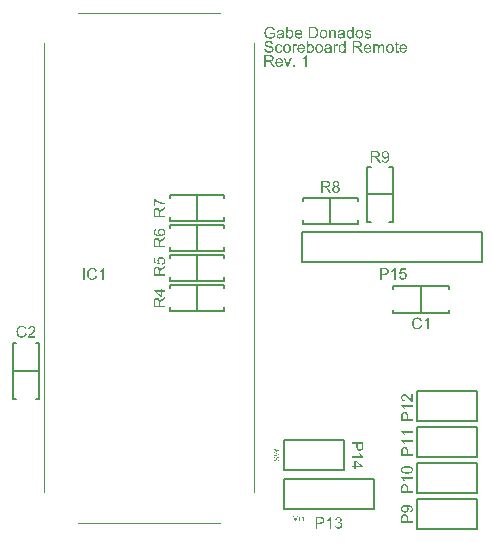
<source format=gto>
G04*
G04 #@! TF.GenerationSoftware,Altium Limited,Altium Designer,21.2.2 (38)*
G04*
G04 Layer_Color=65535*
%FSLAX25Y25*%
%MOIN*%
G70*
G04*
G04 #@! TF.SameCoordinates,C48038F6-0F47-47EE-9322-7A70BF747E44*
G04*
G04*
G04 #@! TF.FilePolarity,Positive*
G04*
G01*
G75*
%ADD10C,0.00787*%
%ADD11C,0.00591*%
%ADD12C,0.00394*%
G36*
X88526Y169397D02*
X88570D01*
X88676Y169386D01*
X88792Y169369D01*
X88914Y169341D01*
X89047Y169308D01*
X89175Y169263D01*
X89181D01*
X89192Y169258D01*
X89208Y169252D01*
X89231Y169241D01*
X89292Y169208D01*
X89369Y169169D01*
X89453Y169114D01*
X89541Y169047D01*
X89625Y168975D01*
X89702Y168886D01*
X89714Y168875D01*
X89736Y168842D01*
X89769Y168792D01*
X89813Y168719D01*
X89858Y168631D01*
X89908Y168520D01*
X89958Y168398D01*
X89996Y168259D01*
X89536Y168137D01*
Y168142D01*
X89530Y168148D01*
X89525Y168165D01*
X89519Y168187D01*
X89503Y168237D01*
X89480Y168303D01*
X89447Y168381D01*
X89408Y168453D01*
X89369Y168531D01*
X89319Y168597D01*
X89314Y168603D01*
X89297Y168625D01*
X89264Y168653D01*
X89225Y168692D01*
X89175Y168736D01*
X89109Y168781D01*
X89036Y168825D01*
X88953Y168864D01*
X88942Y168869D01*
X88914Y168880D01*
X88864Y168897D01*
X88798Y168919D01*
X88720Y168936D01*
X88631Y168953D01*
X88531Y168964D01*
X88426Y168969D01*
X88365D01*
X88337Y168964D01*
X88304D01*
X88221Y168958D01*
X88126Y168941D01*
X88021Y168925D01*
X87921Y168897D01*
X87821Y168858D01*
X87810Y168853D01*
X87776Y168842D01*
X87732Y168814D01*
X87677Y168786D01*
X87610Y168742D01*
X87538Y168697D01*
X87471Y168642D01*
X87410Y168581D01*
X87405Y168575D01*
X87382Y168553D01*
X87355Y168514D01*
X87321Y168470D01*
X87283Y168414D01*
X87244Y168348D01*
X87205Y168275D01*
X87166Y168198D01*
Y168192D01*
X87160Y168181D01*
X87155Y168165D01*
X87144Y168137D01*
X87133Y168103D01*
X87122Y168065D01*
X87105Y168020D01*
X87094Y167970D01*
X87066Y167854D01*
X87044Y167720D01*
X87027Y167582D01*
X87022Y167426D01*
Y167421D01*
Y167404D01*
Y167376D01*
X87027Y167343D01*
Y167299D01*
X87033Y167243D01*
X87038Y167188D01*
X87044Y167127D01*
X87066Y166988D01*
X87094Y166844D01*
X87138Y166699D01*
X87194Y166560D01*
Y166555D01*
X87205Y166544D01*
X87210Y166527D01*
X87227Y166505D01*
X87266Y166444D01*
X87327Y166366D01*
X87399Y166283D01*
X87488Y166200D01*
X87593Y166122D01*
X87710Y166050D01*
X87715D01*
X87726Y166044D01*
X87743Y166033D01*
X87771Y166022D01*
X87799Y166011D01*
X87837Y166000D01*
X87926Y165967D01*
X88037Y165939D01*
X88160Y165911D01*
X88293Y165889D01*
X88431Y165883D01*
X88487D01*
X88520Y165889D01*
X88554D01*
X88637Y165900D01*
X88737Y165911D01*
X88842Y165933D01*
X88959Y165967D01*
X89075Y166006D01*
X89081D01*
X89092Y166011D01*
X89103Y166017D01*
X89125Y166028D01*
X89186Y166056D01*
X89253Y166089D01*
X89331Y166128D01*
X89414Y166172D01*
X89491Y166222D01*
X89558Y166278D01*
Y166999D01*
X88426D01*
Y167454D01*
X90058D01*
Y166028D01*
X90052Y166022D01*
X90041Y166017D01*
X90019Y166000D01*
X89991Y165978D01*
X89958Y165956D01*
X89919Y165928D01*
X89869Y165894D01*
X89819Y165861D01*
X89702Y165789D01*
X89569Y165711D01*
X89430Y165639D01*
X89281Y165578D01*
X89275D01*
X89264Y165573D01*
X89242Y165567D01*
X89214Y165556D01*
X89175Y165545D01*
X89131Y165528D01*
X89081Y165517D01*
X89031Y165506D01*
X88909Y165478D01*
X88770Y165451D01*
X88620Y165434D01*
X88465Y165428D01*
X88409D01*
X88370Y165434D01*
X88320D01*
X88259Y165439D01*
X88193Y165451D01*
X88121Y165456D01*
X87960Y165489D01*
X87788Y165528D01*
X87610Y165589D01*
X87521Y165623D01*
X87432Y165667D01*
X87427Y165673D01*
X87410Y165678D01*
X87388Y165695D01*
X87355Y165711D01*
X87316Y165739D01*
X87277Y165767D01*
X87172Y165845D01*
X87061Y165945D01*
X86944Y166067D01*
X86833Y166205D01*
X86733Y166366D01*
Y166372D01*
X86722Y166388D01*
X86711Y166411D01*
X86694Y166449D01*
X86678Y166488D01*
X86661Y166544D01*
X86639Y166599D01*
X86616Y166666D01*
X86594Y166738D01*
X86572Y166821D01*
X86555Y166905D01*
X86539Y166993D01*
X86511Y167188D01*
X86500Y167393D01*
Y167399D01*
Y167421D01*
Y167448D01*
X86506Y167487D01*
Y167537D01*
X86511Y167598D01*
X86522Y167659D01*
X86528Y167732D01*
X86544Y167809D01*
X86555Y167893D01*
X86600Y168070D01*
X86655Y168253D01*
X86733Y168436D01*
X86739Y168442D01*
X86744Y168459D01*
X86755Y168481D01*
X86778Y168514D01*
X86800Y168559D01*
X86827Y168603D01*
X86905Y168708D01*
X86999Y168831D01*
X87116Y168947D01*
X87249Y169064D01*
X87327Y169114D01*
X87405Y169164D01*
X87410Y169169D01*
X87427Y169175D01*
X87449Y169186D01*
X87482Y169202D01*
X87527Y169219D01*
X87577Y169241D01*
X87632Y169263D01*
X87699Y169286D01*
X87771Y169308D01*
X87849Y169324D01*
X87932Y169347D01*
X88021Y169363D01*
X88215Y169391D01*
X88315Y169402D01*
X88492D01*
X88526Y169397D01*
D02*
G37*
G36*
X116265Y165495D02*
X115826D01*
Y165845D01*
X115821Y165839D01*
X115815Y165828D01*
X115798Y165806D01*
X115776Y165778D01*
X115749Y165750D01*
X115715Y165717D01*
X115676Y165678D01*
X115626Y165639D01*
X115576Y165600D01*
X115521Y165562D01*
X115454Y165528D01*
X115382Y165500D01*
X115310Y165473D01*
X115227Y165451D01*
X115138Y165439D01*
X115044Y165434D01*
X115010D01*
X114988Y165439D01*
X114922Y165445D01*
X114844Y165456D01*
X114750Y165478D01*
X114644Y165512D01*
X114539Y165556D01*
X114433Y165617D01*
X114428D01*
X114422Y165628D01*
X114389Y165650D01*
X114339Y165695D01*
X114278Y165750D01*
X114206Y165822D01*
X114133Y165911D01*
X114061Y166011D01*
X114000Y166128D01*
Y166133D01*
X113995Y166144D01*
X113989Y166161D01*
X113978Y166183D01*
X113967Y166216D01*
X113950Y166255D01*
X113939Y166294D01*
X113928Y166344D01*
X113900Y166455D01*
X113873Y166583D01*
X113856Y166727D01*
X113850Y166882D01*
Y166888D01*
Y166899D01*
Y166921D01*
Y166955D01*
X113856Y166988D01*
Y167032D01*
X113867Y167132D01*
X113884Y167249D01*
X113911Y167376D01*
X113945Y167510D01*
X113989Y167637D01*
Y167643D01*
X113995Y167654D01*
X114006Y167671D01*
X114017Y167693D01*
X114050Y167754D01*
X114095Y167832D01*
X114150Y167915D01*
X114222Y167998D01*
X114305Y168087D01*
X114405Y168159D01*
X114411D01*
X114417Y168165D01*
X114433Y168176D01*
X114455Y168187D01*
X114511Y168214D01*
X114589Y168253D01*
X114677Y168287D01*
X114783Y168314D01*
X114899Y168336D01*
X115022Y168342D01*
X115066D01*
X115110Y168337D01*
X115171Y168331D01*
X115243Y168314D01*
X115321Y168298D01*
X115399Y168270D01*
X115471Y168231D01*
X115482Y168226D01*
X115504Y168214D01*
X115538Y168187D01*
X115582Y168159D01*
X115638Y168120D01*
X115687Y168070D01*
X115743Y168020D01*
X115793Y167959D01*
Y169335D01*
X116265D01*
Y165495D01*
D02*
G37*
G36*
X109449Y168336D02*
X109510Y168331D01*
X109582Y168320D01*
X109660Y168303D01*
X109743Y168281D01*
X109821Y168248D01*
X109832Y168242D01*
X109854Y168231D01*
X109893Y168214D01*
X109938Y168187D01*
X109993Y168153D01*
X110043Y168109D01*
X110093Y168065D01*
X110137Y168009D01*
X110143Y168003D01*
X110154Y167981D01*
X110171Y167954D01*
X110198Y167915D01*
X110221Y167859D01*
X110243Y167804D01*
X110271Y167737D01*
X110287Y167665D01*
Y167659D01*
X110293Y167637D01*
X110298Y167604D01*
X110304Y167560D01*
Y167493D01*
X110310Y167415D01*
X110315Y167321D01*
Y167204D01*
Y165495D01*
X109843D01*
Y167182D01*
Y167188D01*
Y167193D01*
Y167232D01*
Y167282D01*
X109838Y167343D01*
X109832Y167415D01*
X109821Y167487D01*
X109804Y167554D01*
X109788Y167615D01*
Y167621D01*
X109777Y167637D01*
X109760Y167665D01*
X109743Y167698D01*
X109716Y167732D01*
X109682Y167770D01*
X109638Y167809D01*
X109588Y167843D01*
X109582Y167848D01*
X109566Y167859D01*
X109532Y167870D01*
X109494Y167887D01*
X109449Y167904D01*
X109394Y167920D01*
X109327Y167926D01*
X109260Y167931D01*
X109233D01*
X109211Y167926D01*
X109155Y167920D01*
X109083Y167909D01*
X109005Y167881D01*
X108916Y167848D01*
X108828Y167804D01*
X108744Y167737D01*
X108733Y167726D01*
X108711Y167698D01*
X108695Y167676D01*
X108678Y167648D01*
X108656Y167615D01*
X108639Y167576D01*
X108617Y167532D01*
X108595Y167476D01*
X108578Y167415D01*
X108561Y167349D01*
X108550Y167277D01*
X108539Y167199D01*
X108528Y167104D01*
Y167010D01*
Y165495D01*
X108056D01*
Y168281D01*
X108478D01*
Y167881D01*
X108484Y167887D01*
X108495Y167904D01*
X108511Y167926D01*
X108534Y167954D01*
X108567Y167987D01*
X108606Y168026D01*
X108650Y168070D01*
X108705Y168114D01*
X108761Y168153D01*
X108828Y168198D01*
X108900Y168237D01*
X108977Y168270D01*
X109066Y168298D01*
X109155Y168320D01*
X109255Y168336D01*
X109360Y168342D01*
X109405D01*
X109449Y168336D01*
D02*
G37*
G36*
X121027Y168337D02*
X121110Y168331D01*
X121199Y168320D01*
X121293Y168298D01*
X121393Y168275D01*
X121487Y168242D01*
X121493D01*
X121498Y168237D01*
X121526Y168226D01*
X121571Y168203D01*
X121626Y168176D01*
X121687Y168137D01*
X121748Y168092D01*
X121803Y168042D01*
X121853Y167987D01*
X121859Y167981D01*
X121870Y167959D01*
X121892Y167920D01*
X121920Y167876D01*
X121948Y167809D01*
X121976Y167737D01*
X121998Y167654D01*
X122020Y167560D01*
X121559Y167499D01*
Y167510D01*
X121554Y167532D01*
X121543Y167571D01*
X121526Y167621D01*
X121498Y167671D01*
X121465Y167726D01*
X121426Y167781D01*
X121371Y167832D01*
X121365Y167837D01*
X121343Y167848D01*
X121310Y167870D01*
X121260Y167893D01*
X121204Y167915D01*
X121132Y167937D01*
X121043Y167948D01*
X120949Y167954D01*
X120893D01*
X120838Y167948D01*
X120766Y167943D01*
X120694Y167926D01*
X120616Y167909D01*
X120544Y167881D01*
X120483Y167843D01*
X120477Y167837D01*
X120460Y167826D01*
X120438Y167804D01*
X120416Y167771D01*
X120388Y167737D01*
X120366Y167693D01*
X120350Y167643D01*
X120344Y167593D01*
Y167587D01*
Y167576D01*
X120350Y167560D01*
Y167537D01*
X120366Y167482D01*
X120399Y167426D01*
X120405Y167421D01*
X120411Y167415D01*
X120422Y167399D01*
X120444Y167382D01*
X120466Y167365D01*
X120499Y167343D01*
X120538Y167326D01*
X120582Y167304D01*
X120588D01*
X120599Y167299D01*
X120621Y167293D01*
X120660Y167277D01*
X120716Y167260D01*
X120788Y167243D01*
X120832Y167227D01*
X120882Y167216D01*
X120938Y167199D01*
X120999Y167182D01*
X121004D01*
X121021Y167177D01*
X121049Y167171D01*
X121082Y167160D01*
X121121Y167149D01*
X121171Y167138D01*
X121276Y167104D01*
X121393Y167071D01*
X121509Y167032D01*
X121615Y166993D01*
X121659Y166977D01*
X121698Y166960D01*
X121709Y166955D01*
X121731Y166944D01*
X121765Y166927D01*
X121815Y166899D01*
X121865Y166866D01*
X121915Y166821D01*
X121965Y166771D01*
X122009Y166716D01*
X122014Y166710D01*
X122026Y166688D01*
X122048Y166655D01*
X122070Y166605D01*
X122087Y166544D01*
X122109Y166477D01*
X122120Y166400D01*
X122125Y166311D01*
Y166300D01*
Y166272D01*
X122120Y166227D01*
X122109Y166166D01*
X122092Y166100D01*
X122064Y166028D01*
X122031Y165945D01*
X121987Y165867D01*
X121981Y165856D01*
X121959Y165833D01*
X121931Y165795D01*
X121887Y165750D01*
X121826Y165700D01*
X121759Y165645D01*
X121681Y165595D01*
X121587Y165545D01*
X121581D01*
X121576Y165539D01*
X121543Y165528D01*
X121487Y165512D01*
X121415Y165489D01*
X121326Y165467D01*
X121226Y165451D01*
X121121Y165439D01*
X120999Y165434D01*
X120949D01*
X120910Y165439D01*
X120866D01*
X120810Y165445D01*
X120755Y165451D01*
X120694Y165462D01*
X120560Y165489D01*
X120422Y165528D01*
X120288Y165584D01*
X120227Y165617D01*
X120172Y165656D01*
X120166Y165661D01*
X120161Y165667D01*
X120127Y165700D01*
X120078Y165750D01*
X120022Y165828D01*
X119961Y165922D01*
X119900Y166033D01*
X119850Y166172D01*
X119811Y166327D01*
X120277Y166400D01*
Y166394D01*
Y166388D01*
X120288Y166355D01*
X120299Y166300D01*
X120322Y166239D01*
X120350Y166172D01*
X120383Y166100D01*
X120433Y166028D01*
X120494Y165967D01*
X120505Y165961D01*
X120527Y165945D01*
X120571Y165922D01*
X120627Y165895D01*
X120699Y165867D01*
X120782Y165845D01*
X120882Y165828D01*
X120999Y165822D01*
X121054D01*
X121110Y165828D01*
X121182Y165839D01*
X121260Y165856D01*
X121343Y165878D01*
X121415Y165906D01*
X121482Y165950D01*
X121487Y165956D01*
X121509Y165972D01*
X121532Y166000D01*
X121565Y166039D01*
X121593Y166083D01*
X121620Y166139D01*
X121637Y166194D01*
X121643Y166261D01*
Y166266D01*
Y166289D01*
X121637Y166316D01*
X121626Y166355D01*
X121609Y166394D01*
X121581Y166433D01*
X121548Y166477D01*
X121498Y166511D01*
X121493Y166516D01*
X121476Y166522D01*
X121448Y166538D01*
X121404Y166555D01*
X121337Y166577D01*
X121299Y166594D01*
X121254Y166605D01*
X121204Y166622D01*
X121149Y166638D01*
X121088Y166655D01*
X121016Y166672D01*
X121010D01*
X120993Y166677D01*
X120966Y166683D01*
X120932Y166694D01*
X120888Y166705D01*
X120838Y166721D01*
X120732Y166749D01*
X120610Y166788D01*
X120494Y166821D01*
X120383Y166860D01*
X120333Y166882D01*
X120294Y166899D01*
X120283Y166905D01*
X120261Y166916D01*
X120227Y166938D01*
X120183Y166966D01*
X120133Y167005D01*
X120083Y167049D01*
X120033Y167099D01*
X119989Y167160D01*
X119983Y167166D01*
X119972Y167188D01*
X119955Y167227D01*
X119939Y167271D01*
X119922Y167326D01*
X119905Y167393D01*
X119894Y167460D01*
X119889Y167537D01*
Y167549D01*
Y167571D01*
X119894Y167604D01*
X119900Y167654D01*
X119911Y167704D01*
X119922Y167765D01*
X119944Y167820D01*
X119972Y167881D01*
X119978Y167887D01*
X119989Y167909D01*
X120005Y167937D01*
X120033Y167976D01*
X120066Y168015D01*
X120105Y168065D01*
X120150Y168109D01*
X120205Y168148D01*
X120211Y168153D01*
X120227Y168159D01*
X120249Y168176D01*
X120283Y168192D01*
X120327Y168214D01*
X120377Y168237D01*
X120438Y168259D01*
X120505Y168281D01*
X120516Y168287D01*
X120538Y168292D01*
X120577Y168303D01*
X120627Y168314D01*
X120688Y168325D01*
X120755Y168331D01*
X120832Y168342D01*
X120966D01*
X121027Y168337D01*
D02*
G37*
G36*
X112341Y168336D02*
X112424Y168331D01*
X112518Y168320D01*
X112613Y168303D01*
X112707Y168281D01*
X112796Y168253D01*
X112807Y168248D01*
X112835Y168237D01*
X112874Y168220D01*
X112924Y168198D01*
X112979Y168165D01*
X113034Y168131D01*
X113084Y168087D01*
X113129Y168042D01*
X113134Y168037D01*
X113146Y168020D01*
X113162Y167992D01*
X113184Y167959D01*
X113212Y167909D01*
X113234Y167859D01*
X113257Y167798D01*
X113273Y167726D01*
Y167720D01*
X113279Y167704D01*
X113284Y167671D01*
X113290Y167626D01*
Y167565D01*
X113295Y167493D01*
X113301Y167399D01*
Y167293D01*
Y166660D01*
Y166655D01*
Y166633D01*
Y166599D01*
Y166555D01*
Y166505D01*
Y166444D01*
X113306Y166311D01*
Y166172D01*
X113312Y166033D01*
X113318Y165972D01*
Y165917D01*
X113323Y165867D01*
X113329Y165828D01*
Y165822D01*
X113334Y165800D01*
X113340Y165767D01*
X113356Y165723D01*
X113368Y165673D01*
X113390Y165617D01*
X113417Y165556D01*
X113445Y165495D01*
X112951D01*
X112946Y165500D01*
X112940Y165523D01*
X112929Y165550D01*
X112912Y165595D01*
X112896Y165645D01*
X112885Y165706D01*
X112874Y165772D01*
X112863Y165845D01*
X112857D01*
X112851Y165833D01*
X112818Y165806D01*
X112768Y165767D01*
X112701Y165717D01*
X112618Y165667D01*
X112535Y165612D01*
X112446Y165561D01*
X112352Y165523D01*
X112341Y165517D01*
X112308Y165512D01*
X112258Y165495D01*
X112197Y165478D01*
X112119Y165462D01*
X112030Y165451D01*
X111930Y165439D01*
X111830Y165434D01*
X111786D01*
X111752Y165439D01*
X111714D01*
X111669Y165445D01*
X111569Y165462D01*
X111458Y165489D01*
X111336Y165528D01*
X111225Y165584D01*
X111125Y165656D01*
X111114Y165667D01*
X111086Y165695D01*
X111048Y165745D01*
X111003Y165811D01*
X110959Y165894D01*
X110920Y165989D01*
X110892Y166105D01*
X110887Y166161D01*
X110881Y166227D01*
Y166239D01*
Y166261D01*
X110887Y166300D01*
X110892Y166350D01*
X110903Y166411D01*
X110920Y166472D01*
X110942Y166538D01*
X110970Y166599D01*
X110976Y166605D01*
X110987Y166627D01*
X111009Y166660D01*
X111037Y166699D01*
X111070Y166744D01*
X111114Y166788D01*
X111159Y166832D01*
X111214Y166871D01*
X111220Y166877D01*
X111242Y166888D01*
X111270Y166910D01*
X111314Y166932D01*
X111364Y166955D01*
X111425Y166982D01*
X111486Y167005D01*
X111558Y167027D01*
X111564D01*
X111586Y167032D01*
X111619Y167043D01*
X111664Y167049D01*
X111719Y167060D01*
X111791Y167071D01*
X111875Y167088D01*
X111975Y167099D01*
X111980D01*
X112002Y167104D01*
X112030D01*
X112069Y167110D01*
X112113Y167115D01*
X112169Y167127D01*
X112230Y167132D01*
X112296Y167143D01*
X112430Y167171D01*
X112574Y167199D01*
X112701Y167232D01*
X112763Y167249D01*
X112818Y167265D01*
Y167271D01*
Y167282D01*
X112824Y167315D01*
Y167354D01*
Y167376D01*
Y167387D01*
Y167393D01*
Y167399D01*
Y167432D01*
X112818Y167487D01*
X112807Y167548D01*
X112790Y167615D01*
X112763Y167682D01*
X112729Y167743D01*
X112685Y167793D01*
X112679Y167798D01*
X112652Y167820D01*
X112607Y167843D01*
X112552Y167876D01*
X112474Y167904D01*
X112385Y167931D01*
X112274Y167948D01*
X112147Y167954D01*
X112091D01*
X112036Y167948D01*
X111958Y167937D01*
X111880Y167926D01*
X111797Y167904D01*
X111719Y167876D01*
X111653Y167837D01*
X111647Y167832D01*
X111625Y167815D01*
X111597Y167787D01*
X111564Y167743D01*
X111530Y167687D01*
X111492Y167615D01*
X111458Y167526D01*
X111425Y167426D01*
X110964Y167487D01*
Y167493D01*
X110970Y167499D01*
Y167515D01*
X110976Y167537D01*
X110992Y167587D01*
X111014Y167659D01*
X111042Y167732D01*
X111075Y167809D01*
X111120Y167887D01*
X111170Y167959D01*
X111175Y167965D01*
X111197Y167987D01*
X111231Y168020D01*
X111275Y168065D01*
X111336Y168109D01*
X111408Y168153D01*
X111492Y168203D01*
X111586Y168242D01*
X111592D01*
X111597Y168248D01*
X111614Y168253D01*
X111636Y168259D01*
X111691Y168275D01*
X111769Y168292D01*
X111858Y168309D01*
X111969Y168325D01*
X112085Y168336D01*
X112219Y168342D01*
X112280D01*
X112341Y168336D01*
D02*
G37*
G36*
X102834Y169330D02*
X102945Y169324D01*
X103056Y169313D01*
X103167Y169297D01*
X103261Y169280D01*
X103267D01*
X103278Y169274D01*
X103294D01*
X103316Y169263D01*
X103377Y169247D01*
X103455Y169219D01*
X103544Y169180D01*
X103638Y169130D01*
X103733Y169075D01*
X103822Y169002D01*
X103827Y168997D01*
X103833Y168991D01*
X103849Y168975D01*
X103872Y168958D01*
X103927Y168903D01*
X103994Y168825D01*
X104066Y168731D01*
X104144Y168620D01*
X104216Y168492D01*
X104277Y168348D01*
Y168342D01*
X104282Y168331D01*
X104293Y168309D01*
X104299Y168275D01*
X104315Y168237D01*
X104327Y168192D01*
X104338Y168142D01*
X104354Y168081D01*
X104371Y168020D01*
X104382Y167948D01*
X104410Y167793D01*
X104427Y167621D01*
X104432Y167432D01*
Y167426D01*
Y167415D01*
Y167387D01*
Y167360D01*
X104427Y167321D01*
Y167277D01*
X104421Y167171D01*
X104404Y167049D01*
X104388Y166921D01*
X104360Y166788D01*
X104327Y166655D01*
Y166649D01*
X104321Y166638D01*
X104315Y166622D01*
X104310Y166599D01*
X104288Y166538D01*
X104254Y166461D01*
X104221Y166372D01*
X104177Y166283D01*
X104121Y166189D01*
X104066Y166100D01*
X104060Y166089D01*
X104038Y166061D01*
X104005Y166022D01*
X103960Y165972D01*
X103910Y165917D01*
X103849Y165861D01*
X103788Y165800D01*
X103716Y165750D01*
X103705Y165745D01*
X103683Y165728D01*
X103644Y165706D01*
X103588Y165678D01*
X103522Y165645D01*
X103444Y165617D01*
X103355Y165584D01*
X103255Y165556D01*
X103244D01*
X103228Y165550D01*
X103211Y165545D01*
X103156Y165539D01*
X103078Y165528D01*
X102989Y165517D01*
X102884Y165506D01*
X102767Y165500D01*
X102639Y165495D01*
X101257D01*
Y169335D01*
X102734D01*
X102834Y169330D01*
D02*
G37*
G36*
X92044Y168336D02*
X92128Y168331D01*
X92222Y168320D01*
X92316Y168303D01*
X92411Y168281D01*
X92500Y168253D01*
X92511Y168248D01*
X92538Y168237D01*
X92577Y168220D01*
X92627Y168198D01*
X92683Y168165D01*
X92738Y168131D01*
X92788Y168087D01*
X92833Y168042D01*
X92838Y168037D01*
X92849Y168020D01*
X92866Y167992D01*
X92888Y167959D01*
X92916Y167909D01*
X92938Y167859D01*
X92960Y167798D01*
X92977Y167726D01*
Y167720D01*
X92982Y167704D01*
X92988Y167671D01*
X92993Y167626D01*
Y167565D01*
X92999Y167493D01*
X93005Y167399D01*
Y167293D01*
Y166660D01*
Y166655D01*
Y166633D01*
Y166599D01*
Y166555D01*
Y166505D01*
Y166444D01*
X93010Y166311D01*
Y166172D01*
X93016Y166033D01*
X93021Y165972D01*
Y165917D01*
X93027Y165867D01*
X93032Y165828D01*
Y165822D01*
X93038Y165800D01*
X93043Y165767D01*
X93060Y165723D01*
X93071Y165673D01*
X93093Y165617D01*
X93121Y165556D01*
X93149Y165495D01*
X92655D01*
X92649Y165500D01*
X92644Y165523D01*
X92633Y165550D01*
X92616Y165595D01*
X92599Y165645D01*
X92588Y165706D01*
X92577Y165772D01*
X92566Y165845D01*
X92561D01*
X92555Y165833D01*
X92522Y165806D01*
X92472Y165767D01*
X92405Y165717D01*
X92322Y165667D01*
X92239Y165612D01*
X92150Y165561D01*
X92056Y165523D01*
X92044Y165517D01*
X92011Y165512D01*
X91961Y165495D01*
X91900Y165478D01*
X91822Y165462D01*
X91734Y165451D01*
X91634Y165439D01*
X91534Y165434D01*
X91489D01*
X91456Y165439D01*
X91417D01*
X91373Y165445D01*
X91273Y165462D01*
X91162Y165489D01*
X91040Y165528D01*
X90929Y165584D01*
X90829Y165656D01*
X90818Y165667D01*
X90790Y165695D01*
X90751Y165745D01*
X90707Y165811D01*
X90662Y165894D01*
X90624Y165989D01*
X90596Y166105D01*
X90590Y166161D01*
X90585Y166227D01*
Y166239D01*
Y166261D01*
X90590Y166300D01*
X90596Y166350D01*
X90607Y166411D01*
X90624Y166472D01*
X90646Y166538D01*
X90674Y166599D01*
X90679Y166605D01*
X90690Y166627D01*
X90712Y166660D01*
X90740Y166699D01*
X90773Y166744D01*
X90818Y166788D01*
X90862Y166832D01*
X90918Y166871D01*
X90923Y166877D01*
X90946Y166888D01*
X90973Y166910D01*
X91018Y166932D01*
X91068Y166955D01*
X91129Y166982D01*
X91190Y167005D01*
X91262Y167027D01*
X91267D01*
X91290Y167032D01*
X91323Y167043D01*
X91367Y167049D01*
X91423Y167060D01*
X91495Y167071D01*
X91578Y167088D01*
X91678Y167099D01*
X91684D01*
X91706Y167104D01*
X91734D01*
X91773Y167110D01*
X91817Y167115D01*
X91872Y167127D01*
X91934Y167132D01*
X92000Y167143D01*
X92133Y167171D01*
X92277Y167199D01*
X92405Y167232D01*
X92466Y167249D01*
X92522Y167265D01*
Y167271D01*
Y167282D01*
X92527Y167315D01*
Y167354D01*
Y167376D01*
Y167387D01*
Y167393D01*
Y167399D01*
Y167432D01*
X92522Y167487D01*
X92511Y167548D01*
X92494Y167615D01*
X92466Y167682D01*
X92433Y167743D01*
X92388Y167793D01*
X92383Y167798D01*
X92355Y167820D01*
X92311Y167843D01*
X92255Y167876D01*
X92178Y167904D01*
X92089Y167931D01*
X91978Y167948D01*
X91850Y167954D01*
X91795D01*
X91739Y167948D01*
X91662Y167937D01*
X91584Y167926D01*
X91501Y167904D01*
X91423Y167876D01*
X91356Y167837D01*
X91351Y167832D01*
X91329Y167815D01*
X91301Y167787D01*
X91267Y167743D01*
X91234Y167687D01*
X91195Y167615D01*
X91162Y167526D01*
X91129Y167426D01*
X90668Y167487D01*
Y167493D01*
X90674Y167499D01*
Y167515D01*
X90679Y167537D01*
X90696Y167587D01*
X90718Y167659D01*
X90746Y167732D01*
X90779Y167809D01*
X90824Y167887D01*
X90873Y167959D01*
X90879Y167965D01*
X90901Y167987D01*
X90934Y168020D01*
X90979Y168065D01*
X91040Y168109D01*
X91112Y168153D01*
X91195Y168203D01*
X91290Y168242D01*
X91295D01*
X91301Y168248D01*
X91317Y168253D01*
X91340Y168259D01*
X91395Y168275D01*
X91473Y168292D01*
X91562Y168309D01*
X91673Y168325D01*
X91789Y168336D01*
X91922Y168342D01*
X91983D01*
X92044Y168336D01*
D02*
G37*
G36*
X118235Y168337D02*
X118285Y168331D01*
X118340Y168320D01*
X118401Y168309D01*
X118474Y168298D01*
X118623Y168248D01*
X118701Y168220D01*
X118779Y168181D01*
X118857Y168142D01*
X118934Y168087D01*
X119006Y168031D01*
X119079Y167965D01*
X119084Y167959D01*
X119095Y167948D01*
X119112Y167926D01*
X119134Y167898D01*
X119162Y167859D01*
X119195Y167809D01*
X119228Y167754D01*
X119262Y167693D01*
X119295Y167626D01*
X119328Y167543D01*
X119362Y167460D01*
X119389Y167365D01*
X119412Y167265D01*
X119428Y167160D01*
X119439Y167049D01*
X119445Y166927D01*
Y166921D01*
Y166905D01*
Y166877D01*
Y166838D01*
X119439Y166794D01*
X119434Y166738D01*
Y166683D01*
X119423Y166622D01*
X119406Y166483D01*
X119373Y166344D01*
X119334Y166205D01*
X119278Y166078D01*
Y166072D01*
X119273Y166067D01*
X119262Y166050D01*
X119251Y166028D01*
X119212Y165972D01*
X119162Y165906D01*
X119095Y165828D01*
X119012Y165750D01*
X118918Y165673D01*
X118807Y165600D01*
X118801D01*
X118796Y165595D01*
X118779Y165584D01*
X118751Y165573D01*
X118723Y165562D01*
X118690Y165550D01*
X118607Y165517D01*
X118512Y165489D01*
X118396Y165462D01*
X118274Y165439D01*
X118141Y165434D01*
X118085D01*
X118041Y165439D01*
X117991Y165445D01*
X117935Y165456D01*
X117869Y165467D01*
X117802Y165478D01*
X117652Y165523D01*
X117569Y165556D01*
X117491Y165589D01*
X117413Y165634D01*
X117336Y165684D01*
X117264Y165739D01*
X117192Y165806D01*
X117186Y165811D01*
X117175Y165822D01*
X117158Y165845D01*
X117136Y165878D01*
X117108Y165917D01*
X117080Y165961D01*
X117047Y166017D01*
X117014Y166083D01*
X116981Y166155D01*
X116947Y166239D01*
X116920Y166327D01*
X116892Y166422D01*
X116870Y166527D01*
X116853Y166638D01*
X116842Y166760D01*
X116836Y166888D01*
Y166899D01*
Y166921D01*
X116842Y166960D01*
Y167016D01*
X116847Y167077D01*
X116858Y167154D01*
X116870Y167232D01*
X116892Y167321D01*
X116914Y167410D01*
X116942Y167504D01*
X116975Y167604D01*
X117019Y167698D01*
X117064Y167787D01*
X117125Y167876D01*
X117186Y167959D01*
X117264Y168031D01*
X117269Y168037D01*
X117280Y168042D01*
X117303Y168059D01*
X117330Y168081D01*
X117364Y168103D01*
X117408Y168131D01*
X117452Y168159D01*
X117508Y168187D01*
X117569Y168214D01*
X117636Y168242D01*
X117785Y168292D01*
X117957Y168331D01*
X118046Y168337D01*
X118141Y168342D01*
X118196D01*
X118235Y168337D01*
D02*
G37*
G36*
X106291Y168336D02*
X106341Y168331D01*
X106397Y168320D01*
X106458Y168309D01*
X106530Y168298D01*
X106680Y168248D01*
X106757Y168220D01*
X106835Y168181D01*
X106913Y168142D01*
X106991Y168087D01*
X107063Y168031D01*
X107135Y167965D01*
X107141Y167959D01*
X107151Y167948D01*
X107168Y167926D01*
X107190Y167898D01*
X107218Y167859D01*
X107251Y167809D01*
X107285Y167754D01*
X107318Y167693D01*
X107351Y167626D01*
X107385Y167543D01*
X107418Y167460D01*
X107446Y167365D01*
X107468Y167265D01*
X107484Y167160D01*
X107496Y167049D01*
X107501Y166927D01*
Y166921D01*
Y166905D01*
Y166877D01*
Y166838D01*
X107496Y166794D01*
X107490Y166738D01*
Y166683D01*
X107479Y166622D01*
X107462Y166483D01*
X107429Y166344D01*
X107390Y166205D01*
X107335Y166078D01*
Y166072D01*
X107329Y166067D01*
X107318Y166050D01*
X107307Y166028D01*
X107268Y165972D01*
X107218Y165906D01*
X107151Y165828D01*
X107068Y165750D01*
X106974Y165673D01*
X106863Y165600D01*
X106857D01*
X106852Y165595D01*
X106835Y165584D01*
X106807Y165573D01*
X106780Y165561D01*
X106746Y165550D01*
X106663Y165517D01*
X106569Y165489D01*
X106452Y165462D01*
X106330Y165439D01*
X106197Y165434D01*
X106141D01*
X106097Y165439D01*
X106047Y165445D01*
X105992Y165456D01*
X105925Y165467D01*
X105858Y165478D01*
X105709Y165523D01*
X105625Y165556D01*
X105548Y165589D01*
X105470Y165634D01*
X105392Y165684D01*
X105320Y165739D01*
X105248Y165806D01*
X105242Y165811D01*
X105231Y165822D01*
X105215Y165845D01*
X105192Y165878D01*
X105165Y165917D01*
X105137Y165961D01*
X105104Y166017D01*
X105070Y166083D01*
X105037Y166155D01*
X105004Y166239D01*
X104976Y166327D01*
X104948Y166422D01*
X104926Y166527D01*
X104909Y166638D01*
X104898Y166760D01*
X104893Y166888D01*
Y166899D01*
Y166921D01*
X104898Y166960D01*
Y167016D01*
X104904Y167077D01*
X104915Y167154D01*
X104926Y167232D01*
X104948Y167321D01*
X104970Y167410D01*
X104998Y167504D01*
X105031Y167604D01*
X105076Y167698D01*
X105120Y167787D01*
X105181Y167876D01*
X105242Y167959D01*
X105320Y168031D01*
X105326Y168037D01*
X105337Y168042D01*
X105359Y168059D01*
X105387Y168081D01*
X105420Y168103D01*
X105464Y168131D01*
X105509Y168159D01*
X105564Y168187D01*
X105625Y168214D01*
X105692Y168242D01*
X105842Y168292D01*
X106014Y168331D01*
X106103Y168336D01*
X106197Y168342D01*
X106252D01*
X106291Y168336D01*
D02*
G37*
G36*
X97950D02*
X97994Y168331D01*
X98049Y168320D01*
X98111Y168309D01*
X98183Y168292D01*
X98249Y168275D01*
X98327Y168248D01*
X98399Y168220D01*
X98477Y168181D01*
X98555Y168137D01*
X98632Y168087D01*
X98704Y168026D01*
X98771Y167959D01*
X98777Y167954D01*
X98788Y167943D01*
X98804Y167920D01*
X98826Y167887D01*
X98854Y167848D01*
X98882Y167804D01*
X98915Y167748D01*
X98949Y167682D01*
X98982Y167610D01*
X99015Y167532D01*
X99043Y167443D01*
X99071Y167349D01*
X99093Y167243D01*
X99110Y167132D01*
X99121Y167016D01*
X99126Y166888D01*
Y166882D01*
Y166860D01*
Y166821D01*
X99121Y166766D01*
X97039D01*
Y166760D01*
Y166744D01*
X97045Y166721D01*
Y166688D01*
X97050Y166649D01*
X97062Y166605D01*
X97078Y166505D01*
X97112Y166394D01*
X97156Y166272D01*
X97217Y166161D01*
X97295Y166061D01*
X97300D01*
X97306Y166050D01*
X97339Y166022D01*
X97389Y165983D01*
X97456Y165945D01*
X97544Y165900D01*
X97644Y165861D01*
X97755Y165833D01*
X97816Y165828D01*
X97883Y165822D01*
X97927D01*
X97977Y165828D01*
X98039Y165839D01*
X98105Y165856D01*
X98183Y165878D01*
X98255Y165911D01*
X98327Y165956D01*
X98333Y165961D01*
X98360Y165983D01*
X98394Y166017D01*
X98432Y166061D01*
X98477Y166122D01*
X98527Y166200D01*
X98577Y166289D01*
X98621Y166394D01*
X99110Y166333D01*
Y166327D01*
X99104Y166316D01*
X99098Y166294D01*
X99087Y166261D01*
X99071Y166227D01*
X99054Y166183D01*
X99010Y166089D01*
X98954Y165983D01*
X98877Y165872D01*
X98788Y165767D01*
X98677Y165667D01*
X98671D01*
X98660Y165656D01*
X98643Y165645D01*
X98621Y165628D01*
X98588Y165612D01*
X98555Y165595D01*
X98510Y165573D01*
X98460Y165550D01*
X98405Y165528D01*
X98349Y165506D01*
X98211Y165473D01*
X98055Y165445D01*
X97883Y165434D01*
X97822D01*
X97783Y165439D01*
X97733Y165445D01*
X97672Y165456D01*
X97606Y165467D01*
X97533Y165478D01*
X97378Y165523D01*
X97295Y165556D01*
X97217Y165589D01*
X97134Y165634D01*
X97056Y165684D01*
X96984Y165739D01*
X96912Y165806D01*
X96906Y165811D01*
X96895Y165822D01*
X96878Y165845D01*
X96856Y165878D01*
X96829Y165917D01*
X96801Y165961D01*
X96767Y166017D01*
X96734Y166078D01*
X96701Y166150D01*
X96668Y166227D01*
X96640Y166316D01*
X96612Y166411D01*
X96590Y166511D01*
X96573Y166622D01*
X96562Y166738D01*
X96557Y166860D01*
Y166866D01*
Y166893D01*
Y166927D01*
X96562Y166977D01*
X96568Y167038D01*
X96573Y167104D01*
X96584Y167182D01*
X96601Y167260D01*
X96645Y167437D01*
X96673Y167526D01*
X96706Y167621D01*
X96751Y167709D01*
X96801Y167793D01*
X96856Y167876D01*
X96917Y167954D01*
X96923Y167959D01*
X96934Y167970D01*
X96956Y167987D01*
X96984Y168015D01*
X97017Y168042D01*
X97062Y168076D01*
X97112Y168114D01*
X97173Y168148D01*
X97234Y168187D01*
X97306Y168220D01*
X97384Y168253D01*
X97467Y168281D01*
X97556Y168309D01*
X97650Y168325D01*
X97750Y168336D01*
X97855Y168342D01*
X97911D01*
X97950Y168336D01*
D02*
G37*
G36*
X94192Y167965D02*
X94198Y167970D01*
X94203Y167981D01*
X94220Y167998D01*
X94248Y168026D01*
X94275Y168053D01*
X94309Y168087D01*
X94353Y168120D01*
X94398Y168153D01*
X94509Y168226D01*
X94636Y168281D01*
X94709Y168309D01*
X94786Y168325D01*
X94869Y168336D01*
X94953Y168342D01*
X94997D01*
X95047Y168336D01*
X95108Y168331D01*
X95180Y168314D01*
X95263Y168298D01*
X95352Y168270D01*
X95436Y168237D01*
X95447Y168231D01*
X95474Y168220D01*
X95519Y168192D01*
X95569Y168159D01*
X95630Y168120D01*
X95691Y168070D01*
X95757Y168009D01*
X95813Y167943D01*
X95818Y167937D01*
X95835Y167909D01*
X95863Y167870D01*
X95896Y167820D01*
X95935Y167754D01*
X95974Y167676D01*
X96013Y167587D01*
X96046Y167493D01*
Y167487D01*
X96052Y167482D01*
X96057Y167465D01*
X96063Y167448D01*
X96074Y167393D01*
X96090Y167321D01*
X96107Y167238D01*
X96124Y167143D01*
X96129Y167038D01*
X96135Y166927D01*
Y166921D01*
Y166893D01*
Y166860D01*
X96129Y166810D01*
X96124Y166749D01*
X96118Y166683D01*
X96107Y166605D01*
X96090Y166522D01*
X96046Y166344D01*
X96018Y166250D01*
X95985Y166161D01*
X95946Y166067D01*
X95896Y165983D01*
X95841Y165900D01*
X95780Y165822D01*
X95774Y165817D01*
X95763Y165806D01*
X95746Y165789D01*
X95719Y165761D01*
X95680Y165734D01*
X95641Y165700D01*
X95596Y165667D01*
X95541Y165628D01*
X95480Y165595D01*
X95419Y165556D01*
X95269Y165495D01*
X95191Y165467D01*
X95108Y165451D01*
X95019Y165439D01*
X94930Y165434D01*
X94908D01*
X94880Y165439D01*
X94847D01*
X94808Y165445D01*
X94758Y165456D01*
X94647Y165484D01*
X94586Y165506D01*
X94525Y165534D01*
X94459Y165567D01*
X94398Y165606D01*
X94331Y165656D01*
X94270Y165711D01*
X94214Y165772D01*
X94159Y165845D01*
Y165495D01*
X93721D01*
Y169335D01*
X94192D01*
Y167965D01*
D02*
G37*
G36*
X88104Y164655D02*
X88143D01*
X88248Y164644D01*
X88365Y164627D01*
X88487Y164599D01*
X88620Y164566D01*
X88742Y164522D01*
X88748D01*
X88759Y164516D01*
X88775Y164505D01*
X88798Y164494D01*
X88853Y164466D01*
X88925Y164416D01*
X89009Y164360D01*
X89092Y164288D01*
X89170Y164205D01*
X89242Y164111D01*
Y164105D01*
X89247Y164100D01*
X89258Y164083D01*
X89269Y164066D01*
X89297Y164011D01*
X89331Y163939D01*
X89369Y163850D01*
X89397Y163744D01*
X89425Y163634D01*
X89436Y163511D01*
X88948Y163472D01*
Y163478D01*
Y163489D01*
X88942Y163506D01*
X88937Y163534D01*
X88920Y163595D01*
X88898Y163678D01*
X88864Y163767D01*
X88814Y163856D01*
X88753Y163939D01*
X88676Y164016D01*
X88665Y164022D01*
X88637Y164044D01*
X88581Y164077D01*
X88509Y164111D01*
X88415Y164144D01*
X88304Y164177D01*
X88165Y164200D01*
X88010Y164205D01*
X87932D01*
X87899Y164200D01*
X87854Y164194D01*
X87754Y164183D01*
X87643Y164161D01*
X87532Y164133D01*
X87427Y164089D01*
X87382Y164061D01*
X87338Y164033D01*
X87327Y164028D01*
X87305Y164005D01*
X87271Y163967D01*
X87238Y163922D01*
X87199Y163861D01*
X87166Y163794D01*
X87144Y163717D01*
X87133Y163628D01*
Y163617D01*
Y163595D01*
X87138Y163556D01*
X87149Y163511D01*
X87166Y163456D01*
X87194Y163400D01*
X87227Y163345D01*
X87277Y163289D01*
X87283Y163284D01*
X87310Y163267D01*
X87332Y163251D01*
X87355Y163239D01*
X87388Y163223D01*
X87427Y163201D01*
X87477Y163184D01*
X87532Y163162D01*
X87593Y163139D01*
X87665Y163112D01*
X87743Y163090D01*
X87832Y163062D01*
X87932Y163040D01*
X88043Y163012D01*
X88048D01*
X88071Y163006D01*
X88104Y163001D01*
X88143Y162990D01*
X88193Y162979D01*
X88254Y162962D01*
X88315Y162945D01*
X88381Y162929D01*
X88526Y162890D01*
X88665Y162851D01*
X88731Y162829D01*
X88792Y162806D01*
X88848Y162790D01*
X88892Y162768D01*
X88898D01*
X88909Y162762D01*
X88925Y162751D01*
X88948Y162740D01*
X89009Y162707D01*
X89081Y162662D01*
X89164Y162601D01*
X89247Y162535D01*
X89325Y162457D01*
X89391Y162374D01*
X89397Y162363D01*
X89419Y162335D01*
X89442Y162285D01*
X89475Y162218D01*
X89503Y162141D01*
X89530Y162046D01*
X89547Y161941D01*
X89552Y161830D01*
Y161824D01*
Y161819D01*
Y161802D01*
Y161780D01*
X89541Y161719D01*
X89530Y161641D01*
X89508Y161552D01*
X89480Y161458D01*
X89436Y161358D01*
X89375Y161252D01*
Y161247D01*
X89369Y161241D01*
X89342Y161208D01*
X89303Y161158D01*
X89247Y161103D01*
X89175Y161036D01*
X89086Y160964D01*
X88986Y160897D01*
X88870Y160836D01*
X88864D01*
X88853Y160831D01*
X88836Y160825D01*
X88814Y160814D01*
X88781Y160803D01*
X88742Y160786D01*
X88653Y160764D01*
X88548Y160736D01*
X88420Y160709D01*
X88282Y160692D01*
X88132Y160686D01*
X88043D01*
X87998Y160692D01*
X87949D01*
X87893Y160697D01*
X87826Y160703D01*
X87688Y160725D01*
X87543Y160748D01*
X87399Y160786D01*
X87260Y160836D01*
X87255D01*
X87244Y160842D01*
X87227Y160853D01*
X87205Y160864D01*
X87138Y160897D01*
X87061Y160947D01*
X86972Y161014D01*
X86877Y161092D01*
X86789Y161186D01*
X86705Y161291D01*
Y161297D01*
X86694Y161308D01*
X86689Y161325D01*
X86672Y161347D01*
X86661Y161375D01*
X86644Y161408D01*
X86605Y161491D01*
X86567Y161597D01*
X86533Y161713D01*
X86511Y161846D01*
X86500Y161985D01*
X86977Y162030D01*
Y162024D01*
Y162018D01*
X86983Y162002D01*
Y161980D01*
X86994Y161930D01*
X87011Y161857D01*
X87033Y161785D01*
X87055Y161702D01*
X87094Y161624D01*
X87133Y161552D01*
X87138Y161547D01*
X87155Y161524D01*
X87183Y161486D01*
X87227Y161447D01*
X87283Y161397D01*
X87344Y161347D01*
X87427Y161297D01*
X87516Y161252D01*
X87521D01*
X87527Y161247D01*
X87543Y161241D01*
X87560Y161236D01*
X87616Y161219D01*
X87688Y161197D01*
X87776Y161175D01*
X87876Y161158D01*
X87987Y161147D01*
X88109Y161142D01*
X88160D01*
X88215Y161147D01*
X88282Y161153D01*
X88359Y161164D01*
X88448Y161175D01*
X88537Y161197D01*
X88620Y161225D01*
X88631Y161230D01*
X88659Y161241D01*
X88698Y161264D01*
X88748Y161286D01*
X88798Y161325D01*
X88853Y161363D01*
X88909Y161408D01*
X88953Y161463D01*
X88959Y161469D01*
X88970Y161491D01*
X88986Y161519D01*
X89009Y161563D01*
X89031Y161608D01*
X89047Y161663D01*
X89059Y161724D01*
X89064Y161791D01*
Y161796D01*
Y161824D01*
X89059Y161857D01*
X89053Y161902D01*
X89036Y161946D01*
X89020Y162002D01*
X88992Y162057D01*
X88953Y162107D01*
X88948Y162113D01*
X88931Y162129D01*
X88909Y162152D01*
X88870Y162185D01*
X88826Y162218D01*
X88764Y162257D01*
X88692Y162296D01*
X88609Y162329D01*
X88603Y162335D01*
X88576Y162340D01*
X88531Y162357D01*
X88503Y162363D01*
X88465Y162374D01*
X88426Y162390D01*
X88376Y162401D01*
X88320Y162418D01*
X88254Y162435D01*
X88187Y162451D01*
X88109Y162473D01*
X88021Y162496D01*
X87926Y162518D01*
X87921D01*
X87904Y162523D01*
X87876Y162529D01*
X87843Y162540D01*
X87799Y162551D01*
X87749Y162562D01*
X87638Y162596D01*
X87516Y162635D01*
X87388Y162673D01*
X87277Y162712D01*
X87227Y162734D01*
X87183Y162757D01*
X87177D01*
X87172Y162762D01*
X87138Y162784D01*
X87088Y162812D01*
X87033Y162856D01*
X86966Y162906D01*
X86900Y162968D01*
X86833Y163040D01*
X86778Y163117D01*
X86772Y163128D01*
X86755Y163156D01*
X86733Y163201D01*
X86711Y163256D01*
X86689Y163328D01*
X86667Y163411D01*
X86650Y163500D01*
X86644Y163595D01*
Y163600D01*
Y163606D01*
Y163622D01*
Y163645D01*
X86655Y163700D01*
X86667Y163772D01*
X86683Y163856D01*
X86711Y163950D01*
X86750Y164044D01*
X86805Y164138D01*
Y164144D01*
X86811Y164150D01*
X86839Y164183D01*
X86877Y164227D01*
X86927Y164283D01*
X86994Y164344D01*
X87077Y164410D01*
X87177Y164471D01*
X87288Y164527D01*
X87294D01*
X87305Y164533D01*
X87321Y164538D01*
X87344Y164549D01*
X87371Y164560D01*
X87410Y164571D01*
X87493Y164594D01*
X87599Y164616D01*
X87721Y164638D01*
X87849Y164655D01*
X87993Y164660D01*
X88065D01*
X88104Y164655D01*
D02*
G37*
G36*
X113617Y160753D02*
X113179D01*
Y161103D01*
X113173Y161097D01*
X113168Y161086D01*
X113151Y161064D01*
X113129Y161036D01*
X113101Y161008D01*
X113068Y160975D01*
X113029Y160936D01*
X112979Y160897D01*
X112929Y160859D01*
X112874Y160820D01*
X112807Y160786D01*
X112735Y160759D01*
X112663Y160731D01*
X112579Y160709D01*
X112491Y160697D01*
X112396Y160692D01*
X112363D01*
X112341Y160697D01*
X112274Y160703D01*
X112197Y160714D01*
X112102Y160736D01*
X111997Y160770D01*
X111891Y160814D01*
X111786Y160875D01*
X111780D01*
X111775Y160886D01*
X111741Y160908D01*
X111691Y160953D01*
X111630Y161008D01*
X111558Y161081D01*
X111486Y161169D01*
X111414Y161269D01*
X111353Y161386D01*
Y161391D01*
X111347Y161402D01*
X111342Y161419D01*
X111331Y161441D01*
X111320Y161475D01*
X111303Y161513D01*
X111292Y161552D01*
X111281Y161602D01*
X111253Y161713D01*
X111225Y161841D01*
X111209Y161985D01*
X111203Y162141D01*
Y162146D01*
Y162157D01*
Y162179D01*
Y162213D01*
X111209Y162246D01*
Y162290D01*
X111220Y162390D01*
X111236Y162507D01*
X111264Y162635D01*
X111297Y162768D01*
X111342Y162895D01*
Y162901D01*
X111347Y162912D01*
X111358Y162929D01*
X111370Y162951D01*
X111403Y163012D01*
X111447Y163090D01*
X111503Y163173D01*
X111575Y163256D01*
X111658Y163345D01*
X111758Y163417D01*
X111764D01*
X111769Y163423D01*
X111786Y163434D01*
X111808Y163445D01*
X111864Y163472D01*
X111941Y163511D01*
X112030Y163545D01*
X112135Y163572D01*
X112252Y163595D01*
X112374Y163600D01*
X112418D01*
X112463Y163595D01*
X112524Y163589D01*
X112596Y163572D01*
X112674Y163556D01*
X112751Y163528D01*
X112824Y163489D01*
X112835Y163484D01*
X112857Y163472D01*
X112890Y163445D01*
X112935Y163417D01*
X112990Y163378D01*
X113040Y163328D01*
X113096Y163278D01*
X113146Y163217D01*
Y164594D01*
X113617D01*
Y160753D01*
D02*
G37*
G36*
X110704Y163595D02*
X110765Y163584D01*
X110837Y163561D01*
X110915Y163534D01*
X111003Y163495D01*
X111098Y163445D01*
X110925Y163012D01*
X110920Y163017D01*
X110898Y163029D01*
X110864Y163045D01*
X110820Y163062D01*
X110770Y163078D01*
X110709Y163095D01*
X110648Y163106D01*
X110587Y163112D01*
X110559D01*
X110531Y163106D01*
X110493Y163101D01*
X110454Y163090D01*
X110404Y163073D01*
X110354Y163051D01*
X110310Y163017D01*
X110304Y163012D01*
X110287Y163001D01*
X110271Y162979D01*
X110243Y162951D01*
X110215Y162912D01*
X110187Y162868D01*
X110160Y162818D01*
X110137Y162757D01*
X110132Y162745D01*
X110126Y162712D01*
X110115Y162662D01*
X110099Y162596D01*
X110082Y162512D01*
X110071Y162418D01*
X110065Y162318D01*
X110060Y162207D01*
Y160753D01*
X109588D01*
Y163539D01*
X110015D01*
Y163117D01*
X110021Y163123D01*
X110043Y163162D01*
X110071Y163212D01*
X110115Y163273D01*
X110160Y163334D01*
X110210Y163400D01*
X110259Y163456D01*
X110310Y163500D01*
X110315Y163506D01*
X110332Y163517D01*
X110365Y163534D01*
X110398Y163550D01*
X110443Y163567D01*
X110498Y163584D01*
X110554Y163595D01*
X110615Y163600D01*
X110654D01*
X110704Y163595D01*
D02*
G37*
G36*
X96973D02*
X97034Y163584D01*
X97106Y163561D01*
X97184Y163534D01*
X97273Y163495D01*
X97367Y163445D01*
X97195Y163012D01*
X97189Y163017D01*
X97167Y163029D01*
X97134Y163045D01*
X97089Y163062D01*
X97039Y163078D01*
X96978Y163095D01*
X96917Y163106D01*
X96856Y163112D01*
X96829D01*
X96801Y163106D01*
X96762Y163101D01*
X96723Y163090D01*
X96673Y163073D01*
X96623Y163051D01*
X96579Y163017D01*
X96573Y163012D01*
X96557Y163001D01*
X96540Y162979D01*
X96512Y162951D01*
X96485Y162912D01*
X96457Y162868D01*
X96429Y162818D01*
X96407Y162757D01*
X96401Y162745D01*
X96396Y162712D01*
X96385Y162662D01*
X96368Y162596D01*
X96351Y162512D01*
X96340Y162418D01*
X96335Y162318D01*
X96329Y162207D01*
Y160753D01*
X95857D01*
Y163539D01*
X96285D01*
Y163117D01*
X96290Y163123D01*
X96312Y163162D01*
X96340Y163212D01*
X96385Y163273D01*
X96429Y163334D01*
X96479Y163400D01*
X96529Y163456D01*
X96579Y163500D01*
X96584Y163506D01*
X96601Y163517D01*
X96634Y163534D01*
X96668Y163550D01*
X96712Y163567D01*
X96767Y163584D01*
X96823Y163595D01*
X96884Y163600D01*
X96923D01*
X96973Y163595D01*
D02*
G37*
G36*
X125700Y163595D02*
X125739D01*
X125777Y163589D01*
X125872Y163572D01*
X125972Y163545D01*
X126077Y163500D01*
X126182Y163445D01*
X126271Y163367D01*
X126282Y163356D01*
X126305Y163323D01*
X126344Y163273D01*
X126360Y163234D01*
X126382Y163195D01*
X126405Y163145D01*
X126421Y163095D01*
X126443Y163040D01*
X126460Y162973D01*
X126471Y162906D01*
X126482Y162829D01*
X126493Y162751D01*
Y162662D01*
Y160753D01*
X126022D01*
Y162501D01*
Y162507D01*
Y162512D01*
Y162546D01*
Y162596D01*
X126016Y162657D01*
X126010Y162723D01*
X126005Y162790D01*
X125994Y162856D01*
X125977Y162906D01*
Y162912D01*
X125966Y162929D01*
X125955Y162951D01*
X125938Y162979D01*
X125916Y163012D01*
X125888Y163045D01*
X125855Y163078D01*
X125811Y163112D01*
X125805Y163117D01*
X125788Y163123D01*
X125766Y163134D01*
X125727Y163151D01*
X125689Y163167D01*
X125639Y163178D01*
X125589Y163184D01*
X125528Y163189D01*
X125500D01*
X125478Y163184D01*
X125422Y163178D01*
X125356Y163167D01*
X125278Y163139D01*
X125195Y163106D01*
X125111Y163056D01*
X125034Y162990D01*
X125028Y162979D01*
X125006Y162951D01*
X124973Y162906D01*
X124939Y162840D01*
X124900Y162751D01*
X124873Y162646D01*
X124850Y162518D01*
X124839Y162368D01*
Y160753D01*
X124368D01*
Y162557D01*
Y162562D01*
Y162573D01*
Y162584D01*
Y162607D01*
X124362Y162668D01*
X124351Y162734D01*
X124340Y162812D01*
X124318Y162890D01*
X124290Y162962D01*
X124251Y163029D01*
X124246Y163034D01*
X124229Y163056D01*
X124201Y163078D01*
X124162Y163112D01*
X124112Y163139D01*
X124046Y163167D01*
X123968Y163184D01*
X123874Y163189D01*
X123840D01*
X123802Y163184D01*
X123757Y163178D01*
X123702Y163162D01*
X123635Y163145D01*
X123574Y163117D01*
X123507Y163084D01*
X123502Y163078D01*
X123480Y163062D01*
X123452Y163040D01*
X123413Y163006D01*
X123374Y162962D01*
X123335Y162906D01*
X123296Y162845D01*
X123263Y162773D01*
X123258Y162762D01*
X123252Y162734D01*
X123241Y162690D01*
X123224Y162629D01*
X123208Y162546D01*
X123197Y162446D01*
X123191Y162329D01*
X123186Y162196D01*
Y160753D01*
X122714D01*
Y163539D01*
X123135D01*
Y163139D01*
X123141Y163151D01*
X123158Y163173D01*
X123191Y163212D01*
X123230Y163256D01*
X123280Y163312D01*
X123341Y163367D01*
X123407Y163423D01*
X123485Y163472D01*
X123496Y163478D01*
X123524Y163495D01*
X123568Y163511D01*
X123629Y163539D01*
X123702Y163561D01*
X123785Y163578D01*
X123879Y163595D01*
X123979Y163600D01*
X124029D01*
X124090Y163595D01*
X124157Y163584D01*
X124240Y163567D01*
X124323Y163545D01*
X124407Y163511D01*
X124484Y163467D01*
X124495Y163461D01*
X124518Y163445D01*
X124551Y163417D01*
X124595Y163373D01*
X124640Y163323D01*
X124690Y163262D01*
X124734Y163189D01*
X124767Y163106D01*
X124773Y163112D01*
X124784Y163128D01*
X124801Y163151D01*
X124828Y163184D01*
X124862Y163223D01*
X124900Y163262D01*
X124945Y163306D01*
X125000Y163356D01*
X125061Y163400D01*
X125122Y163445D01*
X125195Y163484D01*
X125272Y163523D01*
X125356Y163556D01*
X125444Y163578D01*
X125533Y163595D01*
X125633Y163600D01*
X125672D01*
X125700Y163595D01*
D02*
G37*
G36*
X91395Y163595D02*
X91428D01*
X91473Y163589D01*
X91578Y163572D01*
X91695Y163545D01*
X91817Y163500D01*
X91939Y163445D01*
X92056Y163367D01*
X92061D01*
X92067Y163356D01*
X92100Y163323D01*
X92150Y163273D01*
X92211Y163201D01*
X92272Y163112D01*
X92333Y163001D01*
X92388Y162873D01*
X92427Y162723D01*
X91967Y162651D01*
Y162657D01*
X91961Y162662D01*
X91956Y162696D01*
X91939Y162745D01*
X91911Y162806D01*
X91883Y162873D01*
X91839Y162945D01*
X91789Y163012D01*
X91734Y163067D01*
X91728Y163073D01*
X91706Y163090D01*
X91667Y163112D01*
X91623Y163139D01*
X91562Y163167D01*
X91495Y163189D01*
X91417Y163206D01*
X91334Y163212D01*
X91301D01*
X91273Y163206D01*
X91212Y163201D01*
X91129Y163178D01*
X91040Y163151D01*
X90940Y163106D01*
X90846Y163040D01*
X90801Y163001D01*
X90757Y162956D01*
Y162951D01*
X90746Y162945D01*
X90735Y162929D01*
X90724Y162906D01*
X90707Y162879D01*
X90685Y162845D01*
X90668Y162806D01*
X90646Y162762D01*
X90624Y162707D01*
X90607Y162646D01*
X90585Y162579D01*
X90568Y162507D01*
X90557Y162429D01*
X90546Y162340D01*
X90535Y162246D01*
Y162146D01*
Y162141D01*
Y162124D01*
Y162091D01*
X90540Y162057D01*
Y162007D01*
X90546Y161957D01*
X90563Y161835D01*
X90585Y161702D01*
X90624Y161563D01*
X90674Y161441D01*
X90707Y161380D01*
X90746Y161330D01*
X90757Y161319D01*
X90785Y161291D01*
X90835Y161252D01*
X90896Y161208D01*
X90979Y161158D01*
X91073Y161119D01*
X91184Y161092D01*
X91245Y161086D01*
X91306Y161081D01*
X91317D01*
X91351Y161086D01*
X91406Y161092D01*
X91467Y161103D01*
X91539Y161119D01*
X91617Y161153D01*
X91695Y161191D01*
X91767Y161247D01*
X91778Y161252D01*
X91795Y161280D01*
X91828Y161319D01*
X91867Y161380D01*
X91906Y161452D01*
X91950Y161541D01*
X91983Y161652D01*
X92006Y161774D01*
X92472Y161713D01*
Y161708D01*
X92466Y161691D01*
X92461Y161669D01*
X92455Y161635D01*
X92444Y161591D01*
X92433Y161547D01*
X92394Y161436D01*
X92344Y161319D01*
X92272Y161191D01*
X92183Y161069D01*
X92133Y161014D01*
X92078Y160958D01*
X92072Y160953D01*
X92061Y160947D01*
X92044Y160936D01*
X92022Y160919D01*
X91995Y160897D01*
X91956Y160875D01*
X91911Y160853D01*
X91867Y160825D01*
X91756Y160775D01*
X91623Y160736D01*
X91478Y160703D01*
X91395Y160697D01*
X91312Y160692D01*
X91256D01*
X91217Y160697D01*
X91168Y160703D01*
X91112Y160714D01*
X91051Y160725D01*
X90984Y160736D01*
X90835Y160781D01*
X90762Y160814D01*
X90685Y160847D01*
X90607Y160892D01*
X90535Y160942D01*
X90463Y160997D01*
X90396Y161064D01*
X90390Y161069D01*
X90379Y161081D01*
X90363Y161103D01*
X90341Y161130D01*
X90318Y161169D01*
X90285Y161219D01*
X90257Y161275D01*
X90224Y161336D01*
X90191Y161408D01*
X90163Y161491D01*
X90130Y161574D01*
X90108Y161674D01*
X90085Y161774D01*
X90069Y161891D01*
X90058Y162007D01*
X90052Y162135D01*
Y162141D01*
Y162157D01*
Y162179D01*
Y162213D01*
X90058Y162251D01*
Y162296D01*
X90063Y162346D01*
X90069Y162401D01*
X90085Y162523D01*
X90113Y162657D01*
X90146Y162790D01*
X90196Y162923D01*
Y162929D01*
X90202Y162940D01*
X90213Y162956D01*
X90224Y162979D01*
X90257Y163040D01*
X90307Y163112D01*
X90374Y163195D01*
X90452Y163278D01*
X90546Y163362D01*
X90651Y163428D01*
X90657D01*
X90668Y163434D01*
X90685Y163445D01*
X90707Y163456D01*
X90735Y163467D01*
X90768Y163484D01*
X90851Y163517D01*
X90946Y163545D01*
X91062Y163572D01*
X91184Y163595D01*
X91317Y163600D01*
X91362D01*
X91395Y163595D01*
D02*
G37*
G36*
X117752Y164588D02*
X117802D01*
X117919Y164583D01*
X118041Y164566D01*
X118174Y164549D01*
X118296Y164522D01*
X118357Y164505D01*
X118407Y164488D01*
X118412D01*
X118418Y164483D01*
X118451Y164466D01*
X118501Y164444D01*
X118562Y164405D01*
X118629Y164355D01*
X118701Y164288D01*
X118768Y164211D01*
X118834Y164122D01*
Y164116D01*
X118840Y164111D01*
X118862Y164077D01*
X118884Y164022D01*
X118918Y163950D01*
X118945Y163867D01*
X118973Y163767D01*
X118990Y163661D01*
X118995Y163545D01*
Y163539D01*
Y163528D01*
Y163506D01*
X118990Y163478D01*
Y163439D01*
X118984Y163400D01*
X118962Y163306D01*
X118929Y163195D01*
X118884Y163078D01*
X118818Y162962D01*
X118773Y162906D01*
X118729Y162851D01*
X118723Y162845D01*
X118718Y162840D01*
X118701Y162823D01*
X118679Y162806D01*
X118651Y162784D01*
X118618Y162762D01*
X118573Y162734D01*
X118529Y162701D01*
X118474Y162673D01*
X118412Y162646D01*
X118346Y162612D01*
X118274Y162584D01*
X118191Y162562D01*
X118107Y162535D01*
X118013Y162518D01*
X117913Y162501D01*
X117924Y162496D01*
X117946Y162485D01*
X117980Y162462D01*
X118024Y162440D01*
X118124Y162379D01*
X118174Y162340D01*
X118218Y162307D01*
X118229Y162296D01*
X118257Y162268D01*
X118301Y162224D01*
X118357Y162168D01*
X118418Y162091D01*
X118490Y162007D01*
X118562Y161907D01*
X118640Y161796D01*
X119300Y160753D01*
X118668D01*
X118163Y161552D01*
Y161558D01*
X118152Y161569D01*
X118141Y161585D01*
X118124Y161608D01*
X118085Y161669D01*
X118035Y161747D01*
X117974Y161830D01*
X117913Y161918D01*
X117852Y162002D01*
X117797Y162080D01*
X117791Y162085D01*
X117774Y162107D01*
X117746Y162141D01*
X117708Y162179D01*
X117624Y162263D01*
X117580Y162302D01*
X117536Y162335D01*
X117530Y162340D01*
X117519Y162346D01*
X117497Y162357D01*
X117463Y162374D01*
X117430Y162390D01*
X117391Y162407D01*
X117303Y162435D01*
X117297D01*
X117286Y162440D01*
X117264D01*
X117236Y162446D01*
X117197Y162451D01*
X117153D01*
X117092Y162457D01*
X116437D01*
Y160753D01*
X115926D01*
Y164594D01*
X117708D01*
X117752Y164588D01*
D02*
G37*
G36*
X107906Y163595D02*
X107990Y163589D01*
X108084Y163578D01*
X108178Y163561D01*
X108273Y163539D01*
X108361Y163511D01*
X108373Y163506D01*
X108400Y163495D01*
X108439Y163478D01*
X108489Y163456D01*
X108545Y163423D01*
X108600Y163389D01*
X108650Y163345D01*
X108695Y163301D01*
X108700Y163295D01*
X108711Y163278D01*
X108728Y163251D01*
X108750Y163217D01*
X108778Y163167D01*
X108800Y163117D01*
X108822Y163056D01*
X108839Y162984D01*
Y162979D01*
X108844Y162962D01*
X108850Y162929D01*
X108855Y162884D01*
Y162823D01*
X108861Y162751D01*
X108867Y162657D01*
Y162551D01*
Y161918D01*
Y161913D01*
Y161891D01*
Y161857D01*
Y161813D01*
Y161763D01*
Y161702D01*
X108872Y161569D01*
Y161430D01*
X108878Y161291D01*
X108883Y161230D01*
Y161175D01*
X108889Y161125D01*
X108894Y161086D01*
Y161081D01*
X108900Y161058D01*
X108905Y161025D01*
X108922Y160981D01*
X108933Y160931D01*
X108955Y160875D01*
X108983Y160814D01*
X109011Y160753D01*
X108517D01*
X108511Y160759D01*
X108506Y160781D01*
X108495Y160809D01*
X108478Y160853D01*
X108461Y160903D01*
X108450Y160964D01*
X108439Y161030D01*
X108428Y161103D01*
X108423D01*
X108417Y161092D01*
X108384Y161064D01*
X108334Y161025D01*
X108267Y160975D01*
X108184Y160925D01*
X108101Y160870D01*
X108012Y160820D01*
X107917Y160781D01*
X107906Y160775D01*
X107873Y160770D01*
X107823Y160753D01*
X107762Y160736D01*
X107684Y160720D01*
X107596Y160709D01*
X107496Y160697D01*
X107396Y160692D01*
X107351D01*
X107318Y160697D01*
X107279D01*
X107235Y160703D01*
X107135Y160720D01*
X107024Y160748D01*
X106902Y160786D01*
X106791Y160842D01*
X106691Y160914D01*
X106680Y160925D01*
X106652Y160953D01*
X106613Y161003D01*
X106569Y161069D01*
X106524Y161153D01*
X106485Y161247D01*
X106458Y161363D01*
X106452Y161419D01*
X106447Y161486D01*
Y161497D01*
Y161519D01*
X106452Y161558D01*
X106458Y161608D01*
X106469Y161669D01*
X106485Y161730D01*
X106508Y161796D01*
X106535Y161857D01*
X106541Y161863D01*
X106552Y161885D01*
X106574Y161918D01*
X106602Y161957D01*
X106635Y162002D01*
X106680Y162046D01*
X106724Y162091D01*
X106780Y162129D01*
X106785Y162135D01*
X106807Y162146D01*
X106835Y162168D01*
X106880Y162190D01*
X106930Y162213D01*
X106991Y162240D01*
X107052Y162263D01*
X107124Y162285D01*
X107129D01*
X107151Y162290D01*
X107185Y162302D01*
X107229Y162307D01*
X107285Y162318D01*
X107357Y162329D01*
X107440Y162346D01*
X107540Y162357D01*
X107546D01*
X107568Y162363D01*
X107596D01*
X107634Y162368D01*
X107679Y162374D01*
X107734Y162385D01*
X107795Y162390D01*
X107862Y162401D01*
X107995Y162429D01*
X108140Y162457D01*
X108267Y162490D01*
X108328Y162507D01*
X108384Y162523D01*
Y162529D01*
Y162540D01*
X108389Y162573D01*
Y162612D01*
Y162635D01*
Y162646D01*
Y162651D01*
Y162657D01*
Y162690D01*
X108384Y162745D01*
X108373Y162806D01*
X108356Y162873D01*
X108328Y162940D01*
X108295Y163001D01*
X108250Y163051D01*
X108245Y163056D01*
X108217Y163078D01*
X108173Y163101D01*
X108117Y163134D01*
X108040Y163162D01*
X107951Y163189D01*
X107840Y163206D01*
X107712Y163212D01*
X107657D01*
X107601Y163206D01*
X107523Y163195D01*
X107446Y163184D01*
X107362Y163162D01*
X107285Y163134D01*
X107218Y163095D01*
X107213Y163090D01*
X107190Y163073D01*
X107163Y163045D01*
X107129Y163001D01*
X107096Y162945D01*
X107057Y162873D01*
X107024Y162784D01*
X106991Y162684D01*
X106530Y162745D01*
Y162751D01*
X106535Y162757D01*
Y162773D01*
X106541Y162795D01*
X106558Y162845D01*
X106580Y162917D01*
X106608Y162990D01*
X106641Y163067D01*
X106685Y163145D01*
X106735Y163217D01*
X106741Y163223D01*
X106763Y163245D01*
X106796Y163278D01*
X106841Y163323D01*
X106902Y163367D01*
X106974Y163411D01*
X107057Y163461D01*
X107151Y163500D01*
X107157D01*
X107163Y163506D01*
X107179Y163511D01*
X107202Y163517D01*
X107257Y163534D01*
X107335Y163550D01*
X107423Y163567D01*
X107535Y163584D01*
X107651Y163595D01*
X107784Y163600D01*
X107845D01*
X107906Y163595D01*
D02*
G37*
G36*
X130728Y163539D02*
X131205D01*
Y163173D01*
X130728D01*
Y161536D01*
Y161524D01*
Y161502D01*
Y161469D01*
X130734Y161430D01*
X130739Y161341D01*
X130745Y161302D01*
X130750Y161275D01*
X130756Y161264D01*
X130772Y161241D01*
X130795Y161214D01*
X130833Y161186D01*
X130844Y161180D01*
X130872Y161169D01*
X130922Y161158D01*
X130994Y161153D01*
X131050D01*
X131078Y161158D01*
X131116D01*
X131161Y161164D01*
X131205Y161169D01*
X131266Y160753D01*
X131255D01*
X131233Y160748D01*
X131194Y160742D01*
X131144Y160736D01*
X131089Y160725D01*
X131028Y160720D01*
X130905Y160714D01*
X130861D01*
X130817Y160720D01*
X130761Y160725D01*
X130695Y160731D01*
X130628Y160748D01*
X130567Y160764D01*
X130506Y160792D01*
X130500Y160797D01*
X130484Y160809D01*
X130462Y160825D01*
X130428Y160853D01*
X130401Y160881D01*
X130367Y160919D01*
X130334Y160958D01*
X130312Y161008D01*
Y161014D01*
X130301Y161036D01*
X130295Y161075D01*
X130284Y161130D01*
X130273Y161203D01*
X130267Y161247D01*
Y161297D01*
X130262Y161358D01*
X130256Y161419D01*
Y161486D01*
Y161563D01*
Y163173D01*
X129906D01*
Y163539D01*
X130256D01*
Y164227D01*
X130728Y164510D01*
Y163539D01*
D02*
G37*
G36*
X132904Y163595D02*
X132948Y163589D01*
X133003Y163578D01*
X133064Y163567D01*
X133137Y163550D01*
X133203Y163534D01*
X133281Y163506D01*
X133353Y163478D01*
X133431Y163439D01*
X133509Y163395D01*
X133586Y163345D01*
X133658Y163284D01*
X133725Y163217D01*
X133730Y163212D01*
X133742Y163201D01*
X133758Y163178D01*
X133780Y163145D01*
X133808Y163106D01*
X133836Y163062D01*
X133869Y163006D01*
X133903Y162940D01*
X133936Y162868D01*
X133969Y162790D01*
X133997Y162701D01*
X134025Y162607D01*
X134047Y162501D01*
X134063Y162390D01*
X134075Y162274D01*
X134080Y162146D01*
Y162141D01*
Y162118D01*
Y162080D01*
X134075Y162024D01*
X131993D01*
Y162018D01*
Y162002D01*
X131999Y161980D01*
Y161946D01*
X132004Y161907D01*
X132016Y161863D01*
X132032Y161763D01*
X132065Y161652D01*
X132110Y161530D01*
X132171Y161419D01*
X132249Y161319D01*
X132254D01*
X132260Y161308D01*
X132293Y161280D01*
X132343Y161241D01*
X132410Y161203D01*
X132498Y161158D01*
X132598Y161119D01*
X132709Y161092D01*
X132770Y161086D01*
X132837Y161081D01*
X132881D01*
X132931Y161086D01*
X132992Y161097D01*
X133059Y161114D01*
X133137Y161136D01*
X133209Y161169D01*
X133281Y161214D01*
X133286Y161219D01*
X133314Y161241D01*
X133348Y161275D01*
X133386Y161319D01*
X133431Y161380D01*
X133481Y161458D01*
X133531Y161547D01*
X133575Y161652D01*
X134063Y161591D01*
Y161585D01*
X134058Y161574D01*
X134052Y161552D01*
X134041Y161519D01*
X134025Y161486D01*
X134008Y161441D01*
X133964Y161347D01*
X133908Y161241D01*
X133830Y161130D01*
X133742Y161025D01*
X133631Y160925D01*
X133625D01*
X133614Y160914D01*
X133597Y160903D01*
X133575Y160886D01*
X133542Y160870D01*
X133509Y160853D01*
X133464Y160831D01*
X133414Y160809D01*
X133359Y160786D01*
X133303Y160764D01*
X133164Y160731D01*
X133009Y160703D01*
X132837Y160692D01*
X132776D01*
X132737Y160697D01*
X132687Y160703D01*
X132626Y160714D01*
X132559Y160725D01*
X132487Y160736D01*
X132332Y160781D01*
X132249Y160814D01*
X132171Y160847D01*
X132088Y160892D01*
X132010Y160942D01*
X131938Y160997D01*
X131866Y161064D01*
X131860Y161069D01*
X131849Y161081D01*
X131832Y161103D01*
X131810Y161136D01*
X131782Y161175D01*
X131755Y161219D01*
X131721Y161275D01*
X131688Y161336D01*
X131655Y161408D01*
X131622Y161486D01*
X131594Y161574D01*
X131566Y161669D01*
X131544Y161769D01*
X131527Y161880D01*
X131516Y161996D01*
X131510Y162118D01*
Y162124D01*
Y162152D01*
Y162185D01*
X131516Y162235D01*
X131522Y162296D01*
X131527Y162363D01*
X131538Y162440D01*
X131555Y162518D01*
X131599Y162696D01*
X131627Y162784D01*
X131660Y162879D01*
X131705Y162968D01*
X131755Y163051D01*
X131810Y163134D01*
X131871Y163212D01*
X131877Y163217D01*
X131888Y163228D01*
X131910Y163245D01*
X131938Y163273D01*
X131971Y163301D01*
X132016Y163334D01*
X132065Y163373D01*
X132126Y163406D01*
X132188Y163445D01*
X132260Y163478D01*
X132337Y163511D01*
X132421Y163539D01*
X132510Y163567D01*
X132604Y163584D01*
X132704Y163595D01*
X132809Y163600D01*
X132865D01*
X132904Y163595D01*
D02*
G37*
G36*
X128414D02*
X128464Y163589D01*
X128519Y163578D01*
X128580Y163567D01*
X128652Y163556D01*
X128802Y163506D01*
X128880Y163478D01*
X128957Y163439D01*
X129035Y163400D01*
X129113Y163345D01*
X129185Y163289D01*
X129257Y163223D01*
X129263Y163217D01*
X129274Y163206D01*
X129290Y163184D01*
X129313Y163156D01*
X129341Y163117D01*
X129374Y163067D01*
X129407Y163012D01*
X129440Y162951D01*
X129474Y162884D01*
X129507Y162801D01*
X129540Y162718D01*
X129568Y162623D01*
X129590Y162523D01*
X129607Y162418D01*
X129618Y162307D01*
X129623Y162185D01*
Y162179D01*
Y162163D01*
Y162135D01*
Y162096D01*
X129618Y162052D01*
X129612Y161996D01*
Y161941D01*
X129601Y161880D01*
X129585Y161741D01*
X129551Y161602D01*
X129513Y161463D01*
X129457Y161336D01*
Y161330D01*
X129451Y161325D01*
X129440Y161308D01*
X129429Y161286D01*
X129390Y161230D01*
X129341Y161164D01*
X129274Y161086D01*
X129191Y161008D01*
X129096Y160931D01*
X128985Y160859D01*
X128980D01*
X128974Y160853D01*
X128957Y160842D01*
X128930Y160831D01*
X128902Y160820D01*
X128869Y160809D01*
X128785Y160775D01*
X128691Y160748D01*
X128575Y160720D01*
X128452Y160697D01*
X128319Y160692D01*
X128264D01*
X128219Y160697D01*
X128169Y160703D01*
X128114Y160714D01*
X128047Y160725D01*
X127981Y160736D01*
X127831Y160781D01*
X127748Y160814D01*
X127670Y160847D01*
X127592Y160892D01*
X127515Y160942D01*
X127442Y160997D01*
X127370Y161064D01*
X127365Y161069D01*
X127354Y161081D01*
X127337Y161103D01*
X127315Y161136D01*
X127287Y161175D01*
X127259Y161219D01*
X127226Y161275D01*
X127193Y161341D01*
X127159Y161414D01*
X127126Y161497D01*
X127098Y161585D01*
X127070Y161680D01*
X127048Y161785D01*
X127032Y161896D01*
X127021Y162018D01*
X127015Y162146D01*
Y162157D01*
Y162179D01*
X127021Y162218D01*
Y162274D01*
X127026Y162335D01*
X127037Y162413D01*
X127048Y162490D01*
X127070Y162579D01*
X127093Y162668D01*
X127120Y162762D01*
X127154Y162862D01*
X127198Y162956D01*
X127243Y163045D01*
X127304Y163134D01*
X127365Y163217D01*
X127442Y163289D01*
X127448Y163295D01*
X127459Y163301D01*
X127481Y163317D01*
X127509Y163339D01*
X127542Y163362D01*
X127587Y163389D01*
X127631Y163417D01*
X127687Y163445D01*
X127748Y163472D01*
X127814Y163500D01*
X127964Y163550D01*
X128136Y163589D01*
X128225Y163595D01*
X128319Y163600D01*
X128375D01*
X128414Y163595D01*
D02*
G37*
G36*
X120966D02*
X121010Y163589D01*
X121065Y163578D01*
X121126Y163567D01*
X121199Y163550D01*
X121265Y163534D01*
X121343Y163506D01*
X121415Y163478D01*
X121493Y163439D01*
X121571Y163395D01*
X121648Y163345D01*
X121720Y163284D01*
X121787Y163217D01*
X121792Y163212D01*
X121803Y163201D01*
X121820Y163178D01*
X121842Y163145D01*
X121870Y163106D01*
X121898Y163062D01*
X121931Y163006D01*
X121965Y162940D01*
X121998Y162868D01*
X122031Y162790D01*
X122059Y162701D01*
X122087Y162607D01*
X122109Y162501D01*
X122125Y162390D01*
X122137Y162274D01*
X122142Y162146D01*
Y162141D01*
Y162118D01*
Y162080D01*
X122137Y162024D01*
X120055D01*
Y162018D01*
Y162002D01*
X120061Y161980D01*
Y161946D01*
X120066Y161907D01*
X120078Y161863D01*
X120094Y161763D01*
X120127Y161652D01*
X120172Y161530D01*
X120233Y161419D01*
X120311Y161319D01*
X120316D01*
X120322Y161308D01*
X120355Y161280D01*
X120405Y161241D01*
X120472Y161203D01*
X120560Y161158D01*
X120660Y161119D01*
X120771Y161092D01*
X120832Y161086D01*
X120899Y161081D01*
X120943D01*
X120993Y161086D01*
X121054Y161097D01*
X121121Y161114D01*
X121199Y161136D01*
X121271Y161169D01*
X121343Y161214D01*
X121349Y161219D01*
X121376Y161241D01*
X121409Y161275D01*
X121448Y161319D01*
X121493Y161380D01*
X121543Y161458D01*
X121593Y161547D01*
X121637Y161652D01*
X122125Y161591D01*
Y161585D01*
X122120Y161574D01*
X122114Y161552D01*
X122103Y161519D01*
X122087Y161486D01*
X122070Y161441D01*
X122026Y161347D01*
X121970Y161241D01*
X121892Y161130D01*
X121803Y161025D01*
X121693Y160925D01*
X121687D01*
X121676Y160914D01*
X121659Y160903D01*
X121637Y160886D01*
X121604Y160870D01*
X121571Y160853D01*
X121526Y160831D01*
X121476Y160809D01*
X121421Y160786D01*
X121365Y160764D01*
X121226Y160731D01*
X121071Y160703D01*
X120899Y160692D01*
X120838D01*
X120799Y160697D01*
X120749Y160703D01*
X120688Y160714D01*
X120621Y160725D01*
X120549Y160736D01*
X120394Y160781D01*
X120311Y160814D01*
X120233Y160847D01*
X120150Y160892D01*
X120072Y160942D01*
X120000Y160997D01*
X119928Y161064D01*
X119922Y161069D01*
X119911Y161081D01*
X119894Y161103D01*
X119872Y161136D01*
X119844Y161175D01*
X119817Y161219D01*
X119783Y161275D01*
X119750Y161336D01*
X119717Y161408D01*
X119683Y161486D01*
X119656Y161574D01*
X119628Y161669D01*
X119606Y161769D01*
X119589Y161880D01*
X119578Y161996D01*
X119572Y162118D01*
Y162124D01*
Y162152D01*
Y162185D01*
X119578Y162235D01*
X119583Y162296D01*
X119589Y162363D01*
X119600Y162440D01*
X119617Y162518D01*
X119661Y162696D01*
X119689Y162784D01*
X119722Y162879D01*
X119767Y162968D01*
X119817Y163051D01*
X119872Y163134D01*
X119933Y163212D01*
X119939Y163217D01*
X119950Y163228D01*
X119972Y163245D01*
X120000Y163273D01*
X120033Y163301D01*
X120078Y163334D01*
X120127Y163373D01*
X120188Y163406D01*
X120249Y163445D01*
X120322Y163478D01*
X120399Y163511D01*
X120483Y163539D01*
X120571Y163567D01*
X120666Y163584D01*
X120766Y163595D01*
X120871Y163600D01*
X120927D01*
X120966Y163595D01*
D02*
G37*
G36*
X104843Y163595D02*
X104893Y163589D01*
X104948Y163578D01*
X105009Y163567D01*
X105081Y163556D01*
X105231Y163506D01*
X105309Y163478D01*
X105387Y163439D01*
X105464Y163400D01*
X105542Y163345D01*
X105614Y163289D01*
X105686Y163223D01*
X105692Y163217D01*
X105703Y163206D01*
X105720Y163184D01*
X105742Y163156D01*
X105770Y163117D01*
X105803Y163067D01*
X105836Y163012D01*
X105869Y162951D01*
X105903Y162884D01*
X105936Y162801D01*
X105969Y162718D01*
X105997Y162623D01*
X106019Y162523D01*
X106036Y162418D01*
X106047Y162307D01*
X106053Y162185D01*
Y162179D01*
Y162163D01*
Y162135D01*
Y162096D01*
X106047Y162052D01*
X106042Y161996D01*
Y161941D01*
X106030Y161880D01*
X106014Y161741D01*
X105981Y161602D01*
X105942Y161463D01*
X105886Y161336D01*
Y161330D01*
X105881Y161325D01*
X105869Y161308D01*
X105858Y161286D01*
X105820Y161230D01*
X105770Y161164D01*
X105703Y161086D01*
X105620Y161008D01*
X105525Y160931D01*
X105414Y160859D01*
X105409D01*
X105403Y160853D01*
X105387Y160842D01*
X105359Y160831D01*
X105331Y160820D01*
X105298Y160809D01*
X105215Y160775D01*
X105120Y160748D01*
X105004Y160720D01*
X104882Y160697D01*
X104748Y160692D01*
X104693D01*
X104648Y160697D01*
X104599Y160703D01*
X104543Y160714D01*
X104476Y160725D01*
X104410Y160736D01*
X104260Y160781D01*
X104177Y160814D01*
X104099Y160847D01*
X104021Y160892D01*
X103944Y160942D01*
X103872Y160997D01*
X103799Y161064D01*
X103794Y161069D01*
X103783Y161081D01*
X103766Y161103D01*
X103744Y161136D01*
X103716Y161175D01*
X103688Y161219D01*
X103655Y161275D01*
X103622Y161341D01*
X103588Y161414D01*
X103555Y161497D01*
X103527Y161585D01*
X103500Y161680D01*
X103477Y161785D01*
X103461Y161896D01*
X103450Y162018D01*
X103444Y162146D01*
Y162157D01*
Y162179D01*
X103450Y162218D01*
Y162274D01*
X103455Y162335D01*
X103466Y162413D01*
X103477Y162490D01*
X103500Y162579D01*
X103522Y162668D01*
X103550Y162762D01*
X103583Y162862D01*
X103627Y162956D01*
X103672Y163045D01*
X103733Y163134D01*
X103794Y163217D01*
X103872Y163289D01*
X103877Y163295D01*
X103888Y163301D01*
X103910Y163317D01*
X103938Y163339D01*
X103971Y163362D01*
X104016Y163389D01*
X104060Y163417D01*
X104116Y163445D01*
X104177Y163472D01*
X104243Y163500D01*
X104393Y163550D01*
X104565Y163589D01*
X104654Y163595D01*
X104748Y163600D01*
X104804D01*
X104843Y163595D01*
D02*
G37*
G36*
X101096Y163223D02*
X101102Y163228D01*
X101108Y163239D01*
X101124Y163256D01*
X101152Y163284D01*
X101180Y163312D01*
X101213Y163345D01*
X101257Y163378D01*
X101302Y163411D01*
X101413Y163484D01*
X101541Y163539D01*
X101613Y163567D01*
X101690Y163584D01*
X101774Y163595D01*
X101857Y163600D01*
X101901D01*
X101951Y163595D01*
X102012Y163589D01*
X102084Y163572D01*
X102168Y163556D01*
X102256Y163528D01*
X102340Y163495D01*
X102351Y163489D01*
X102378Y163478D01*
X102423Y163450D01*
X102473Y163417D01*
X102534Y163378D01*
X102595Y163328D01*
X102662Y163267D01*
X102717Y163201D01*
X102723Y163195D01*
X102739Y163167D01*
X102767Y163128D01*
X102800Y163078D01*
X102839Y163012D01*
X102878Y162934D01*
X102917Y162845D01*
X102950Y162751D01*
Y162745D01*
X102956Y162740D01*
X102961Y162723D01*
X102967Y162707D01*
X102978Y162651D01*
X102995Y162579D01*
X103011Y162496D01*
X103028Y162401D01*
X103033Y162296D01*
X103039Y162185D01*
Y162179D01*
Y162152D01*
Y162118D01*
X103033Y162068D01*
X103028Y162007D01*
X103022Y161941D01*
X103011Y161863D01*
X102995Y161780D01*
X102950Y161602D01*
X102922Y161508D01*
X102889Y161419D01*
X102850Y161325D01*
X102800Y161241D01*
X102745Y161158D01*
X102684Y161081D01*
X102678Y161075D01*
X102667Y161064D01*
X102650Y161047D01*
X102623Y161019D01*
X102584Y160992D01*
X102545Y160958D01*
X102501Y160925D01*
X102445Y160886D01*
X102384Y160853D01*
X102323Y160814D01*
X102173Y160753D01*
X102095Y160725D01*
X102012Y160709D01*
X101924Y160697D01*
X101835Y160692D01*
X101813D01*
X101785Y160697D01*
X101751D01*
X101713Y160703D01*
X101663Y160714D01*
X101552Y160742D01*
X101490Y160764D01*
X101429Y160792D01*
X101363Y160825D01*
X101302Y160864D01*
X101235Y160914D01*
X101174Y160969D01*
X101119Y161030D01*
X101063Y161103D01*
Y160753D01*
X100625D01*
Y164594D01*
X101096D01*
Y163223D01*
D02*
G37*
G36*
X98882Y163595D02*
X98926Y163589D01*
X98982Y163578D01*
X99043Y163567D01*
X99115Y163550D01*
X99182Y163534D01*
X99260Y163506D01*
X99332Y163478D01*
X99409Y163439D01*
X99487Y163395D01*
X99565Y163345D01*
X99637Y163284D01*
X99703Y163217D01*
X99709Y163212D01*
X99720Y163201D01*
X99737Y163178D01*
X99759Y163145D01*
X99787Y163106D01*
X99814Y163062D01*
X99848Y163006D01*
X99881Y162940D01*
X99914Y162868D01*
X99948Y162790D01*
X99975Y162701D01*
X100003Y162607D01*
X100025Y162501D01*
X100042Y162390D01*
X100053Y162274D01*
X100059Y162146D01*
Y162141D01*
Y162118D01*
Y162080D01*
X100053Y162024D01*
X97972D01*
Y162018D01*
Y162002D01*
X97977Y161980D01*
Y161946D01*
X97983Y161907D01*
X97994Y161863D01*
X98011Y161763D01*
X98044Y161652D01*
X98088Y161530D01*
X98150Y161419D01*
X98227Y161319D01*
X98233D01*
X98238Y161308D01*
X98272Y161280D01*
X98321Y161241D01*
X98388Y161203D01*
X98477Y161158D01*
X98577Y161119D01*
X98688Y161092D01*
X98749Y161086D01*
X98815Y161081D01*
X98860D01*
X98910Y161086D01*
X98971Y161097D01*
X99037Y161114D01*
X99115Y161136D01*
X99187Y161169D01*
X99260Y161214D01*
X99265Y161219D01*
X99293Y161241D01*
X99326Y161275D01*
X99365Y161319D01*
X99409Y161380D01*
X99459Y161458D01*
X99509Y161547D01*
X99554Y161652D01*
X100042Y161591D01*
Y161585D01*
X100037Y161574D01*
X100031Y161552D01*
X100020Y161519D01*
X100003Y161486D01*
X99986Y161441D01*
X99942Y161347D01*
X99887Y161241D01*
X99809Y161130D01*
X99720Y161025D01*
X99609Y160925D01*
X99603D01*
X99592Y160914D01*
X99576Y160903D01*
X99554Y160886D01*
X99520Y160870D01*
X99487Y160853D01*
X99443Y160831D01*
X99393Y160809D01*
X99337Y160786D01*
X99282Y160764D01*
X99143Y160731D01*
X98988Y160703D01*
X98815Y160692D01*
X98754D01*
X98716Y160697D01*
X98666Y160703D01*
X98605Y160714D01*
X98538Y160725D01*
X98466Y160736D01*
X98310Y160781D01*
X98227Y160814D01*
X98150Y160847D01*
X98066Y160892D01*
X97988Y160942D01*
X97916Y160997D01*
X97844Y161064D01*
X97839Y161069D01*
X97828Y161081D01*
X97811Y161103D01*
X97789Y161136D01*
X97761Y161175D01*
X97733Y161219D01*
X97700Y161275D01*
X97667Y161336D01*
X97633Y161408D01*
X97600Y161486D01*
X97572Y161574D01*
X97544Y161669D01*
X97522Y161769D01*
X97506Y161880D01*
X97495Y161996D01*
X97489Y162118D01*
Y162124D01*
Y162152D01*
Y162185D01*
X97495Y162235D01*
X97500Y162296D01*
X97506Y162363D01*
X97517Y162440D01*
X97533Y162518D01*
X97578Y162696D01*
X97606Y162784D01*
X97639Y162879D01*
X97683Y162968D01*
X97733Y163051D01*
X97789Y163134D01*
X97850Y163212D01*
X97855Y163217D01*
X97866Y163228D01*
X97889Y163245D01*
X97916Y163273D01*
X97950Y163301D01*
X97994Y163334D01*
X98044Y163373D01*
X98105Y163406D01*
X98166Y163445D01*
X98238Y163478D01*
X98316Y163511D01*
X98399Y163539D01*
X98488Y163567D01*
X98582Y163584D01*
X98682Y163595D01*
X98788Y163600D01*
X98843D01*
X98882Y163595D01*
D02*
G37*
G36*
X94098D02*
X94148Y163589D01*
X94203Y163578D01*
X94264Y163567D01*
X94337Y163556D01*
X94486Y163506D01*
X94564Y163478D01*
X94642Y163439D01*
X94720Y163400D01*
X94797Y163345D01*
X94869Y163289D01*
X94942Y163223D01*
X94947Y163217D01*
X94958Y163206D01*
X94975Y163184D01*
X94997Y163156D01*
X95025Y163117D01*
X95058Y163067D01*
X95091Y163012D01*
X95125Y162951D01*
X95158Y162884D01*
X95191Y162801D01*
X95225Y162718D01*
X95252Y162623D01*
X95275Y162523D01*
X95291Y162418D01*
X95302Y162307D01*
X95308Y162185D01*
Y162179D01*
Y162163D01*
Y162135D01*
Y162096D01*
X95302Y162052D01*
X95297Y161996D01*
Y161941D01*
X95286Y161880D01*
X95269Y161741D01*
X95236Y161602D01*
X95197Y161463D01*
X95141Y161336D01*
Y161330D01*
X95136Y161325D01*
X95125Y161308D01*
X95114Y161286D01*
X95075Y161230D01*
X95025Y161164D01*
X94958Y161086D01*
X94875Y161008D01*
X94781Y160931D01*
X94670Y160859D01*
X94664D01*
X94658Y160853D01*
X94642Y160842D01*
X94614Y160831D01*
X94586Y160820D01*
X94553Y160809D01*
X94470Y160775D01*
X94375Y160748D01*
X94259Y160720D01*
X94137Y160697D01*
X94004Y160692D01*
X93948D01*
X93904Y160697D01*
X93854Y160703D01*
X93798Y160714D01*
X93732Y160725D01*
X93665Y160736D01*
X93515Y160781D01*
X93432Y160814D01*
X93354Y160847D01*
X93277Y160892D01*
X93199Y160942D01*
X93127Y160997D01*
X93054Y161064D01*
X93049Y161069D01*
X93038Y161081D01*
X93021Y161103D01*
X92999Y161136D01*
X92971Y161175D01*
X92944Y161219D01*
X92910Y161275D01*
X92877Y161341D01*
X92844Y161414D01*
X92810Y161497D01*
X92783Y161585D01*
X92755Y161680D01*
X92733Y161785D01*
X92716Y161896D01*
X92705Y162018D01*
X92699Y162146D01*
Y162157D01*
Y162179D01*
X92705Y162218D01*
Y162274D01*
X92711Y162335D01*
X92722Y162413D01*
X92733Y162490D01*
X92755Y162579D01*
X92777Y162668D01*
X92805Y162762D01*
X92838Y162862D01*
X92883Y162956D01*
X92927Y163045D01*
X92988Y163134D01*
X93049Y163217D01*
X93127Y163289D01*
X93132Y163295D01*
X93143Y163301D01*
X93165Y163317D01*
X93193Y163339D01*
X93227Y163362D01*
X93271Y163389D01*
X93315Y163417D01*
X93371Y163445D01*
X93432Y163472D01*
X93499Y163500D01*
X93648Y163550D01*
X93821Y163589D01*
X93909Y163595D01*
X94004Y163600D01*
X94059D01*
X94098Y163595D01*
D02*
G37*
G36*
X94498Y156061D02*
X94048D01*
X92999Y158847D01*
X93499D01*
X94098Y157177D01*
Y157171D01*
X94103Y157166D01*
X94109Y157149D01*
X94115Y157132D01*
X94131Y157077D01*
X94153Y157004D01*
X94181Y156921D01*
X94214Y156827D01*
X94242Y156721D01*
X94275Y156616D01*
X94281Y156627D01*
X94287Y156655D01*
X94303Y156699D01*
X94320Y156766D01*
X94348Y156838D01*
X94375Y156932D01*
X94414Y157032D01*
X94453Y157143D01*
X95069Y158847D01*
X95558D01*
X94498Y156061D01*
D02*
G37*
G36*
X100608D02*
X100136D01*
Y159064D01*
X100131Y159058D01*
X100103Y159036D01*
X100070Y159002D01*
X100014Y158964D01*
X99953Y158914D01*
X99875Y158858D01*
X99787Y158797D01*
X99687Y158736D01*
X99681D01*
X99676Y158731D01*
X99642Y158708D01*
X99587Y158681D01*
X99520Y158647D01*
X99443Y158608D01*
X99359Y158570D01*
X99276Y158531D01*
X99193Y158498D01*
Y158953D01*
X99198D01*
X99209Y158964D01*
X99232Y158969D01*
X99260Y158986D01*
X99293Y159002D01*
X99332Y159025D01*
X99426Y159080D01*
X99537Y159141D01*
X99648Y159219D01*
X99765Y159308D01*
X99881Y159402D01*
X99887Y159408D01*
X99892Y159413D01*
X99909Y159430D01*
X99931Y159447D01*
X99981Y159502D01*
X100048Y159569D01*
X100114Y159646D01*
X100186Y159735D01*
X100247Y159824D01*
X100303Y159918D01*
X100608D01*
Y156061D01*
D02*
G37*
G36*
X96651D02*
X96113D01*
Y156599D01*
X96651D01*
Y156061D01*
D02*
G37*
G36*
X88326Y159896D02*
X88376D01*
X88492Y159891D01*
X88614Y159874D01*
X88748Y159857D01*
X88870Y159829D01*
X88931Y159813D01*
X88981Y159796D01*
X88986D01*
X88992Y159791D01*
X89025Y159774D01*
X89075Y159752D01*
X89136Y159713D01*
X89203Y159663D01*
X89275Y159596D01*
X89342Y159519D01*
X89408Y159430D01*
Y159424D01*
X89414Y159419D01*
X89436Y159386D01*
X89458Y159330D01*
X89491Y159258D01*
X89519Y159175D01*
X89547Y159075D01*
X89564Y158969D01*
X89569Y158853D01*
Y158847D01*
Y158836D01*
Y158814D01*
X89564Y158786D01*
Y158747D01*
X89558Y158708D01*
X89536Y158614D01*
X89503Y158503D01*
X89458Y158387D01*
X89391Y158270D01*
X89347Y158214D01*
X89303Y158159D01*
X89297Y158153D01*
X89292Y158148D01*
X89275Y158131D01*
X89253Y158115D01*
X89225Y158092D01*
X89192Y158070D01*
X89147Y158042D01*
X89103Y158009D01*
X89047Y157981D01*
X88986Y157954D01*
X88920Y157920D01*
X88848Y157893D01*
X88764Y157870D01*
X88681Y157843D01*
X88587Y157826D01*
X88487Y157809D01*
X88498Y157804D01*
X88520Y157793D01*
X88554Y157771D01*
X88598Y157748D01*
X88698Y157687D01*
X88748Y157648D01*
X88792Y157615D01*
X88803Y157604D01*
X88831Y157576D01*
X88875Y157532D01*
X88931Y157476D01*
X88992Y157399D01*
X89064Y157315D01*
X89136Y157215D01*
X89214Y157104D01*
X89874Y156061D01*
X89242D01*
X88737Y156860D01*
Y156866D01*
X88726Y156877D01*
X88714Y156894D01*
X88698Y156916D01*
X88659Y156977D01*
X88609Y157054D01*
X88548Y157138D01*
X88487Y157227D01*
X88426Y157310D01*
X88370Y157387D01*
X88365Y157393D01*
X88348Y157415D01*
X88320Y157449D01*
X88282Y157487D01*
X88198Y157571D01*
X88154Y157609D01*
X88109Y157643D01*
X88104Y157648D01*
X88093Y157654D01*
X88071Y157665D01*
X88037Y157682D01*
X88004Y157698D01*
X87965Y157715D01*
X87876Y157743D01*
X87871D01*
X87860Y157748D01*
X87837D01*
X87810Y157754D01*
X87771Y157759D01*
X87726D01*
X87665Y157765D01*
X87011D01*
Y156061D01*
X86500D01*
Y159902D01*
X88282D01*
X88326Y159896D01*
D02*
G37*
G36*
X91539Y158903D02*
X91584Y158897D01*
X91639Y158886D01*
X91700Y158875D01*
X91773Y158858D01*
X91839Y158842D01*
X91917Y158814D01*
X91989Y158786D01*
X92067Y158747D01*
X92144Y158703D01*
X92222Y158653D01*
X92294Y158592D01*
X92361Y158525D01*
X92366Y158520D01*
X92377Y158509D01*
X92394Y158486D01*
X92416Y158453D01*
X92444Y158414D01*
X92472Y158370D01*
X92505Y158314D01*
X92538Y158248D01*
X92572Y158176D01*
X92605Y158098D01*
X92633Y158009D01*
X92660Y157915D01*
X92683Y157809D01*
X92699Y157698D01*
X92711Y157582D01*
X92716Y157454D01*
Y157449D01*
Y157426D01*
Y157387D01*
X92711Y157332D01*
X90629D01*
Y157326D01*
Y157310D01*
X90635Y157288D01*
Y157254D01*
X90640Y157215D01*
X90651Y157171D01*
X90668Y157071D01*
X90701Y156960D01*
X90746Y156838D01*
X90807Y156727D01*
X90885Y156627D01*
X90890D01*
X90896Y156616D01*
X90929Y156588D01*
X90979Y156550D01*
X91045Y156511D01*
X91134Y156466D01*
X91234Y156427D01*
X91345Y156400D01*
X91406Y156394D01*
X91473Y156388D01*
X91517D01*
X91567Y156394D01*
X91628Y156405D01*
X91695Y156422D01*
X91773Y156444D01*
X91845Y156477D01*
X91917Y156522D01*
X91922Y156527D01*
X91950Y156550D01*
X91983Y156583D01*
X92022Y156627D01*
X92067Y156688D01*
X92117Y156766D01*
X92167Y156855D01*
X92211Y156960D01*
X92699Y156899D01*
Y156894D01*
X92694Y156882D01*
X92688Y156860D01*
X92677Y156827D01*
X92660Y156794D01*
X92644Y156749D01*
X92599Y156655D01*
X92544Y156550D01*
X92466Y156438D01*
X92377Y156333D01*
X92266Y156233D01*
X92261D01*
X92250Y156222D01*
X92233Y156211D01*
X92211Y156194D01*
X92178Y156178D01*
X92144Y156161D01*
X92100Y156139D01*
X92050Y156117D01*
X91995Y156094D01*
X91939Y156072D01*
X91800Y156039D01*
X91645Y156011D01*
X91473Y156000D01*
X91412D01*
X91373Y156006D01*
X91323Y156011D01*
X91262Y156022D01*
X91195Y156033D01*
X91123Y156044D01*
X90968Y156089D01*
X90885Y156122D01*
X90807Y156155D01*
X90724Y156200D01*
X90646Y156250D01*
X90574Y156305D01*
X90501Y156372D01*
X90496Y156377D01*
X90485Y156388D01*
X90468Y156411D01*
X90446Y156444D01*
X90418Y156483D01*
X90390Y156527D01*
X90357Y156583D01*
X90324Y156644D01*
X90291Y156716D01*
X90257Y156794D01*
X90230Y156882D01*
X90202Y156977D01*
X90180Y157077D01*
X90163Y157188D01*
X90152Y157304D01*
X90146Y157426D01*
Y157432D01*
Y157460D01*
Y157493D01*
X90152Y157543D01*
X90157Y157604D01*
X90163Y157671D01*
X90174Y157748D01*
X90191Y157826D01*
X90235Y158003D01*
X90263Y158092D01*
X90296Y158187D01*
X90341Y158275D01*
X90390Y158359D01*
X90446Y158442D01*
X90507Y158520D01*
X90513Y158525D01*
X90524Y158536D01*
X90546Y158553D01*
X90574Y158581D01*
X90607Y158608D01*
X90651Y158642D01*
X90701Y158681D01*
X90762Y158714D01*
X90824Y158753D01*
X90896Y158786D01*
X90973Y158819D01*
X91057Y158847D01*
X91145Y158875D01*
X91240Y158892D01*
X91340Y158903D01*
X91445Y158908D01*
X91501D01*
X91539Y158903D01*
D02*
G37*
G36*
X91467Y28137D02*
Y27888D01*
X90007Y27486D01*
X90004D01*
X89999Y27483D01*
X89990Y27481D01*
X89977Y27478D01*
X89946Y27469D01*
X89910Y27461D01*
X89871Y27450D01*
X89835Y27439D01*
X89805Y27431D01*
X89791Y27428D01*
X89783Y27425D01*
X89785D01*
X89788Y27422D01*
X89805Y27420D01*
X89830Y27414D01*
X89860Y27406D01*
X89893Y27397D01*
X89932Y27386D01*
X89971Y27378D01*
X90007Y27367D01*
X91467Y26963D01*
Y26697D01*
X89550Y26195D01*
Y26458D01*
X90807Y26744D01*
X90810D01*
X90816Y26746D01*
X90827Y26749D01*
X90841Y26752D01*
X90860Y26755D01*
X90879Y26760D01*
X90904Y26766D01*
X90932Y26771D01*
X90990Y26785D01*
X91057Y26799D01*
X91129Y26813D01*
X91201Y26827D01*
X91198D01*
X91187Y26830D01*
X91173Y26835D01*
X91151Y26838D01*
X91129Y26843D01*
X91101Y26852D01*
X91040Y26866D01*
X90979Y26882D01*
X90949Y26888D01*
X90921Y26896D01*
X90896Y26902D01*
X90874Y26907D01*
X90857Y26913D01*
X90846Y26915D01*
X89550Y27278D01*
Y27586D01*
X90522Y27857D01*
X90525D01*
X90539Y27863D01*
X90558Y27868D01*
X90583Y27874D01*
X90616Y27882D01*
X90652Y27893D01*
X90694Y27904D01*
X90741Y27915D01*
X90794Y27929D01*
X90846Y27940D01*
X90960Y27965D01*
X91079Y27990D01*
X91201Y28010D01*
X91198D01*
X91193Y28012D01*
X91181D01*
X91168Y28018D01*
X91151Y28021D01*
X91132Y28026D01*
X91107Y28029D01*
X91079Y28037D01*
X91018Y28051D01*
X90946Y28068D01*
X90868Y28084D01*
X90783Y28106D01*
X89550Y28406D01*
Y28663D01*
X91467Y28137D01*
D02*
G37*
G36*
X90985Y26018D02*
X91024Y26012D01*
X91068Y26001D01*
X91115Y25987D01*
X91165Y25965D01*
X91217Y25935D01*
X91220D01*
X91223Y25932D01*
X91240Y25918D01*
X91264Y25899D01*
X91292Y25871D01*
X91325Y25835D01*
X91361Y25791D01*
X91395Y25741D01*
X91425Y25683D01*
Y25680D01*
X91428Y25675D01*
X91431Y25666D01*
X91436Y25655D01*
X91442Y25638D01*
X91450Y25619D01*
X91461Y25575D01*
X91475Y25522D01*
X91489Y25458D01*
X91497Y25389D01*
X91500Y25314D01*
Y25270D01*
X91497Y25248D01*
Y25223D01*
X91494Y25195D01*
X91492Y25162D01*
X91481Y25093D01*
X91470Y25021D01*
X91450Y24949D01*
X91425Y24880D01*
Y24877D01*
X91422Y24871D01*
X91417Y24863D01*
X91411Y24852D01*
X91395Y24818D01*
X91370Y24780D01*
X91337Y24735D01*
X91298Y24688D01*
X91251Y24644D01*
X91198Y24602D01*
X91195D01*
X91190Y24597D01*
X91181Y24594D01*
X91170Y24586D01*
X91157Y24580D01*
X91140Y24572D01*
X91098Y24553D01*
X91046Y24533D01*
X90987Y24517D01*
X90921Y24506D01*
X90852Y24500D01*
X90830Y24738D01*
X90832D01*
X90835D01*
X90843Y24741D01*
X90855D01*
X90879Y24746D01*
X90916Y24755D01*
X90952Y24766D01*
X90993Y24777D01*
X91032Y24796D01*
X91068Y24816D01*
X91071Y24818D01*
X91082Y24827D01*
X91101Y24841D01*
X91120Y24863D01*
X91145Y24891D01*
X91170Y24921D01*
X91195Y24963D01*
X91217Y25007D01*
Y25010D01*
X91220Y25012D01*
X91223Y25021D01*
X91226Y25029D01*
X91234Y25057D01*
X91245Y25093D01*
X91256Y25137D01*
X91264Y25187D01*
X91270Y25242D01*
X91273Y25303D01*
Y25328D01*
X91270Y25356D01*
X91267Y25389D01*
X91262Y25428D01*
X91256Y25472D01*
X91245Y25517D01*
X91231Y25558D01*
X91228Y25564D01*
X91223Y25578D01*
X91212Y25597D01*
X91201Y25622D01*
X91181Y25647D01*
X91162Y25675D01*
X91140Y25702D01*
X91112Y25724D01*
X91109Y25727D01*
X91098Y25733D01*
X91084Y25741D01*
X91062Y25752D01*
X91040Y25763D01*
X91013Y25771D01*
X90982Y25777D01*
X90949Y25780D01*
X90946D01*
X90932D01*
X90916Y25777D01*
X90893Y25774D01*
X90871Y25766D01*
X90843Y25758D01*
X90816Y25744D01*
X90791Y25724D01*
X90788Y25722D01*
X90780Y25713D01*
X90769Y25702D01*
X90752Y25683D01*
X90736Y25661D01*
X90716Y25630D01*
X90697Y25594D01*
X90680Y25553D01*
X90677Y25550D01*
X90675Y25536D01*
X90666Y25514D01*
X90663Y25500D01*
X90658Y25481D01*
X90650Y25461D01*
X90644Y25436D01*
X90636Y25409D01*
X90627Y25375D01*
X90619Y25342D01*
X90608Y25303D01*
X90597Y25259D01*
X90586Y25212D01*
Y25209D01*
X90583Y25201D01*
X90580Y25187D01*
X90575Y25170D01*
X90569Y25148D01*
X90564Y25123D01*
X90547Y25068D01*
X90528Y25007D01*
X90508Y24943D01*
X90489Y24888D01*
X90478Y24863D01*
X90467Y24841D01*
Y24838D01*
X90464Y24835D01*
X90453Y24818D01*
X90439Y24794D01*
X90417Y24766D01*
X90392Y24733D01*
X90361Y24699D01*
X90325Y24666D01*
X90287Y24638D01*
X90281Y24636D01*
X90267Y24627D01*
X90245Y24616D01*
X90218Y24605D01*
X90181Y24594D01*
X90140Y24583D01*
X90096Y24575D01*
X90048Y24572D01*
X90046D01*
X90043D01*
X90035D01*
X90024D01*
X89996Y24577D01*
X89960Y24583D01*
X89918Y24591D01*
X89871Y24605D01*
X89824Y24625D01*
X89777Y24652D01*
X89774D01*
X89771Y24655D01*
X89755Y24669D01*
X89733Y24688D01*
X89705Y24713D01*
X89675Y24746D01*
X89641Y24788D01*
X89611Y24838D01*
X89583Y24893D01*
Y24896D01*
X89580Y24902D01*
X89578Y24910D01*
X89572Y24921D01*
X89566Y24935D01*
X89561Y24954D01*
X89550Y24996D01*
X89539Y25048D01*
X89528Y25109D01*
X89519Y25173D01*
X89517Y25245D01*
Y25281D01*
X89519Y25300D01*
Y25320D01*
X89525Y25372D01*
X89533Y25431D01*
X89547Y25492D01*
X89564Y25558D01*
X89586Y25619D01*
Y25622D01*
X89589Y25627D01*
X89594Y25636D01*
X89600Y25647D01*
X89614Y25675D01*
X89639Y25710D01*
X89666Y25752D01*
X89702Y25794D01*
X89744Y25832D01*
X89791Y25868D01*
X89794D01*
X89796Y25871D01*
X89805Y25877D01*
X89813Y25882D01*
X89841Y25896D01*
X89877Y25913D01*
X89921Y25932D01*
X89974Y25946D01*
X90029Y25960D01*
X90090Y25965D01*
X90109Y25722D01*
X90107D01*
X90101D01*
X90093Y25719D01*
X90079Y25716D01*
X90048Y25708D01*
X90007Y25697D01*
X89963Y25680D01*
X89918Y25655D01*
X89877Y25625D01*
X89838Y25586D01*
X89835Y25580D01*
X89824Y25566D01*
X89807Y25539D01*
X89791Y25503D01*
X89774Y25456D01*
X89758Y25400D01*
X89747Y25331D01*
X89744Y25253D01*
Y25215D01*
X89747Y25198D01*
X89749Y25176D01*
X89755Y25126D01*
X89766Y25071D01*
X89780Y25015D01*
X89802Y24963D01*
X89816Y24940D01*
X89830Y24918D01*
X89832Y24913D01*
X89843Y24902D01*
X89863Y24885D01*
X89885Y24868D01*
X89916Y24849D01*
X89949Y24832D01*
X89988Y24821D01*
X90032Y24816D01*
X90037D01*
X90048D01*
X90068Y24818D01*
X90090Y24824D01*
X90118Y24832D01*
X90145Y24846D01*
X90173Y24863D01*
X90201Y24888D01*
X90204Y24891D01*
X90212Y24904D01*
X90220Y24915D01*
X90226Y24927D01*
X90234Y24943D01*
X90245Y24963D01*
X90254Y24987D01*
X90265Y25015D01*
X90276Y25046D01*
X90289Y25082D01*
X90301Y25120D01*
X90314Y25165D01*
X90325Y25215D01*
X90339Y25270D01*
Y25273D01*
X90342Y25284D01*
X90345Y25300D01*
X90350Y25320D01*
X90356Y25345D01*
X90364Y25375D01*
X90373Y25406D01*
X90381Y25439D01*
X90400Y25511D01*
X90420Y25580D01*
X90431Y25613D01*
X90442Y25644D01*
X90450Y25672D01*
X90461Y25694D01*
Y25697D01*
X90464Y25702D01*
X90470Y25710D01*
X90475Y25722D01*
X90492Y25752D01*
X90514Y25788D01*
X90544Y25830D01*
X90578Y25871D01*
X90616Y25910D01*
X90658Y25943D01*
X90663Y25946D01*
X90677Y25957D01*
X90702Y25968D01*
X90736Y25985D01*
X90774Y25999D01*
X90821Y26012D01*
X90874Y26021D01*
X90929Y26024D01*
X90932D01*
X90935D01*
X90943D01*
X90954D01*
X90985Y26018D01*
D02*
G37*
G36*
X98191Y6148D02*
X97956D01*
Y6417D01*
X98191D01*
Y6148D01*
D02*
G37*
G36*
X99246Y5918D02*
X99277Y5915D01*
X99313Y5910D01*
X99352Y5902D01*
X99393Y5891D01*
X99432Y5874D01*
X99438Y5871D01*
X99449Y5866D01*
X99468Y5857D01*
X99490Y5843D01*
X99518Y5827D01*
X99543Y5805D01*
X99568Y5782D01*
X99590Y5755D01*
X99593Y5752D01*
X99598Y5741D01*
X99607Y5727D01*
X99620Y5708D01*
X99632Y5680D01*
X99643Y5652D01*
X99656Y5619D01*
X99665Y5583D01*
Y5580D01*
X99668Y5569D01*
X99670Y5553D01*
X99673Y5530D01*
Y5497D01*
X99676Y5458D01*
X99679Y5411D01*
Y5353D01*
Y4500D01*
X99443D01*
Y5342D01*
Y5345D01*
Y5348D01*
Y5367D01*
Y5392D01*
X99440Y5422D01*
X99438Y5458D01*
X99432Y5494D01*
X99424Y5528D01*
X99415Y5558D01*
Y5561D01*
X99410Y5569D01*
X99402Y5583D01*
X99393Y5600D01*
X99379Y5616D01*
X99363Y5636D01*
X99341Y5655D01*
X99316Y5672D01*
X99313Y5675D01*
X99305Y5680D01*
X99288Y5686D01*
X99269Y5694D01*
X99246Y5702D01*
X99219Y5711D01*
X99186Y5713D01*
X99152Y5716D01*
X99138D01*
X99127Y5713D01*
X99100Y5711D01*
X99064Y5705D01*
X99025Y5691D01*
X98980Y5675D01*
X98936Y5652D01*
X98895Y5619D01*
X98889Y5613D01*
X98878Y5600D01*
X98870Y5589D01*
X98861Y5575D01*
X98850Y5558D01*
X98842Y5539D01*
X98831Y5517D01*
X98820Y5489D01*
X98812Y5458D01*
X98803Y5425D01*
X98798Y5389D01*
X98792Y5350D01*
X98787Y5303D01*
Y5256D01*
Y4500D01*
X98551D01*
Y5891D01*
X98762D01*
Y5691D01*
X98764Y5694D01*
X98770Y5702D01*
X98778Y5713D01*
X98789Y5727D01*
X98806Y5744D01*
X98825Y5763D01*
X98848Y5785D01*
X98875Y5807D01*
X98903Y5827D01*
X98936Y5849D01*
X98972Y5868D01*
X99011Y5885D01*
X99055Y5899D01*
X99100Y5910D01*
X99150Y5918D01*
X99202Y5921D01*
X99224D01*
X99246Y5918D01*
D02*
G37*
G36*
X97008Y4500D02*
X96742D01*
X96000Y6417D01*
X96277D01*
X96776Y5023D01*
Y5021D01*
X96778Y5015D01*
X96781Y5007D01*
X96787Y4996D01*
X96789Y4979D01*
X96795Y4963D01*
X96809Y4921D01*
X96825Y4874D01*
X96842Y4821D01*
X96875Y4710D01*
Y4713D01*
X96878Y4719D01*
X96881Y4727D01*
X96884Y4738D01*
X96892Y4769D01*
X96906Y4810D01*
X96920Y4857D01*
X96936Y4910D01*
X96956Y4965D01*
X96978Y5023D01*
X97499Y6417D01*
X97756D01*
X97008Y4500D01*
D02*
G37*
G36*
X98191D02*
X97956D01*
Y5891D01*
X98191D01*
Y4500D01*
D02*
G37*
G36*
X135929Y44379D02*
X135923D01*
X135901D01*
X135868D01*
X135823Y44384D01*
X135773Y44390D01*
X135718Y44401D01*
X135662Y44412D01*
X135601Y44434D01*
X135596D01*
X135590Y44440D01*
X135557Y44451D01*
X135507Y44473D01*
X135440Y44506D01*
X135363Y44551D01*
X135274Y44606D01*
X135185Y44667D01*
X135091Y44745D01*
X135085D01*
X135080Y44756D01*
X135046Y44784D01*
X134996Y44834D01*
X134924Y44906D01*
X134841Y44989D01*
X134741Y45095D01*
X134630Y45222D01*
X134513Y45361D01*
X134508Y45367D01*
X134491Y45389D01*
X134463Y45422D01*
X134430Y45461D01*
X134386Y45511D01*
X134336Y45572D01*
X134280Y45633D01*
X134219Y45705D01*
X134086Y45844D01*
X133953Y45983D01*
X133886Y46049D01*
X133820Y46110D01*
X133759Y46166D01*
X133697Y46210D01*
X133692D01*
X133686Y46221D01*
X133670Y46232D01*
X133648Y46244D01*
X133587Y46282D01*
X133514Y46327D01*
X133426Y46366D01*
X133331Y46404D01*
X133226Y46427D01*
X133126Y46438D01*
X133120D01*
X133115D01*
X133081Y46432D01*
X133026Y46427D01*
X132965Y46410D01*
X132887Y46388D01*
X132809Y46349D01*
X132732Y46299D01*
X132654Y46232D01*
X132643Y46221D01*
X132621Y46194D01*
X132593Y46155D01*
X132554Y46094D01*
X132521Y46016D01*
X132488Y45927D01*
X132465Y45822D01*
X132460Y45705D01*
Y45672D01*
X132465Y45650D01*
X132471Y45583D01*
X132488Y45505D01*
X132510Y45422D01*
X132549Y45328D01*
X132599Y45239D01*
X132665Y45156D01*
X132676Y45145D01*
X132704Y45122D01*
X132748Y45089D01*
X132815Y45056D01*
X132893Y45017D01*
X132993Y44984D01*
X133104Y44961D01*
X133231Y44950D01*
X133181Y44467D01*
X133176D01*
X133159Y44473D01*
X133131D01*
X133093Y44479D01*
X133048Y44490D01*
X132998Y44501D01*
X132937Y44517D01*
X132876Y44534D01*
X132743Y44578D01*
X132610Y44645D01*
X132543Y44684D01*
X132476Y44734D01*
X132415Y44784D01*
X132360Y44839D01*
X132354Y44845D01*
X132349Y44856D01*
X132332Y44873D01*
X132316Y44900D01*
X132293Y44934D01*
X132271Y44973D01*
X132243Y45017D01*
X132216Y45072D01*
X132188Y45134D01*
X132160Y45200D01*
X132138Y45272D01*
X132116Y45350D01*
X132099Y45433D01*
X132082Y45522D01*
X132077Y45616D01*
X132071Y45716D01*
Y45772D01*
X132077Y45811D01*
X132082Y45855D01*
X132088Y45911D01*
X132099Y45972D01*
X132110Y46033D01*
X132149Y46177D01*
X132205Y46321D01*
X132238Y46393D01*
X132277Y46466D01*
X132327Y46532D01*
X132382Y46593D01*
X132388Y46599D01*
X132393Y46610D01*
X132415Y46621D01*
X132438Y46643D01*
X132465Y46671D01*
X132504Y46699D01*
X132543Y46726D01*
X132593Y46760D01*
X132699Y46815D01*
X132832Y46871D01*
X132898Y46893D01*
X132976Y46904D01*
X133054Y46915D01*
X133137Y46921D01*
X133148D01*
X133176D01*
X133220Y46915D01*
X133281Y46909D01*
X133348Y46898D01*
X133426Y46876D01*
X133509Y46854D01*
X133592Y46821D01*
X133603Y46815D01*
X133631Y46804D01*
X133675Y46782D01*
X133736Y46749D01*
X133803Y46704D01*
X133886Y46649D01*
X133969Y46582D01*
X134064Y46504D01*
X134075Y46493D01*
X134108Y46466D01*
X134136Y46438D01*
X134164Y46410D01*
X134197Y46377D01*
X134241Y46332D01*
X134286Y46288D01*
X134336Y46232D01*
X134391Y46177D01*
X134452Y46110D01*
X134513Y46038D01*
X134585Y45960D01*
X134658Y45872D01*
X134735Y45783D01*
X134741Y45777D01*
X134752Y45766D01*
X134769Y45744D01*
X134791Y45716D01*
X134824Y45683D01*
X134857Y45644D01*
X134930Y45555D01*
X135013Y45461D01*
X135096Y45372D01*
X135168Y45294D01*
X135196Y45261D01*
X135224Y45233D01*
X135229Y45228D01*
X135246Y45211D01*
X135268Y45189D01*
X135301Y45161D01*
X135340Y45134D01*
X135379Y45100D01*
X135474Y45034D01*
Y46926D01*
X135929D01*
Y44379D01*
D02*
G37*
G36*
Y42764D02*
X132926D01*
X132932Y42758D01*
X132954Y42730D01*
X132987Y42697D01*
X133026Y42641D01*
X133076Y42581D01*
X133131Y42503D01*
X133193Y42414D01*
X133254Y42314D01*
Y42309D01*
X133259Y42303D01*
X133281Y42270D01*
X133309Y42214D01*
X133342Y42148D01*
X133381Y42070D01*
X133420Y41987D01*
X133459Y41903D01*
X133492Y41820D01*
X133037D01*
Y41826D01*
X133026Y41837D01*
X133020Y41859D01*
X133004Y41887D01*
X132987Y41920D01*
X132965Y41959D01*
X132909Y42053D01*
X132848Y42164D01*
X132771Y42275D01*
X132682Y42392D01*
X132588Y42508D01*
X132582Y42514D01*
X132576Y42519D01*
X132560Y42536D01*
X132543Y42558D01*
X132488Y42608D01*
X132421Y42675D01*
X132343Y42741D01*
X132255Y42814D01*
X132166Y42875D01*
X132071Y42930D01*
Y43235D01*
X135929D01*
Y42764D01*
D02*
G37*
G36*
X133287Y40999D02*
X133326Y40993D01*
X133376Y40988D01*
X133431Y40977D01*
X133492Y40965D01*
X133620Y40927D01*
X133686Y40904D01*
X133759Y40871D01*
X133831Y40832D01*
X133897Y40793D01*
X133964Y40743D01*
X134030Y40688D01*
X134036Y40682D01*
X134047Y40671D01*
X134064Y40655D01*
X134081Y40627D01*
X134108Y40594D01*
X134136Y40549D01*
X134169Y40494D01*
X134197Y40433D01*
X134230Y40361D01*
X134264Y40277D01*
X134291Y40188D01*
X134314Y40083D01*
X134336Y39972D01*
X134352Y39850D01*
X134363Y39711D01*
X134369Y39567D01*
Y38585D01*
X135929D01*
Y38074D01*
X132088D01*
Y39650D01*
X132094Y39733D01*
X132099Y39828D01*
X132105Y39928D01*
X132116Y40022D01*
X132127Y40105D01*
Y40116D01*
X132138Y40155D01*
X132149Y40205D01*
X132166Y40272D01*
X132194Y40344D01*
X132227Y40422D01*
X132266Y40505D01*
X132310Y40577D01*
X132316Y40588D01*
X132332Y40610D01*
X132366Y40644D01*
X132404Y40688D01*
X132454Y40738D01*
X132521Y40788D01*
X132593Y40843D01*
X132676Y40888D01*
X132687Y40893D01*
X132715Y40904D01*
X132765Y40927D01*
X132832Y40949D01*
X132909Y40965D01*
X132998Y40988D01*
X133098Y40999D01*
X133204Y41004D01*
X133209D01*
X133226D01*
X133248D01*
X133287Y40999D01*
D02*
G37*
G36*
X135929Y34102D02*
X132926D01*
X132932Y34096D01*
X132954Y34069D01*
X132987Y34035D01*
X133026Y33980D01*
X133076Y33919D01*
X133131Y33841D01*
X133193Y33752D01*
X133254Y33652D01*
Y33647D01*
X133259Y33641D01*
X133281Y33608D01*
X133309Y33553D01*
X133342Y33486D01*
X133381Y33408D01*
X133420Y33325D01*
X133459Y33242D01*
X133492Y33158D01*
X133037D01*
Y33164D01*
X133026Y33175D01*
X133020Y33197D01*
X133004Y33225D01*
X132987Y33258D01*
X132965Y33297D01*
X132909Y33392D01*
X132848Y33503D01*
X132771Y33613D01*
X132682Y33730D01*
X132588Y33847D01*
X132582Y33852D01*
X132576Y33858D01*
X132560Y33874D01*
X132543Y33897D01*
X132488Y33947D01*
X132421Y34013D01*
X132343Y34080D01*
X132255Y34152D01*
X132166Y34213D01*
X132071Y34269D01*
Y34574D01*
X135929D01*
Y34102D01*
D02*
G37*
G36*
Y31116D02*
X132926D01*
X132932Y31111D01*
X132954Y31083D01*
X132987Y31049D01*
X133026Y30994D01*
X133076Y30933D01*
X133131Y30855D01*
X133193Y30766D01*
X133254Y30667D01*
Y30661D01*
X133259Y30655D01*
X133281Y30622D01*
X133309Y30567D01*
X133342Y30500D01*
X133381Y30422D01*
X133420Y30339D01*
X133459Y30256D01*
X133492Y30173D01*
X133037D01*
Y30178D01*
X133026Y30189D01*
X133020Y30211D01*
X133004Y30239D01*
X132987Y30272D01*
X132965Y30311D01*
X132909Y30406D01*
X132848Y30517D01*
X132771Y30628D01*
X132682Y30744D01*
X132588Y30861D01*
X132582Y30866D01*
X132576Y30872D01*
X132560Y30889D01*
X132543Y30911D01*
X132488Y30961D01*
X132421Y31027D01*
X132343Y31094D01*
X132255Y31166D01*
X132166Y31227D01*
X132071Y31282D01*
Y31588D01*
X135929D01*
Y31116D01*
D02*
G37*
G36*
X133287Y29351D02*
X133326Y29346D01*
X133376Y29340D01*
X133431Y29329D01*
X133492Y29318D01*
X133620Y29279D01*
X133686Y29257D01*
X133759Y29223D01*
X133831Y29185D01*
X133897Y29146D01*
X133964Y29096D01*
X134030Y29040D01*
X134036Y29035D01*
X134047Y29024D01*
X134064Y29007D01*
X134081Y28979D01*
X134108Y28946D01*
X134136Y28902D01*
X134169Y28846D01*
X134197Y28785D01*
X134230Y28713D01*
X134264Y28630D01*
X134291Y28541D01*
X134314Y28435D01*
X134336Y28324D01*
X134352Y28202D01*
X134363Y28063D01*
X134369Y27919D01*
Y26937D01*
X135929D01*
Y26426D01*
X132088D01*
Y28003D01*
X132094Y28086D01*
X132099Y28180D01*
X132105Y28280D01*
X132116Y28374D01*
X132127Y28458D01*
Y28469D01*
X132138Y28508D01*
X132149Y28558D01*
X132166Y28624D01*
X132194Y28696D01*
X132227Y28774D01*
X132266Y28857D01*
X132310Y28929D01*
X132316Y28940D01*
X132332Y28963D01*
X132366Y28996D01*
X132404Y29040D01*
X132454Y29090D01*
X132521Y29140D01*
X132593Y29196D01*
X132676Y29240D01*
X132687Y29246D01*
X132715Y29257D01*
X132765Y29279D01*
X132832Y29301D01*
X132909Y29318D01*
X132998Y29340D01*
X133098Y29351D01*
X133204Y29357D01*
X133209D01*
X133226D01*
X133248D01*
X133287Y29351D01*
D02*
G37*
G36*
X134175Y22934D02*
X134241D01*
X134314Y22929D01*
X134391Y22923D01*
X134569Y22907D01*
X134752Y22879D01*
X134930Y22846D01*
X135013Y22823D01*
X135096Y22796D01*
X135102D01*
X135113Y22790D01*
X135135Y22779D01*
X135163Y22768D01*
X135202Y22757D01*
X135240Y22735D01*
X135335Y22690D01*
X135435Y22635D01*
X135546Y22563D01*
X135646Y22479D01*
X135740Y22379D01*
Y22374D01*
X135751Y22368D01*
X135762Y22352D01*
X135773Y22330D01*
X135790Y22302D01*
X135812Y22274D01*
X135851Y22191D01*
X135890Y22091D01*
X135929Y21974D01*
X135951Y21836D01*
X135962Y21686D01*
Y21630D01*
X135956Y21591D01*
X135951Y21547D01*
X135940Y21492D01*
X135929Y21430D01*
X135912Y21364D01*
X135890Y21297D01*
X135868Y21225D01*
X135834Y21153D01*
X135795Y21081D01*
X135751Y21009D01*
X135696Y20936D01*
X135635Y20870D01*
X135568Y20809D01*
X135562Y20803D01*
X135546Y20792D01*
X135518Y20775D01*
X135474Y20748D01*
X135424Y20720D01*
X135357Y20692D01*
X135279Y20653D01*
X135190Y20620D01*
X135091Y20587D01*
X134974Y20553D01*
X134846Y20520D01*
X134702Y20492D01*
X134547Y20465D01*
X134380Y20448D01*
X134197Y20437D01*
X134003Y20431D01*
X133997D01*
X133975D01*
X133936D01*
X133892D01*
X133831Y20437D01*
X133764D01*
X133692Y20443D01*
X133609Y20448D01*
X133437Y20465D01*
X133254Y20492D01*
X133070Y20526D01*
X132987Y20548D01*
X132904Y20570D01*
X132898D01*
X132887Y20576D01*
X132865Y20587D01*
X132837Y20598D01*
X132798Y20609D01*
X132760Y20631D01*
X132665Y20676D01*
X132565Y20731D01*
X132460Y20803D01*
X132354Y20887D01*
X132266Y20986D01*
Y20992D01*
X132255Y20998D01*
X132243Y21014D01*
X132232Y21036D01*
X132210Y21064D01*
X132194Y21097D01*
X132149Y21181D01*
X132110Y21281D01*
X132071Y21397D01*
X132049Y21536D01*
X132038Y21686D01*
Y21736D01*
X132044Y21797D01*
X132055Y21869D01*
X132071Y21952D01*
X132094Y22041D01*
X132121Y22135D01*
X132166Y22224D01*
Y22230D01*
X132171Y22235D01*
X132188Y22263D01*
X132216Y22307D01*
X132255Y22363D01*
X132310Y22424D01*
X132371Y22490D01*
X132443Y22551D01*
X132527Y22613D01*
X132538Y22618D01*
X132565Y22640D01*
X132615Y22662D01*
X132687Y22701D01*
X132771Y22735D01*
X132865Y22779D01*
X132976Y22818D01*
X133098Y22851D01*
X133104D01*
X133115Y22857D01*
X133131Y22862D01*
X133159Y22868D01*
X133193Y22873D01*
X133231Y22879D01*
X133281Y22890D01*
X133337Y22896D01*
X133398Y22907D01*
X133464Y22912D01*
X133542Y22918D01*
X133620Y22929D01*
X133709Y22934D01*
X133797D01*
X133897Y22940D01*
X134003D01*
X134008D01*
X134030D01*
X134069D01*
X134114D01*
X134175Y22934D01*
D02*
G37*
G36*
X135895Y18750D02*
X132893D01*
X132898Y18744D01*
X132921Y18717D01*
X132954Y18683D01*
X132993Y18628D01*
X133043Y18567D01*
X133098Y18489D01*
X133159Y18400D01*
X133220Y18300D01*
Y18295D01*
X133226Y18289D01*
X133248Y18256D01*
X133276Y18200D01*
X133309Y18134D01*
X133348Y18056D01*
X133387Y17973D01*
X133426Y17889D01*
X133459Y17806D01*
X133004D01*
Y17812D01*
X132993Y17823D01*
X132987Y17845D01*
X132970Y17873D01*
X132954Y17906D01*
X132932Y17945D01*
X132876Y18039D01*
X132815Y18150D01*
X132737Y18261D01*
X132649Y18378D01*
X132554Y18495D01*
X132549Y18500D01*
X132543Y18506D01*
X132527Y18522D01*
X132510Y18544D01*
X132454Y18594D01*
X132388Y18661D01*
X132310Y18728D01*
X132221Y18800D01*
X132132Y18861D01*
X132038Y18916D01*
Y19221D01*
X135895D01*
Y18750D01*
D02*
G37*
G36*
X133254Y16985D02*
X133292Y16979D01*
X133342Y16974D01*
X133398Y16963D01*
X133459Y16952D01*
X133587Y16913D01*
X133653Y16891D01*
X133725Y16857D01*
X133797Y16818D01*
X133864Y16780D01*
X133931Y16730D01*
X133997Y16674D01*
X134003Y16669D01*
X134014Y16657D01*
X134030Y16641D01*
X134047Y16613D01*
X134075Y16580D01*
X134103Y16535D01*
X134136Y16480D01*
X134164Y16419D01*
X134197Y16347D01*
X134230Y16263D01*
X134258Y16174D01*
X134280Y16069D01*
X134302Y15958D01*
X134319Y15836D01*
X134330Y15697D01*
X134336Y15553D01*
Y14571D01*
X135895D01*
Y14060D01*
X132055D01*
Y15636D01*
X132060Y15720D01*
X132066Y15814D01*
X132071Y15914D01*
X132082Y16008D01*
X132094Y16091D01*
Y16102D01*
X132105Y16141D01*
X132116Y16191D01*
X132132Y16258D01*
X132160Y16330D01*
X132194Y16408D01*
X132232Y16491D01*
X132277Y16563D01*
X132282Y16574D01*
X132299Y16596D01*
X132332Y16630D01*
X132371Y16674D01*
X132421Y16724D01*
X132488Y16774D01*
X132560Y16829D01*
X132643Y16874D01*
X132654Y16879D01*
X132682Y16891D01*
X132732Y16913D01*
X132798Y16935D01*
X132876Y16952D01*
X132965Y16974D01*
X133065Y16985D01*
X133170Y16990D01*
X133176D01*
X133193D01*
X133215D01*
X133254Y16985D01*
D02*
G37*
G36*
X134081Y9950D02*
X134153D01*
X134236Y9944D01*
X134319Y9933D01*
X134508Y9917D01*
X134708Y9889D01*
X134896Y9850D01*
X134991Y9822D01*
X135074Y9794D01*
X135080D01*
X135091Y9789D01*
X135113Y9778D01*
X135146Y9767D01*
X135179Y9750D01*
X135224Y9728D01*
X135318Y9672D01*
X135424Y9606D01*
X135535Y9528D01*
X135640Y9428D01*
X135734Y9317D01*
Y9312D01*
X135746Y9301D01*
X135757Y9284D01*
X135768Y9262D01*
X135784Y9228D01*
X135807Y9195D01*
X135829Y9151D01*
X135845Y9106D01*
X135890Y9001D01*
X135929Y8873D01*
X135951Y8734D01*
X135962Y8579D01*
Y8535D01*
X135956Y8507D01*
Y8468D01*
X135951Y8424D01*
X135929Y8318D01*
X135901Y8202D01*
X135856Y8079D01*
X135795Y7957D01*
X135757Y7896D01*
X135712Y7841D01*
X135707Y7835D01*
X135701Y7830D01*
X135684Y7813D01*
X135668Y7796D01*
X135640Y7774D01*
X135607Y7746D01*
X135529Y7691D01*
X135429Y7636D01*
X135307Y7580D01*
X135168Y7536D01*
X135007Y7502D01*
X134968Y7957D01*
X134974D01*
X134985Y7963D01*
X134996D01*
X135018Y7969D01*
X135080Y7985D01*
X135146Y8007D01*
X135224Y8035D01*
X135301Y8074D01*
X135374Y8118D01*
X135435Y8174D01*
X135440Y8179D01*
X135457Y8202D01*
X135479Y8240D01*
X135501Y8285D01*
X135529Y8346D01*
X135551Y8418D01*
X135568Y8501D01*
X135573Y8590D01*
Y8629D01*
X135568Y8668D01*
X135562Y8718D01*
X135551Y8779D01*
X135535Y8840D01*
X135512Y8906D01*
X135479Y8968D01*
X135474Y8973D01*
X135462Y8995D01*
X135440Y9029D01*
X135407Y9062D01*
X135368Y9106D01*
X135324Y9151D01*
X135274Y9195D01*
X135213Y9239D01*
X135207Y9245D01*
X135179Y9256D01*
X135141Y9278D01*
X135091Y9301D01*
X135024Y9328D01*
X134946Y9356D01*
X134857Y9384D01*
X134758Y9411D01*
X134752D01*
X134747Y9417D01*
X134730D01*
X134708Y9423D01*
X134652Y9434D01*
X134580Y9450D01*
X134491Y9461D01*
X134397Y9472D01*
X134291Y9478D01*
X134180Y9484D01*
X134175D01*
X134158D01*
X134130D01*
X134086D01*
X134097Y9478D01*
X134125Y9456D01*
X134164Y9423D01*
X134219Y9384D01*
X134275Y9328D01*
X134336Y9262D01*
X134397Y9184D01*
X134452Y9095D01*
X134458Y9084D01*
X134475Y9051D01*
X134497Y9001D01*
X134519Y8940D01*
X134547Y8856D01*
X134569Y8768D01*
X134585Y8668D01*
X134591Y8562D01*
Y8518D01*
X134585Y8485D01*
X134580Y8440D01*
X134574Y8396D01*
X134563Y8340D01*
X134547Y8285D01*
X134508Y8157D01*
X134480Y8091D01*
X134447Y8024D01*
X134408Y7952D01*
X134358Y7885D01*
X134308Y7819D01*
X134247Y7758D01*
X134241Y7752D01*
X134230Y7741D01*
X134214Y7730D01*
X134186Y7708D01*
X134147Y7680D01*
X134108Y7652D01*
X134058Y7624D01*
X134003Y7597D01*
X133942Y7563D01*
X133875Y7536D01*
X133797Y7508D01*
X133720Y7480D01*
X133631Y7458D01*
X133537Y7447D01*
X133442Y7436D01*
X133337Y7430D01*
X133331D01*
X133309D01*
X133281D01*
X133242Y7436D01*
X133193Y7441D01*
X133131Y7447D01*
X133070Y7458D01*
X132998Y7474D01*
X132854Y7513D01*
X132776Y7541D01*
X132693Y7574D01*
X132615Y7613D01*
X132543Y7663D01*
X132465Y7713D01*
X132399Y7774D01*
X132393Y7780D01*
X132382Y7791D01*
X132366Y7807D01*
X132343Y7835D01*
X132316Y7869D01*
X132282Y7913D01*
X132255Y7957D01*
X132216Y8013D01*
X132182Y8068D01*
X132155Y8135D01*
X132094Y8285D01*
X132071Y8363D01*
X132055Y8451D01*
X132044Y8540D01*
X132038Y8635D01*
Y8673D01*
X132044Y8701D01*
Y8729D01*
X132049Y8768D01*
X132066Y8862D01*
X132088Y8968D01*
X132127Y9084D01*
X132177Y9201D01*
X132243Y9317D01*
Y9323D01*
X132255Y9328D01*
X132266Y9345D01*
X132282Y9367D01*
X132327Y9423D01*
X132388Y9495D01*
X132471Y9567D01*
X132571Y9650D01*
X132687Y9722D01*
X132821Y9789D01*
X132826D01*
X132837Y9794D01*
X132860Y9805D01*
X132887Y9817D01*
X132926Y9828D01*
X132976Y9844D01*
X133031Y9855D01*
X133093Y9872D01*
X133165Y9889D01*
X133248Y9905D01*
X133337Y9917D01*
X133431Y9928D01*
X133537Y9939D01*
X133648Y9950D01*
X133770Y9955D01*
X133897D01*
X133903D01*
X133931D01*
X133969D01*
X134019D01*
X134081Y9950D01*
D02*
G37*
G36*
X133254Y6970D02*
X133292Y6964D01*
X133342Y6958D01*
X133398Y6947D01*
X133459Y6936D01*
X133587Y6897D01*
X133653Y6875D01*
X133725Y6842D01*
X133797Y6803D01*
X133864Y6764D01*
X133931Y6714D01*
X133997Y6659D01*
X134003Y6653D01*
X134014Y6642D01*
X134030Y6625D01*
X134047Y6598D01*
X134075Y6564D01*
X134103Y6520D01*
X134136Y6464D01*
X134164Y6403D01*
X134197Y6331D01*
X134230Y6248D01*
X134258Y6159D01*
X134280Y6054D01*
X134302Y5943D01*
X134319Y5821D01*
X134330Y5682D01*
X134336Y5538D01*
Y4555D01*
X135895D01*
Y4045D01*
X132055D01*
Y5621D01*
X132060Y5704D01*
X132066Y5798D01*
X132071Y5898D01*
X132082Y5993D01*
X132094Y6076D01*
Y6087D01*
X132105Y6126D01*
X132116Y6176D01*
X132132Y6242D01*
X132160Y6315D01*
X132194Y6392D01*
X132232Y6476D01*
X132277Y6548D01*
X132282Y6559D01*
X132299Y6581D01*
X132332Y6614D01*
X132371Y6659D01*
X132421Y6709D01*
X132488Y6759D01*
X132560Y6814D01*
X132643Y6859D01*
X132654Y6864D01*
X132682Y6875D01*
X132732Y6897D01*
X132798Y6920D01*
X132876Y6936D01*
X132965Y6958D01*
X133065Y6970D01*
X133170Y6975D01*
X133176D01*
X133193D01*
X133215D01*
X133254Y6970D01*
D02*
G37*
G36*
X126845Y127956D02*
X126873D01*
X126912Y127951D01*
X127006Y127934D01*
X127112Y127912D01*
X127228Y127873D01*
X127345Y127823D01*
X127461Y127757D01*
X127467D01*
X127472Y127745D01*
X127489Y127734D01*
X127511Y127718D01*
X127567Y127673D01*
X127639Y127612D01*
X127711Y127529D01*
X127794Y127429D01*
X127867Y127313D01*
X127933Y127179D01*
Y127174D01*
X127939Y127163D01*
X127950Y127140D01*
X127961Y127113D01*
X127972Y127074D01*
X127989Y127024D01*
X128000Y126969D01*
X128016Y126907D01*
X128033Y126835D01*
X128050Y126752D01*
X128061Y126663D01*
X128072Y126569D01*
X128083Y126463D01*
X128094Y126352D01*
X128100Y126230D01*
Y126103D01*
Y126097D01*
Y126069D01*
Y126031D01*
Y125981D01*
X128094Y125919D01*
Y125847D01*
X128089Y125764D01*
X128077Y125681D01*
X128061Y125492D01*
X128033Y125292D01*
X127994Y125104D01*
X127966Y125009D01*
X127939Y124926D01*
Y124920D01*
X127933Y124909D01*
X127922Y124887D01*
X127911Y124854D01*
X127894Y124821D01*
X127872Y124776D01*
X127817Y124682D01*
X127750Y124576D01*
X127672Y124465D01*
X127572Y124360D01*
X127461Y124266D01*
X127456D01*
X127445Y124255D01*
X127428Y124243D01*
X127406Y124232D01*
X127373Y124216D01*
X127339Y124194D01*
X127295Y124171D01*
X127251Y124155D01*
X127145Y124110D01*
X127017Y124071D01*
X126879Y124049D01*
X126723Y124038D01*
X126679D01*
X126651Y124044D01*
X126612D01*
X126568Y124049D01*
X126462Y124071D01*
X126346Y124099D01*
X126224Y124144D01*
X126102Y124205D01*
X126041Y124243D01*
X125985Y124288D01*
X125980Y124293D01*
X125974Y124299D01*
X125957Y124316D01*
X125941Y124332D01*
X125918Y124360D01*
X125891Y124393D01*
X125835Y124471D01*
X125780Y124571D01*
X125724Y124693D01*
X125680Y124832D01*
X125647Y124993D01*
X126102Y125031D01*
Y125026D01*
X126107Y125015D01*
Y125004D01*
X126113Y124982D01*
X126129Y124920D01*
X126152Y124854D01*
X126179Y124776D01*
X126218Y124698D01*
X126263Y124626D01*
X126318Y124565D01*
X126324Y124560D01*
X126346Y124543D01*
X126385Y124521D01*
X126429Y124499D01*
X126490Y124471D01*
X126562Y124449D01*
X126646Y124432D01*
X126734Y124427D01*
X126773D01*
X126812Y124432D01*
X126862Y124438D01*
X126923Y124449D01*
X126984Y124465D01*
X127051Y124488D01*
X127112Y124521D01*
X127117Y124527D01*
X127139Y124538D01*
X127173Y124560D01*
X127206Y124593D01*
X127251Y124632D01*
X127295Y124676D01*
X127339Y124726D01*
X127384Y124787D01*
X127389Y124793D01*
X127400Y124821D01*
X127423Y124859D01*
X127445Y124909D01*
X127472Y124976D01*
X127500Y125054D01*
X127528Y125143D01*
X127556Y125242D01*
Y125248D01*
X127561Y125253D01*
Y125270D01*
X127567Y125292D01*
X127578Y125348D01*
X127595Y125420D01*
X127606Y125509D01*
X127617Y125603D01*
X127622Y125709D01*
X127628Y125820D01*
Y125825D01*
Y125842D01*
Y125870D01*
Y125914D01*
X127622Y125903D01*
X127600Y125875D01*
X127567Y125836D01*
X127528Y125781D01*
X127472Y125725D01*
X127406Y125664D01*
X127328Y125603D01*
X127239Y125548D01*
X127228Y125542D01*
X127195Y125525D01*
X127145Y125503D01*
X127084Y125481D01*
X127001Y125453D01*
X126912Y125431D01*
X126812Y125415D01*
X126707Y125409D01*
X126662D01*
X126629Y125415D01*
X126584Y125420D01*
X126540Y125426D01*
X126485Y125437D01*
X126429Y125453D01*
X126302Y125492D01*
X126235Y125520D01*
X126168Y125553D01*
X126096Y125592D01*
X126030Y125642D01*
X125963Y125692D01*
X125902Y125753D01*
X125896Y125759D01*
X125885Y125770D01*
X125874Y125786D01*
X125852Y125814D01*
X125824Y125853D01*
X125796Y125892D01*
X125769Y125942D01*
X125741Y125997D01*
X125708Y126058D01*
X125680Y126125D01*
X125652Y126203D01*
X125624Y126280D01*
X125602Y126369D01*
X125591Y126463D01*
X125580Y126558D01*
X125574Y126663D01*
Y126669D01*
Y126691D01*
Y126719D01*
X125580Y126758D01*
X125585Y126807D01*
X125591Y126869D01*
X125602Y126930D01*
X125619Y127002D01*
X125658Y127146D01*
X125685Y127224D01*
X125719Y127307D01*
X125758Y127385D01*
X125807Y127457D01*
X125857Y127535D01*
X125918Y127601D01*
X125924Y127607D01*
X125935Y127618D01*
X125952Y127635D01*
X125980Y127657D01*
X126013Y127684D01*
X126057Y127718D01*
X126102Y127745D01*
X126157Y127784D01*
X126213Y127818D01*
X126279Y127845D01*
X126429Y127906D01*
X126507Y127929D01*
X126596Y127945D01*
X126684Y127956D01*
X126779Y127962D01*
X126818D01*
X126845Y127956D01*
D02*
G37*
G36*
X123726Y127940D02*
X123776D01*
X123893Y127934D01*
X124015Y127918D01*
X124148Y127901D01*
X124270Y127873D01*
X124331Y127857D01*
X124381Y127840D01*
X124387D01*
X124392Y127834D01*
X124426Y127818D01*
X124476Y127795D01*
X124537Y127757D01*
X124603Y127707D01*
X124675Y127640D01*
X124742Y127562D01*
X124809Y127473D01*
Y127468D01*
X124814Y127462D01*
X124836Y127429D01*
X124858Y127374D01*
X124892Y127302D01*
X124919Y127218D01*
X124947Y127118D01*
X124964Y127013D01*
X124969Y126896D01*
Y126891D01*
Y126880D01*
Y126857D01*
X124964Y126830D01*
Y126791D01*
X124958Y126752D01*
X124936Y126658D01*
X124903Y126547D01*
X124858Y126430D01*
X124792Y126314D01*
X124748Y126258D01*
X124703Y126203D01*
X124697Y126197D01*
X124692Y126191D01*
X124675Y126175D01*
X124653Y126158D01*
X124625Y126136D01*
X124592Y126114D01*
X124548Y126086D01*
X124503Y126053D01*
X124448Y126025D01*
X124387Y125997D01*
X124320Y125964D01*
X124248Y125936D01*
X124165Y125914D01*
X124082Y125886D01*
X123987Y125870D01*
X123887Y125853D01*
X123898Y125847D01*
X123921Y125836D01*
X123954Y125814D01*
X123998Y125792D01*
X124098Y125731D01*
X124148Y125692D01*
X124193Y125659D01*
X124204Y125648D01*
X124231Y125620D01*
X124276Y125575D01*
X124331Y125520D01*
X124392Y125442D01*
X124464Y125359D01*
X124537Y125259D01*
X124614Y125148D01*
X125275Y124105D01*
X124642D01*
X124137Y124904D01*
Y124909D01*
X124126Y124920D01*
X124115Y124937D01*
X124098Y124959D01*
X124059Y125020D01*
X124009Y125098D01*
X123948Y125181D01*
X123887Y125270D01*
X123826Y125353D01*
X123771Y125431D01*
X123765Y125437D01*
X123749Y125459D01*
X123721Y125492D01*
X123682Y125531D01*
X123599Y125614D01*
X123554Y125653D01*
X123510Y125686D01*
X123504Y125692D01*
X123493Y125698D01*
X123471Y125709D01*
X123438Y125725D01*
X123404Y125742D01*
X123365Y125759D01*
X123277Y125786D01*
X123271D01*
X123260Y125792D01*
X123238D01*
X123210Y125797D01*
X123171Y125803D01*
X123127D01*
X123066Y125809D01*
X122411D01*
Y124105D01*
X121900D01*
Y127945D01*
X123682D01*
X123726Y127940D01*
D02*
G37*
G36*
X52246Y102091D02*
X52280D01*
X52369Y102075D01*
X52474Y102058D01*
X52585Y102030D01*
X52707Y101991D01*
X52824Y101936D01*
X52829D01*
X52835Y101930D01*
X52851Y101919D01*
X52874Y101908D01*
X52929Y101875D01*
X53001Y101825D01*
X53079Y101764D01*
X53157Y101692D01*
X53234Y101603D01*
X53301Y101509D01*
Y101503D01*
X53307Y101497D01*
X53318Y101481D01*
X53323Y101459D01*
X53351Y101403D01*
X53379Y101331D01*
X53412Y101237D01*
X53434Y101131D01*
X53456Y101015D01*
X53462Y100887D01*
Y100859D01*
X53456Y100831D01*
Y100787D01*
X53451Y100737D01*
X53440Y100682D01*
X53423Y100615D01*
X53406Y100549D01*
X53384Y100471D01*
X53356Y100393D01*
X53323Y100315D01*
X53279Y100232D01*
X53229Y100154D01*
X53173Y100077D01*
X53107Y99999D01*
X53029Y99927D01*
X53023Y99921D01*
X53007Y99910D01*
X52985Y99894D01*
X52946Y99871D01*
X52896Y99838D01*
X52840Y99810D01*
X52768Y99777D01*
X52691Y99744D01*
X52596Y99705D01*
X52491Y99672D01*
X52374Y99644D01*
X52246Y99616D01*
X52102Y99588D01*
X51947Y99572D01*
X51780Y99561D01*
X51603Y99555D01*
X51597D01*
X51592D01*
X51575D01*
X51553D01*
X51497Y99561D01*
X51420D01*
X51331Y99566D01*
X51225Y99577D01*
X51109Y99588D01*
X50981Y99605D01*
X50853Y99627D01*
X50715Y99655D01*
X50582Y99688D01*
X50448Y99727D01*
X50321Y99777D01*
X50199Y99832D01*
X50082Y99894D01*
X49982Y99966D01*
X49977Y99971D01*
X49965Y99982D01*
X49943Y100004D01*
X49910Y100032D01*
X49877Y100066D01*
X49843Y100110D01*
X49799Y100165D01*
X49760Y100221D01*
X49721Y100288D01*
X49677Y100360D01*
X49643Y100443D01*
X49605Y100526D01*
X49577Y100621D01*
X49555Y100721D01*
X49544Y100826D01*
X49538Y100937D01*
Y100981D01*
X49544Y101015D01*
Y101054D01*
X49549Y101098D01*
X49571Y101203D01*
X49599Y101320D01*
X49643Y101442D01*
X49710Y101564D01*
X49749Y101625D01*
X49793Y101681D01*
X49799Y101686D01*
X49804Y101692D01*
X49821Y101708D01*
X49838Y101725D01*
X49865Y101753D01*
X49899Y101775D01*
X49977Y101836D01*
X50076Y101897D01*
X50199Y101953D01*
X50337Y102003D01*
X50493Y102036D01*
X50532Y101564D01*
X50526D01*
X50520Y101559D01*
X50487Y101553D01*
X50437Y101536D01*
X50376Y101514D01*
X50309Y101492D01*
X50243Y101459D01*
X50182Y101420D01*
X50132Y101381D01*
X50121Y101370D01*
X50099Y101348D01*
X50065Y101309D01*
X50027Y101253D01*
X49993Y101181D01*
X49960Y101103D01*
X49938Y101009D01*
X49927Y100909D01*
Y100870D01*
X49932Y100826D01*
X49943Y100776D01*
X49960Y100709D01*
X49982Y100643D01*
X50010Y100576D01*
X50054Y100510D01*
X50060Y100498D01*
X50082Y100471D01*
X50121Y100432D01*
X50176Y100382D01*
X50243Y100326D01*
X50321Y100265D01*
X50420Y100210D01*
X50532Y100154D01*
X50537D01*
X50548Y100149D01*
X50565Y100143D01*
X50587Y100132D01*
X50620Y100127D01*
X50659Y100116D01*
X50704Y100104D01*
X50759Y100093D01*
X50820Y100077D01*
X50887Y100066D01*
X50959Y100055D01*
X51037Y100049D01*
X51125Y100038D01*
X51214Y100032D01*
X51314Y100027D01*
X51414D01*
X51408Y100032D01*
X51375Y100055D01*
X51331Y100093D01*
X51275Y100143D01*
X51209Y100199D01*
X51148Y100271D01*
X51086Y100349D01*
X51031Y100437D01*
Y100443D01*
X51025Y100449D01*
X51009Y100482D01*
X50992Y100532D01*
X50964Y100598D01*
X50942Y100676D01*
X50926Y100765D01*
X50909Y100859D01*
X50903Y100959D01*
Y101004D01*
X50909Y101037D01*
X50915Y101081D01*
X50920Y101126D01*
X50931Y101181D01*
X50948Y101237D01*
X50987Y101364D01*
X51014Y101431D01*
X51053Y101497D01*
X51092Y101564D01*
X51136Y101636D01*
X51192Y101703D01*
X51253Y101764D01*
X51259Y101769D01*
X51270Y101781D01*
X51286Y101797D01*
X51314Y101814D01*
X51353Y101842D01*
X51392Y101869D01*
X51442Y101897D01*
X51497Y101930D01*
X51558Y101964D01*
X51625Y101991D01*
X51703Y102019D01*
X51780Y102047D01*
X51863Y102064D01*
X51958Y102080D01*
X52052Y102091D01*
X52152Y102097D01*
X52158D01*
X52169D01*
X52185D01*
X52213D01*
X52246Y102091D01*
D02*
G37*
G36*
X53395Y98645D02*
X52596Y98140D01*
X52591D01*
X52579Y98129D01*
X52563Y98118D01*
X52541Y98101D01*
X52480Y98062D01*
X52402Y98012D01*
X52319Y97951D01*
X52230Y97890D01*
X52147Y97829D01*
X52069Y97773D01*
X52063Y97768D01*
X52041Y97751D01*
X52008Y97724D01*
X51969Y97685D01*
X51886Y97601D01*
X51847Y97557D01*
X51814Y97513D01*
X51808Y97507D01*
X51802Y97496D01*
X51791Y97474D01*
X51775Y97440D01*
X51758Y97407D01*
X51741Y97368D01*
X51714Y97280D01*
Y97274D01*
X51708Y97263D01*
Y97241D01*
X51703Y97213D01*
X51697Y97174D01*
Y97130D01*
X51692Y97069D01*
Y96414D01*
X53395D01*
Y95903D01*
X49555D01*
Y97685D01*
X49560Y97729D01*
Y97779D01*
X49566Y97896D01*
X49582Y98018D01*
X49599Y98151D01*
X49627Y98273D01*
X49643Y98334D01*
X49660Y98384D01*
Y98390D01*
X49666Y98395D01*
X49682Y98428D01*
X49705Y98478D01*
X49743Y98539D01*
X49793Y98606D01*
X49860Y98678D01*
X49938Y98745D01*
X50027Y98811D01*
X50032D01*
X50038Y98817D01*
X50071Y98839D01*
X50126Y98861D01*
X50199Y98895D01*
X50282Y98922D01*
X50382Y98950D01*
X50487Y98967D01*
X50604Y98972D01*
X50609D01*
X50620D01*
X50643D01*
X50670Y98967D01*
X50709D01*
X50748Y98961D01*
X50842Y98939D01*
X50953Y98906D01*
X51070Y98861D01*
X51186Y98795D01*
X51242Y98750D01*
X51297Y98706D01*
X51303Y98700D01*
X51309Y98695D01*
X51325Y98678D01*
X51342Y98656D01*
X51364Y98628D01*
X51386Y98595D01*
X51414Y98550D01*
X51447Y98506D01*
X51475Y98450D01*
X51503Y98390D01*
X51536Y98323D01*
X51564Y98251D01*
X51586Y98168D01*
X51614Y98084D01*
X51630Y97990D01*
X51647Y97890D01*
X51653Y97901D01*
X51664Y97923D01*
X51686Y97957D01*
X51708Y98001D01*
X51769Y98101D01*
X51808Y98151D01*
X51841Y98195D01*
X51852Y98206D01*
X51880Y98234D01*
X51925Y98278D01*
X51980Y98334D01*
X52058Y98395D01*
X52141Y98467D01*
X52241Y98539D01*
X52352Y98617D01*
X53395Y99278D01*
Y98645D01*
D02*
G37*
G36*
X52499Y81567D02*
X53420D01*
Y81095D01*
X52499D01*
Y79425D01*
X52066D01*
X49580Y81184D01*
Y81567D01*
X52066D01*
Y82089D01*
X52499D01*
Y81567D01*
D02*
G37*
G36*
X53420Y78653D02*
X52621Y78148D01*
X52615D01*
X52604Y78137D01*
X52588Y78126D01*
X52566Y78109D01*
X52504Y78070D01*
X52427Y78020D01*
X52344Y77959D01*
X52255Y77898D01*
X52172Y77837D01*
X52094Y77782D01*
X52088Y77776D01*
X52066Y77760D01*
X52033Y77732D01*
X51994Y77693D01*
X51911Y77610D01*
X51872Y77565D01*
X51838Y77521D01*
X51833Y77515D01*
X51827Y77504D01*
X51816Y77482D01*
X51800Y77449D01*
X51783Y77416D01*
X51766Y77377D01*
X51739Y77288D01*
Y77282D01*
X51733Y77271D01*
Y77249D01*
X51727Y77221D01*
X51722Y77182D01*
Y77138D01*
X51716Y77077D01*
Y76422D01*
X53420D01*
Y75911D01*
X49580D01*
Y77693D01*
X49585Y77737D01*
Y77787D01*
X49591Y77904D01*
X49608Y78026D01*
X49624Y78159D01*
X49652Y78281D01*
X49668Y78342D01*
X49685Y78392D01*
Y78398D01*
X49691Y78403D01*
X49707Y78437D01*
X49730Y78487D01*
X49768Y78548D01*
X49818Y78614D01*
X49885Y78686D01*
X49963Y78753D01*
X50051Y78820D01*
X50057D01*
X50063Y78825D01*
X50096Y78847D01*
X50151Y78870D01*
X50223Y78903D01*
X50307Y78931D01*
X50407Y78958D01*
X50512Y78975D01*
X50629Y78981D01*
X50634D01*
X50645D01*
X50668D01*
X50695Y78975D01*
X50734D01*
X50773Y78970D01*
X50867Y78947D01*
X50978Y78914D01*
X51095Y78870D01*
X51211Y78803D01*
X51267Y78759D01*
X51322Y78714D01*
X51328Y78709D01*
X51333Y78703D01*
X51350Y78686D01*
X51367Y78664D01*
X51389Y78636D01*
X51411Y78603D01*
X51439Y78559D01*
X51472Y78514D01*
X51500Y78459D01*
X51528Y78398D01*
X51561Y78331D01*
X51589Y78259D01*
X51611Y78176D01*
X51639Y78093D01*
X51655Y77998D01*
X51672Y77898D01*
X51678Y77909D01*
X51689Y77932D01*
X51711Y77965D01*
X51733Y78009D01*
X51794Y78109D01*
X51833Y78159D01*
X51866Y78204D01*
X51877Y78215D01*
X51905Y78242D01*
X51950Y78287D01*
X52005Y78342D01*
X52083Y78403D01*
X52166Y78475D01*
X52266Y78548D01*
X52377Y78625D01*
X53420Y79286D01*
Y78653D01*
D02*
G37*
G36*
X49995Y112091D02*
X50006Y112080D01*
X50029Y112058D01*
X50062Y112036D01*
X50101Y112003D01*
X50145Y111958D01*
X50201Y111914D01*
X50267Y111864D01*
X50334Y111814D01*
X50411Y111753D01*
X50500Y111692D01*
X50589Y111631D01*
X50689Y111564D01*
X50794Y111497D01*
X50911Y111431D01*
X51028Y111364D01*
X51033Y111359D01*
X51055Y111348D01*
X51089Y111331D01*
X51139Y111303D01*
X51200Y111275D01*
X51266Y111242D01*
X51344Y111203D01*
X51433Y111164D01*
X51533Y111120D01*
X51632Y111070D01*
X51744Y111026D01*
X51860Y110981D01*
X52099Y110892D01*
X52354Y110809D01*
X52359D01*
X52376Y110804D01*
X52404Y110798D01*
X52437Y110787D01*
X52482Y110776D01*
X52537Y110765D01*
X52598Y110748D01*
X52665Y110737D01*
X52742Y110721D01*
X52826Y110704D01*
X53003Y110676D01*
X53198Y110648D01*
X53408Y110632D01*
Y110149D01*
X53403D01*
X53386D01*
X53364D01*
X53331Y110154D01*
X53286D01*
X53231Y110160D01*
X53170Y110166D01*
X53103Y110171D01*
X53026Y110182D01*
X52948Y110193D01*
X52854Y110210D01*
X52759Y110227D01*
X52659Y110243D01*
X52548Y110265D01*
X52321Y110321D01*
X52315D01*
X52293Y110326D01*
X52260Y110337D01*
X52210Y110354D01*
X52154Y110371D01*
X52088Y110393D01*
X52010Y110415D01*
X51927Y110449D01*
X51832Y110482D01*
X51738Y110515D01*
X51527Y110598D01*
X51305Y110698D01*
X51083Y110809D01*
X51078Y110815D01*
X51055Y110826D01*
X51028Y110843D01*
X50983Y110865D01*
X50933Y110892D01*
X50872Y110931D01*
X50805Y110970D01*
X50733Y111015D01*
X50572Y111120D01*
X50406Y111231D01*
X50234Y111359D01*
X50073Y111492D01*
Y109610D01*
X49618D01*
Y112097D01*
X49990D01*
X49995Y112091D01*
D02*
G37*
G36*
X53408Y108645D02*
X52609Y108140D01*
X52604D01*
X52593Y108129D01*
X52576Y108117D01*
X52554Y108101D01*
X52493Y108062D01*
X52415Y108012D01*
X52332Y107951D01*
X52243Y107890D01*
X52160Y107829D01*
X52082Y107773D01*
X52077Y107768D01*
X52054Y107751D01*
X52021Y107723D01*
X51982Y107685D01*
X51899Y107601D01*
X51860Y107557D01*
X51827Y107513D01*
X51821Y107507D01*
X51816Y107496D01*
X51805Y107474D01*
X51788Y107440D01*
X51771Y107407D01*
X51755Y107368D01*
X51727Y107280D01*
Y107274D01*
X51721Y107263D01*
Y107241D01*
X51716Y107213D01*
X51710Y107174D01*
Y107130D01*
X51705Y107069D01*
Y106414D01*
X53408D01*
Y105903D01*
X49568D01*
Y107685D01*
X49573Y107729D01*
Y107779D01*
X49579Y107896D01*
X49596Y108018D01*
X49612Y108151D01*
X49640Y108273D01*
X49657Y108334D01*
X49673Y108384D01*
Y108389D01*
X49679Y108395D01*
X49696Y108428D01*
X49718Y108478D01*
X49757Y108539D01*
X49806Y108606D01*
X49873Y108678D01*
X49951Y108745D01*
X50040Y108811D01*
X50045D01*
X50051Y108817D01*
X50084Y108839D01*
X50139Y108861D01*
X50212Y108895D01*
X50295Y108922D01*
X50395Y108950D01*
X50500Y108967D01*
X50617Y108972D01*
X50622D01*
X50634D01*
X50656D01*
X50683Y108967D01*
X50722D01*
X50761Y108961D01*
X50855Y108939D01*
X50967Y108906D01*
X51083Y108861D01*
X51200Y108795D01*
X51255Y108750D01*
X51311Y108706D01*
X51316Y108700D01*
X51322Y108695D01*
X51338Y108678D01*
X51355Y108656D01*
X51377Y108628D01*
X51399Y108595D01*
X51427Y108550D01*
X51460Y108506D01*
X51488Y108450D01*
X51516Y108389D01*
X51549Y108323D01*
X51577Y108251D01*
X51599Y108168D01*
X51627Y108084D01*
X51644Y107990D01*
X51660Y107890D01*
X51666Y107901D01*
X51677Y107923D01*
X51699Y107957D01*
X51721Y108001D01*
X51782Y108101D01*
X51821Y108151D01*
X51854Y108195D01*
X51866Y108206D01*
X51893Y108234D01*
X51938Y108279D01*
X51993Y108334D01*
X52071Y108395D01*
X52154Y108467D01*
X52254Y108539D01*
X52365Y108617D01*
X53408Y109277D01*
Y108645D01*
D02*
G37*
G36*
X107226Y117940D02*
X107276D01*
X107393Y117934D01*
X107515Y117918D01*
X107648Y117901D01*
X107770Y117873D01*
X107831Y117857D01*
X107881Y117840D01*
X107887D01*
X107892Y117834D01*
X107926Y117818D01*
X107975Y117795D01*
X108037Y117757D01*
X108103Y117707D01*
X108175Y117640D01*
X108242Y117562D01*
X108308Y117473D01*
Y117468D01*
X108314Y117462D01*
X108336Y117429D01*
X108359Y117374D01*
X108392Y117301D01*
X108420Y117218D01*
X108447Y117118D01*
X108464Y117013D01*
X108469Y116896D01*
Y116891D01*
Y116880D01*
Y116858D01*
X108464Y116830D01*
Y116791D01*
X108458Y116752D01*
X108436Y116658D01*
X108403Y116547D01*
X108359Y116430D01*
X108292Y116314D01*
X108247Y116258D01*
X108203Y116203D01*
X108197Y116197D01*
X108192Y116191D01*
X108175Y116175D01*
X108153Y116158D01*
X108125Y116136D01*
X108092Y116114D01*
X108048Y116086D01*
X108003Y116053D01*
X107948Y116025D01*
X107887Y115997D01*
X107820Y115964D01*
X107748Y115936D01*
X107665Y115914D01*
X107581Y115886D01*
X107487Y115870D01*
X107387Y115853D01*
X107398Y115847D01*
X107421Y115836D01*
X107454Y115814D01*
X107498Y115792D01*
X107598Y115731D01*
X107648Y115692D01*
X107693Y115659D01*
X107704Y115648D01*
X107731Y115620D01*
X107776Y115575D01*
X107831Y115520D01*
X107892Y115442D01*
X107964Y115359D01*
X108037Y115259D01*
X108114Y115148D01*
X108775Y114105D01*
X108142D01*
X107637Y114904D01*
Y114909D01*
X107626Y114920D01*
X107615Y114937D01*
X107598Y114959D01*
X107559Y115020D01*
X107509Y115098D01*
X107448Y115181D01*
X107387Y115270D01*
X107326Y115353D01*
X107271Y115431D01*
X107265Y115437D01*
X107248Y115459D01*
X107221Y115492D01*
X107182Y115531D01*
X107099Y115614D01*
X107054Y115653D01*
X107010Y115686D01*
X107004Y115692D01*
X106993Y115698D01*
X106971Y115709D01*
X106938Y115725D01*
X106904Y115742D01*
X106866Y115759D01*
X106777Y115786D01*
X106771D01*
X106760Y115792D01*
X106738D01*
X106710Y115797D01*
X106671Y115803D01*
X106627D01*
X106566Y115808D01*
X105911D01*
Y114105D01*
X105400D01*
Y117945D01*
X107182D01*
X107226Y117940D01*
D02*
G37*
G36*
X110406Y117956D02*
X110451Y117951D01*
X110501Y117945D01*
X110556Y117940D01*
X110612Y117923D01*
X110745Y117890D01*
X110878Y117840D01*
X110945Y117806D01*
X111011Y117768D01*
X111072Y117718D01*
X111134Y117668D01*
X111139Y117662D01*
X111145Y117657D01*
X111161Y117640D01*
X111183Y117618D01*
X111206Y117585D01*
X111233Y117551D01*
X111289Y117468D01*
X111344Y117362D01*
X111394Y117240D01*
X111433Y117102D01*
X111439Y117030D01*
X111444Y116952D01*
Y116946D01*
Y116941D01*
Y116907D01*
X111439Y116858D01*
X111428Y116796D01*
X111411Y116719D01*
X111383Y116641D01*
X111350Y116563D01*
X111300Y116486D01*
X111294Y116474D01*
X111272Y116452D01*
X111239Y116419D01*
X111195Y116375D01*
X111134Y116325D01*
X111061Y116275D01*
X110978Y116225D01*
X110878Y116180D01*
X110884D01*
X110895Y116175D01*
X110912Y116169D01*
X110934Y116158D01*
X111000Y116130D01*
X111078Y116092D01*
X111161Y116036D01*
X111250Y115975D01*
X111333Y115897D01*
X111411Y115808D01*
Y115803D01*
X111416Y115797D01*
X111439Y115764D01*
X111472Y115709D01*
X111505Y115637D01*
X111539Y115548D01*
X111572Y115442D01*
X111594Y115326D01*
X111600Y115198D01*
Y115192D01*
Y115176D01*
Y115148D01*
X111594Y115115D01*
X111589Y115076D01*
X111583Y115026D01*
X111572Y114971D01*
X111555Y114909D01*
X111516Y114782D01*
X111489Y114710D01*
X111450Y114643D01*
X111411Y114571D01*
X111367Y114504D01*
X111311Y114438D01*
X111250Y114371D01*
X111244Y114365D01*
X111233Y114354D01*
X111217Y114338D01*
X111189Y114321D01*
X111150Y114293D01*
X111111Y114266D01*
X111061Y114238D01*
X111006Y114205D01*
X110945Y114171D01*
X110873Y114144D01*
X110795Y114116D01*
X110717Y114088D01*
X110628Y114071D01*
X110534Y114055D01*
X110440Y114044D01*
X110334Y114038D01*
X110279D01*
X110240Y114044D01*
X110190Y114049D01*
X110134Y114055D01*
X110073Y114066D01*
X110007Y114083D01*
X109857Y114121D01*
X109779Y114149D01*
X109707Y114177D01*
X109629Y114216D01*
X109552Y114260D01*
X109480Y114310D01*
X109413Y114371D01*
X109407Y114377D01*
X109396Y114388D01*
X109380Y114404D01*
X109358Y114432D01*
X109335Y114465D01*
X109302Y114504D01*
X109274Y114549D01*
X109241Y114604D01*
X109208Y114660D01*
X109180Y114726D01*
X109124Y114865D01*
X109102Y114948D01*
X109086Y115032D01*
X109074Y115120D01*
X109069Y115209D01*
Y115215D01*
Y115226D01*
Y115248D01*
X109074Y115270D01*
Y115304D01*
X109080Y115342D01*
X109091Y115431D01*
X109113Y115531D01*
X109147Y115631D01*
X109196Y115736D01*
X109258Y115836D01*
Y115842D01*
X109269Y115847D01*
X109291Y115875D01*
X109335Y115919D01*
X109396Y115975D01*
X109474Y116031D01*
X109568Y116092D01*
X109674Y116141D01*
X109801Y116180D01*
X109796D01*
X109790Y116186D01*
X109774Y116191D01*
X109751Y116203D01*
X109702Y116225D01*
X109635Y116258D01*
X109563Y116303D01*
X109491Y116358D01*
X109424Y116419D01*
X109363Y116486D01*
X109358Y116497D01*
X109341Y116519D01*
X109319Y116563D01*
X109296Y116619D01*
X109269Y116691D01*
X109247Y116774D01*
X109230Y116869D01*
X109224Y116969D01*
Y116974D01*
Y116985D01*
Y117007D01*
X109230Y117041D01*
X109235Y117074D01*
X109241Y117118D01*
X109263Y117213D01*
X109296Y117324D01*
X109352Y117440D01*
X109385Y117501D01*
X109424Y117562D01*
X109474Y117618D01*
X109524Y117673D01*
X109529Y117679D01*
X109541Y117684D01*
X109557Y117701D01*
X109580Y117718D01*
X109607Y117740D01*
X109646Y117762D01*
X109690Y117790D01*
X109735Y117818D01*
X109790Y117845D01*
X109851Y117873D01*
X109918Y117895D01*
X109990Y117918D01*
X110146Y117951D01*
X110234Y117956D01*
X110323Y117962D01*
X110373D01*
X110406Y117956D01*
D02*
G37*
G36*
X52177Y92605D02*
X52222Y92600D01*
X52271Y92594D01*
X52333Y92583D01*
X52394Y92572D01*
X52538Y92539D01*
X52688Y92483D01*
X52765Y92450D01*
X52838Y92405D01*
X52915Y92361D01*
X52987Y92305D01*
X52993Y92300D01*
X53010Y92289D01*
X53032Y92267D01*
X53060Y92239D01*
X53093Y92200D01*
X53137Y92156D01*
X53176Y92100D01*
X53220Y92039D01*
X53265Y91973D01*
X53304Y91895D01*
X53343Y91812D01*
X53381Y91723D01*
X53409Y91628D01*
X53431Y91523D01*
X53448Y91412D01*
X53454Y91295D01*
Y91246D01*
X53448Y91207D01*
X53443Y91162D01*
X53437Y91112D01*
X53431Y91051D01*
X53415Y90990D01*
X53381Y90851D01*
X53332Y90713D01*
X53298Y90640D01*
X53259Y90568D01*
X53215Y90502D01*
X53165Y90435D01*
X53159Y90430D01*
X53154Y90418D01*
X53132Y90407D01*
X53110Y90385D01*
X53082Y90358D01*
X53048Y90330D01*
X53004Y90296D01*
X52954Y90269D01*
X52904Y90235D01*
X52843Y90202D01*
X52710Y90141D01*
X52555Y90091D01*
X52471Y90074D01*
X52382Y90063D01*
X52344Y90557D01*
X52349D01*
X52360D01*
X52377Y90563D01*
X52405Y90568D01*
X52466Y90585D01*
X52549Y90607D01*
X52632Y90640D01*
X52727Y90685D01*
X52810Y90740D01*
X52887Y90807D01*
X52893Y90818D01*
X52915Y90840D01*
X52943Y90885D01*
X52976Y90946D01*
X53010Y91012D01*
X53037Y91096D01*
X53060Y91190D01*
X53065Y91295D01*
Y91329D01*
X53060Y91351D01*
X53054Y91417D01*
X53032Y91495D01*
X53004Y91590D01*
X52960Y91684D01*
X52893Y91784D01*
X52854Y91828D01*
X52810Y91873D01*
X52804Y91878D01*
X52799Y91884D01*
X52782Y91895D01*
X52765Y91912D01*
X52704Y91950D01*
X52627Y91995D01*
X52532Y92034D01*
X52416Y92072D01*
X52277Y92100D01*
X52205Y92111D01*
X52127D01*
X52122D01*
X52110D01*
X52088D01*
X52061Y92106D01*
X52027D01*
X51988Y92100D01*
X51900Y92084D01*
X51794Y92056D01*
X51689Y92017D01*
X51589Y91961D01*
X51494Y91884D01*
X51489D01*
X51483Y91873D01*
X51456Y91845D01*
X51417Y91795D01*
X51372Y91728D01*
X51333Y91640D01*
X51295Y91540D01*
X51267Y91423D01*
X51256Y91356D01*
Y91251D01*
X51261Y91207D01*
X51267Y91151D01*
X51284Y91084D01*
X51300Y91018D01*
X51328Y90946D01*
X51361Y90874D01*
X51367Y90868D01*
X51378Y90846D01*
X51406Y90813D01*
X51433Y90768D01*
X51472Y90724D01*
X51522Y90679D01*
X51572Y90629D01*
X51633Y90591D01*
X51572Y90147D01*
X49596Y90518D01*
Y92428D01*
X50046D01*
Y90890D01*
X51084Y90685D01*
X51078Y90690D01*
X51073Y90702D01*
X51061Y90718D01*
X51045Y90746D01*
X51028Y90779D01*
X51006Y90818D01*
X50962Y90907D01*
X50917Y91018D01*
X50878Y91140D01*
X50851Y91273D01*
X50840Y91340D01*
Y91462D01*
X50845Y91495D01*
X50851Y91540D01*
X50856Y91590D01*
X50867Y91645D01*
X50884Y91706D01*
X50923Y91839D01*
X50950Y91912D01*
X50989Y91984D01*
X51028Y92056D01*
X51073Y92128D01*
X51128Y92194D01*
X51189Y92261D01*
X51195Y92267D01*
X51206Y92278D01*
X51222Y92294D01*
X51250Y92317D01*
X51289Y92344D01*
X51328Y92372D01*
X51378Y92405D01*
X51433Y92439D01*
X51494Y92466D01*
X51561Y92500D01*
X51639Y92528D01*
X51716Y92555D01*
X51800Y92577D01*
X51894Y92594D01*
X51988Y92605D01*
X52088Y92611D01*
X52094D01*
X52110D01*
X52138D01*
X52177Y92605D01*
D02*
G37*
G36*
X53387Y89131D02*
X52588Y88626D01*
X52582D01*
X52571Y88615D01*
X52555Y88604D01*
X52532Y88587D01*
X52471Y88548D01*
X52394Y88498D01*
X52310Y88437D01*
X52222Y88376D01*
X52138Y88315D01*
X52061Y88260D01*
X52055Y88254D01*
X52033Y88237D01*
X51999Y88210D01*
X51961Y88171D01*
X51877Y88087D01*
X51838Y88043D01*
X51805Y87999D01*
X51800Y87993D01*
X51794Y87982D01*
X51783Y87960D01*
X51766Y87927D01*
X51750Y87893D01*
X51733Y87854D01*
X51705Y87766D01*
Y87760D01*
X51700Y87749D01*
Y87727D01*
X51694Y87699D01*
X51689Y87660D01*
Y87616D01*
X51683Y87555D01*
Y86900D01*
X53387D01*
Y86389D01*
X49546D01*
Y88171D01*
X49552Y88215D01*
Y88265D01*
X49558Y88382D01*
X49574Y88504D01*
X49591Y88637D01*
X49619Y88759D01*
X49635Y88820D01*
X49652Y88870D01*
Y88876D01*
X49657Y88881D01*
X49674Y88915D01*
X49696Y88964D01*
X49735Y89025D01*
X49785Y89092D01*
X49852Y89164D01*
X49929Y89231D01*
X50018Y89297D01*
X50024D01*
X50029Y89303D01*
X50063Y89325D01*
X50118Y89347D01*
X50190Y89381D01*
X50273Y89408D01*
X50373Y89436D01*
X50479Y89453D01*
X50595Y89458D01*
X50601D01*
X50612D01*
X50634D01*
X50662Y89453D01*
X50701D01*
X50740Y89447D01*
X50834Y89425D01*
X50945Y89392D01*
X51061Y89347D01*
X51178Y89281D01*
X51234Y89236D01*
X51289Y89192D01*
X51295Y89186D01*
X51300Y89181D01*
X51317Y89164D01*
X51333Y89142D01*
X51356Y89114D01*
X51378Y89081D01*
X51406Y89037D01*
X51439Y88992D01*
X51467Y88937D01*
X51494Y88876D01*
X51528Y88809D01*
X51556Y88737D01*
X51578Y88654D01*
X51605Y88570D01*
X51622Y88476D01*
X51639Y88376D01*
X51644Y88387D01*
X51655Y88409D01*
X51678Y88443D01*
X51700Y88487D01*
X51761Y88587D01*
X51800Y88637D01*
X51833Y88681D01*
X51844Y88692D01*
X51872Y88720D01*
X51916Y88765D01*
X51972Y88820D01*
X52049Y88881D01*
X52133Y88953D01*
X52233Y89025D01*
X52344Y89103D01*
X53387Y89764D01*
Y89131D01*
D02*
G37*
G36*
X5748Y69690D02*
X5798Y69684D01*
X5860Y69679D01*
X5920Y69673D01*
X5993Y69657D01*
X6143Y69623D01*
X6309Y69573D01*
X6392Y69540D01*
X6470Y69501D01*
X6548Y69451D01*
X6625Y69401D01*
X6631Y69396D01*
X6642Y69390D01*
X6664Y69374D01*
X6692Y69346D01*
X6720Y69318D01*
X6759Y69279D01*
X6797Y69235D01*
X6842Y69191D01*
X6886Y69135D01*
X6931Y69068D01*
X6981Y69002D01*
X7025Y68930D01*
X7064Y68846D01*
X7108Y68763D01*
X7141Y68674D01*
X7175Y68575D01*
X6675Y68458D01*
Y68463D01*
X6670Y68475D01*
X6659Y68497D01*
X6648Y68524D01*
X6637Y68558D01*
X6620Y68602D01*
X6575Y68691D01*
X6520Y68791D01*
X6453Y68891D01*
X6370Y68985D01*
X6281Y69068D01*
X6270Y69080D01*
X6237Y69102D01*
X6181Y69130D01*
X6109Y69168D01*
X6015Y69202D01*
X5909Y69235D01*
X5782Y69257D01*
X5643Y69263D01*
X5599D01*
X5571Y69257D01*
X5532D01*
X5488Y69252D01*
X5382Y69235D01*
X5266Y69213D01*
X5144Y69174D01*
X5016Y69118D01*
X4899Y69046D01*
X4894D01*
X4888Y69035D01*
X4849Y69007D01*
X4799Y68963D01*
X4738Y68896D01*
X4666Y68813D01*
X4600Y68719D01*
X4539Y68602D01*
X4483Y68475D01*
Y68469D01*
X4478Y68458D01*
X4472Y68441D01*
X4466Y68414D01*
X4455Y68380D01*
X4444Y68341D01*
X4428Y68247D01*
X4405Y68136D01*
X4383Y68014D01*
X4372Y67881D01*
X4366Y67736D01*
Y67731D01*
Y67714D01*
Y67686D01*
Y67653D01*
X4372Y67614D01*
Y67564D01*
X4378Y67509D01*
X4383Y67448D01*
X4400Y67315D01*
X4428Y67170D01*
X4461Y67026D01*
X4505Y66882D01*
Y66876D01*
X4511Y66865D01*
X4522Y66848D01*
X4533Y66821D01*
X4566Y66754D01*
X4616Y66676D01*
X4677Y66588D01*
X4755Y66493D01*
X4844Y66410D01*
X4949Y66332D01*
X4955D01*
X4966Y66327D01*
X4983Y66316D01*
X5005Y66304D01*
X5032Y66293D01*
X5066Y66277D01*
X5144Y66243D01*
X5243Y66210D01*
X5354Y66182D01*
X5477Y66160D01*
X5604Y66155D01*
X5643D01*
X5676Y66160D01*
X5715D01*
X5754Y66166D01*
X5854Y66188D01*
X5971Y66216D01*
X6087Y66260D01*
X6209Y66321D01*
X6270Y66355D01*
X6326Y66399D01*
X6331Y66404D01*
X6337Y66410D01*
X6353Y66427D01*
X6376Y66443D01*
X6398Y66471D01*
X6426Y66504D01*
X6459Y66538D01*
X6487Y66582D01*
X6520Y66632D01*
X6559Y66688D01*
X6592Y66743D01*
X6625Y66810D01*
X6653Y66882D01*
X6681Y66959D01*
X6709Y67043D01*
X6731Y67132D01*
X7241Y67004D01*
Y66998D01*
X7236Y66976D01*
X7225Y66943D01*
X7208Y66898D01*
X7192Y66848D01*
X7169Y66787D01*
X7141Y66721D01*
X7108Y66649D01*
X7030Y66493D01*
X6931Y66338D01*
X6870Y66260D01*
X6808Y66182D01*
X6742Y66116D01*
X6664Y66049D01*
X6659Y66044D01*
X6648Y66033D01*
X6620Y66022D01*
X6592Y65999D01*
X6548Y65971D01*
X6503Y65944D01*
X6442Y65916D01*
X6381Y65888D01*
X6309Y65855D01*
X6231Y65827D01*
X6148Y65799D01*
X6059Y65772D01*
X5965Y65750D01*
X5865Y65738D01*
X5760Y65727D01*
X5649Y65722D01*
X5587D01*
X5543Y65727D01*
X5493D01*
X5432Y65733D01*
X5365Y65744D01*
X5288Y65755D01*
X5127Y65783D01*
X4960Y65827D01*
X4794Y65888D01*
X4716Y65927D01*
X4639Y65971D01*
X4633Y65977D01*
X4622Y65983D01*
X4600Y65999D01*
X4577Y66022D01*
X4544Y66044D01*
X4505Y66077D01*
X4461Y66116D01*
X4417Y66160D01*
X4372Y66210D01*
X4322Y66260D01*
X4222Y66388D01*
X4128Y66538D01*
X4045Y66704D01*
Y66710D01*
X4033Y66726D01*
X4028Y66754D01*
X4011Y66787D01*
X4000Y66832D01*
X3984Y66887D01*
X3961Y66948D01*
X3945Y67015D01*
X3928Y67087D01*
X3906Y67170D01*
X3878Y67342D01*
X3856Y67537D01*
X3845Y67736D01*
Y67742D01*
Y67764D01*
Y67797D01*
X3850Y67836D01*
Y67892D01*
X3856Y67947D01*
X3861Y68019D01*
X3873Y68092D01*
X3900Y68253D01*
X3939Y68430D01*
X3995Y68608D01*
X4072Y68780D01*
X4078Y68785D01*
X4084Y68802D01*
X4095Y68824D01*
X4117Y68852D01*
X4139Y68891D01*
X4167Y68935D01*
X4239Y69035D01*
X4333Y69146D01*
X4444Y69257D01*
X4572Y69368D01*
X4722Y69463D01*
X4727Y69468D01*
X4744Y69474D01*
X4766Y69485D01*
X4794Y69501D01*
X4838Y69518D01*
X4883Y69535D01*
X4938Y69557D01*
X4999Y69579D01*
X5066Y69601D01*
X5138Y69623D01*
X5293Y69657D01*
X5471Y69684D01*
X5654Y69696D01*
X5710D01*
X5748Y69690D01*
D02*
G37*
G36*
X9040Y69640D02*
X9084Y69634D01*
X9139Y69629D01*
X9201Y69618D01*
X9262Y69607D01*
X9406Y69568D01*
X9550Y69512D01*
X9622Y69479D01*
X9695Y69440D01*
X9761Y69390D01*
X9822Y69335D01*
X9828Y69329D01*
X9839Y69324D01*
X9850Y69301D01*
X9872Y69279D01*
X9900Y69252D01*
X9928Y69213D01*
X9955Y69174D01*
X9989Y69124D01*
X10044Y69019D01*
X10100Y68885D01*
X10122Y68819D01*
X10133Y68741D01*
X10144Y68663D01*
X10150Y68580D01*
Y68569D01*
Y68541D01*
X10144Y68497D01*
X10138Y68436D01*
X10127Y68369D01*
X10105Y68291D01*
X10083Y68208D01*
X10050Y68125D01*
X10044Y68114D01*
X10033Y68086D01*
X10011Y68042D01*
X9978Y67981D01*
X9933Y67914D01*
X9878Y67831D01*
X9811Y67747D01*
X9733Y67653D01*
X9722Y67642D01*
X9695Y67609D01*
X9667Y67581D01*
X9639Y67553D01*
X9606Y67520D01*
X9561Y67476D01*
X9517Y67431D01*
X9461Y67381D01*
X9406Y67326D01*
X9339Y67265D01*
X9267Y67204D01*
X9189Y67132D01*
X9101Y67059D01*
X9012Y66982D01*
X9006Y66976D01*
X8995Y66965D01*
X8973Y66948D01*
X8945Y66926D01*
X8912Y66893D01*
X8873Y66860D01*
X8784Y66787D01*
X8690Y66704D01*
X8601Y66621D01*
X8523Y66549D01*
X8490Y66521D01*
X8462Y66493D01*
X8457Y66488D01*
X8440Y66471D01*
X8418Y66449D01*
X8390Y66416D01*
X8363Y66377D01*
X8329Y66338D01*
X8263Y66243D01*
X10155D01*
Y65788D01*
X7608D01*
Y65794D01*
Y65816D01*
Y65849D01*
X7613Y65894D01*
X7619Y65944D01*
X7630Y65999D01*
X7641Y66055D01*
X7663Y66116D01*
Y66121D01*
X7669Y66127D01*
X7680Y66160D01*
X7702Y66210D01*
X7735Y66277D01*
X7780Y66355D01*
X7835Y66443D01*
X7896Y66532D01*
X7974Y66626D01*
Y66632D01*
X7985Y66637D01*
X8013Y66671D01*
X8063Y66721D01*
X8135Y66793D01*
X8218Y66876D01*
X8324Y66976D01*
X8451Y67087D01*
X8590Y67204D01*
X8596Y67209D01*
X8618Y67226D01*
X8651Y67254D01*
X8690Y67287D01*
X8740Y67331D01*
X8801Y67381D01*
X8862Y67437D01*
X8934Y67498D01*
X9073Y67631D01*
X9212Y67764D01*
X9278Y67831D01*
X9339Y67897D01*
X9395Y67958D01*
X9439Y68019D01*
Y68025D01*
X9450Y68031D01*
X9461Y68047D01*
X9472Y68069D01*
X9511Y68130D01*
X9556Y68203D01*
X9595Y68291D01*
X9634Y68386D01*
X9656Y68491D01*
X9667Y68591D01*
Y68597D01*
Y68602D01*
X9661Y68635D01*
X9656Y68691D01*
X9639Y68752D01*
X9617Y68830D01*
X9578Y68907D01*
X9528Y68985D01*
X9461Y69063D01*
X9450Y69074D01*
X9423Y69096D01*
X9384Y69124D01*
X9323Y69163D01*
X9245Y69196D01*
X9156Y69229D01*
X9051Y69252D01*
X8934Y69257D01*
X8901D01*
X8879Y69252D01*
X8812Y69246D01*
X8734Y69229D01*
X8651Y69207D01*
X8557Y69168D01*
X8468Y69118D01*
X8385Y69052D01*
X8374Y69041D01*
X8351Y69013D01*
X8318Y68968D01*
X8285Y68902D01*
X8246Y68824D01*
X8213Y68724D01*
X8190Y68613D01*
X8179Y68486D01*
X7696Y68536D01*
Y68541D01*
X7702Y68558D01*
Y68586D01*
X7708Y68624D01*
X7719Y68669D01*
X7730Y68719D01*
X7746Y68780D01*
X7763Y68841D01*
X7807Y68974D01*
X7874Y69107D01*
X7913Y69174D01*
X7963Y69240D01*
X8013Y69301D01*
X8068Y69357D01*
X8074Y69363D01*
X8085Y69368D01*
X8102Y69385D01*
X8129Y69401D01*
X8163Y69424D01*
X8202Y69446D01*
X8246Y69474D01*
X8302Y69501D01*
X8363Y69529D01*
X8429Y69557D01*
X8501Y69579D01*
X8579Y69601D01*
X8662Y69618D01*
X8751Y69634D01*
X8845Y69640D01*
X8945Y69646D01*
X9001D01*
X9040Y69640D01*
D02*
G37*
G36*
X137601Y72481D02*
X137651Y72476D01*
X137712Y72470D01*
X137773Y72465D01*
X137845Y72448D01*
X137995Y72415D01*
X138161Y72365D01*
X138245Y72332D01*
X138322Y72293D01*
X138400Y72243D01*
X138478Y72193D01*
X138483Y72187D01*
X138495Y72182D01*
X138517Y72165D01*
X138544Y72137D01*
X138572Y72110D01*
X138611Y72071D01*
X138650Y72026D01*
X138694Y71982D01*
X138739Y71926D01*
X138783Y71860D01*
X138833Y71793D01*
X138877Y71721D01*
X138916Y71638D01*
X138961Y71554D01*
X138994Y71466D01*
X139027Y71366D01*
X138528Y71249D01*
Y71255D01*
X138522Y71266D01*
X138511Y71288D01*
X138500Y71316D01*
X138489Y71349D01*
X138472Y71394D01*
X138428Y71482D01*
X138372Y71582D01*
X138306Y71682D01*
X138223Y71776D01*
X138134Y71860D01*
X138123Y71871D01*
X138089Y71893D01*
X138034Y71921D01*
X137962Y71960D01*
X137867Y71993D01*
X137762Y72026D01*
X137634Y72048D01*
X137496Y72054D01*
X137451D01*
X137423Y72048D01*
X137384D01*
X137340Y72043D01*
X137235Y72026D01*
X137118Y72004D01*
X136996Y71965D01*
X136868Y71910D01*
X136752Y71838D01*
X136746D01*
X136741Y71826D01*
X136702Y71799D01*
X136652Y71754D01*
X136591Y71688D01*
X136519Y71604D01*
X136452Y71510D01*
X136391Y71394D01*
X136336Y71266D01*
Y71260D01*
X136330Y71249D01*
X136324Y71233D01*
X136319Y71205D01*
X136308Y71172D01*
X136297Y71133D01*
X136280Y71038D01*
X136258Y70927D01*
X136236Y70805D01*
X136224Y70672D01*
X136219Y70528D01*
Y70522D01*
Y70506D01*
Y70478D01*
Y70445D01*
X136224Y70406D01*
Y70356D01*
X136230Y70300D01*
X136236Y70239D01*
X136252Y70106D01*
X136280Y69962D01*
X136313Y69817D01*
X136358Y69673D01*
Y69668D01*
X136363Y69656D01*
X136374Y69640D01*
X136385Y69612D01*
X136419Y69545D01*
X136469Y69468D01*
X136530Y69379D01*
X136607Y69285D01*
X136696Y69201D01*
X136802Y69124D01*
X136807D01*
X136818Y69118D01*
X136835Y69107D01*
X136857Y69096D01*
X136885Y69085D01*
X136918Y69068D01*
X136996Y69035D01*
X137096Y69002D01*
X137207Y68974D01*
X137329Y68951D01*
X137457Y68946D01*
X137496D01*
X137529Y68951D01*
X137568D01*
X137606Y68957D01*
X137706Y68979D01*
X137823Y69007D01*
X137940Y69051D01*
X138062Y69112D01*
X138123Y69146D01*
X138178Y69190D01*
X138184Y69196D01*
X138189Y69201D01*
X138206Y69218D01*
X138228Y69235D01*
X138250Y69262D01*
X138278Y69296D01*
X138311Y69329D01*
X138339Y69373D01*
X138372Y69423D01*
X138411Y69479D01*
X138444Y69534D01*
X138478Y69601D01*
X138505Y69673D01*
X138533Y69751D01*
X138561Y69834D01*
X138583Y69923D01*
X139094Y69795D01*
Y69790D01*
X139088Y69767D01*
X139077Y69734D01*
X139060Y69690D01*
X139044Y69640D01*
X139022Y69579D01*
X138994Y69512D01*
X138961Y69440D01*
X138883Y69285D01*
X138783Y69129D01*
X138722Y69051D01*
X138661Y68974D01*
X138594Y68907D01*
X138517Y68840D01*
X138511Y68835D01*
X138500Y68824D01*
X138472Y68813D01*
X138444Y68791D01*
X138400Y68763D01*
X138356Y68735D01*
X138295Y68707D01*
X138234Y68680D01*
X138161Y68646D01*
X138084Y68619D01*
X138001Y68591D01*
X137912Y68563D01*
X137817Y68541D01*
X137717Y68530D01*
X137612Y68519D01*
X137501Y68513D01*
X137440D01*
X137396Y68519D01*
X137346D01*
X137285Y68524D01*
X137218Y68535D01*
X137140Y68546D01*
X136979Y68574D01*
X136813Y68619D01*
X136646Y68680D01*
X136569Y68718D01*
X136491Y68763D01*
X136485Y68768D01*
X136474Y68774D01*
X136452Y68791D01*
X136430Y68813D01*
X136397Y68835D01*
X136358Y68868D01*
X136313Y68907D01*
X136269Y68951D01*
X136224Y69002D01*
X136174Y69051D01*
X136075Y69179D01*
X135980Y69329D01*
X135897Y69495D01*
Y69501D01*
X135886Y69518D01*
X135880Y69545D01*
X135864Y69579D01*
X135853Y69623D01*
X135836Y69679D01*
X135814Y69740D01*
X135797Y69806D01*
X135781Y69878D01*
X135758Y69962D01*
X135731Y70134D01*
X135708Y70328D01*
X135697Y70528D01*
Y70533D01*
Y70556D01*
Y70589D01*
X135703Y70628D01*
Y70683D01*
X135708Y70739D01*
X135714Y70811D01*
X135725Y70883D01*
X135753Y71044D01*
X135792Y71222D01*
X135847Y71399D01*
X135925Y71571D01*
X135930Y71577D01*
X135936Y71593D01*
X135947Y71615D01*
X135969Y71643D01*
X135991Y71682D01*
X136019Y71727D01*
X136091Y71826D01*
X136186Y71938D01*
X136297Y72048D01*
X136424Y72159D01*
X136574Y72254D01*
X136580Y72259D01*
X136596Y72265D01*
X136619Y72276D01*
X136646Y72293D01*
X136691Y72309D01*
X136735Y72326D01*
X136791Y72348D01*
X136852Y72370D01*
X136918Y72393D01*
X136990Y72415D01*
X137146Y72448D01*
X137323Y72476D01*
X137506Y72487D01*
X137562D01*
X137601Y72481D01*
D02*
G37*
G36*
X141303Y68580D02*
X140831D01*
Y71582D01*
X140825Y71577D01*
X140798Y71554D01*
X140764Y71521D01*
X140709Y71482D01*
X140648Y71432D01*
X140570Y71377D01*
X140481Y71316D01*
X140381Y71255D01*
X140376D01*
X140370Y71249D01*
X140337Y71227D01*
X140281Y71199D01*
X140215Y71166D01*
X140137Y71127D01*
X140054Y71088D01*
X139971Y71049D01*
X139887Y71016D01*
Y71471D01*
X139893D01*
X139904Y71482D01*
X139926Y71488D01*
X139954Y71504D01*
X139987Y71521D01*
X140026Y71543D01*
X140121Y71599D01*
X140232Y71660D01*
X140343Y71738D01*
X140459Y71826D01*
X140576Y71921D01*
X140581Y71926D01*
X140587Y71932D01*
X140603Y71949D01*
X140626Y71965D01*
X140676Y72021D01*
X140742Y72087D01*
X140809Y72165D01*
X140881Y72254D01*
X140942Y72343D01*
X140998Y72437D01*
X141303D01*
Y68580D01*
D02*
G37*
G36*
X133776Y88446D02*
X132239D01*
X132034Y87408D01*
X132039Y87414D01*
X132050Y87419D01*
X132067Y87430D01*
X132095Y87447D01*
X132128Y87463D01*
X132167Y87486D01*
X132256Y87530D01*
X132367Y87574D01*
X132489Y87613D01*
X132622Y87641D01*
X132688Y87652D01*
X132811D01*
X132844Y87647D01*
X132888Y87641D01*
X132938Y87635D01*
X132994Y87624D01*
X133055Y87608D01*
X133188Y87569D01*
X133260Y87541D01*
X133332Y87502D01*
X133404Y87463D01*
X133477Y87419D01*
X133543Y87363D01*
X133610Y87303D01*
X133615Y87297D01*
X133626Y87286D01*
X133643Y87269D01*
X133665Y87241D01*
X133693Y87203D01*
X133721Y87164D01*
X133754Y87114D01*
X133787Y87058D01*
X133815Y86997D01*
X133848Y86931D01*
X133876Y86853D01*
X133904Y86775D01*
X133926Y86692D01*
X133943Y86598D01*
X133954Y86503D01*
X133959Y86403D01*
Y86398D01*
Y86381D01*
Y86353D01*
X133954Y86315D01*
X133948Y86270D01*
X133943Y86220D01*
X133932Y86159D01*
X133921Y86098D01*
X133887Y85954D01*
X133832Y85804D01*
X133799Y85726D01*
X133754Y85654D01*
X133710Y85576D01*
X133654Y85504D01*
X133649Y85499D01*
X133637Y85482D01*
X133615Y85460D01*
X133588Y85432D01*
X133549Y85399D01*
X133504Y85354D01*
X133449Y85316D01*
X133388Y85271D01*
X133321Y85227D01*
X133244Y85188D01*
X133160Y85149D01*
X133071Y85110D01*
X132977Y85083D01*
X132872Y85060D01*
X132761Y85044D01*
X132644Y85038D01*
X132594D01*
X132555Y85044D01*
X132511Y85049D01*
X132461Y85055D01*
X132400Y85060D01*
X132339Y85077D01*
X132200Y85110D01*
X132061Y85160D01*
X131989Y85194D01*
X131917Y85232D01*
X131850Y85277D01*
X131784Y85327D01*
X131778Y85332D01*
X131767Y85338D01*
X131756Y85360D01*
X131734Y85382D01*
X131706Y85410D01*
X131678Y85443D01*
X131645Y85488D01*
X131617Y85538D01*
X131584Y85588D01*
X131551Y85649D01*
X131490Y85782D01*
X131440Y85937D01*
X131423Y86020D01*
X131412Y86109D01*
X131906Y86148D01*
Y86142D01*
Y86131D01*
X131912Y86115D01*
X131917Y86087D01*
X131934Y86026D01*
X131956Y85943D01*
X131989Y85860D01*
X132034Y85765D01*
X132089Y85682D01*
X132156Y85604D01*
X132167Y85599D01*
X132189Y85576D01*
X132233Y85549D01*
X132294Y85515D01*
X132361Y85482D01*
X132444Y85454D01*
X132539Y85432D01*
X132644Y85427D01*
X132677D01*
X132700Y85432D01*
X132766Y85438D01*
X132844Y85460D01*
X132938Y85488D01*
X133033Y85532D01*
X133133Y85599D01*
X133177Y85637D01*
X133221Y85682D01*
X133227Y85687D01*
X133232Y85693D01*
X133244Y85710D01*
X133260Y85726D01*
X133299Y85787D01*
X133343Y85865D01*
X133382Y85959D01*
X133421Y86076D01*
X133449Y86215D01*
X133460Y86287D01*
Y86365D01*
Y86370D01*
Y86381D01*
Y86403D01*
X133454Y86431D01*
Y86464D01*
X133449Y86503D01*
X133432Y86592D01*
X133404Y86698D01*
X133366Y86803D01*
X133310Y86903D01*
X133232Y86997D01*
Y87003D01*
X133221Y87008D01*
X133194Y87036D01*
X133144Y87075D01*
X133077Y87119D01*
X132988Y87158D01*
X132888Y87197D01*
X132772Y87225D01*
X132705Y87236D01*
X132600D01*
X132555Y87230D01*
X132500Y87225D01*
X132433Y87208D01*
X132367Y87191D01*
X132294Y87164D01*
X132222Y87130D01*
X132217Y87125D01*
X132194Y87114D01*
X132161Y87086D01*
X132117Y87058D01*
X132072Y87019D01*
X132028Y86970D01*
X131978Y86919D01*
X131939Y86858D01*
X131495Y86919D01*
X131867Y88895D01*
X133776D01*
Y88446D01*
D02*
G37*
G36*
X130202Y85105D02*
X129730D01*
Y88107D01*
X129725Y88102D01*
X129697Y88080D01*
X129664Y88046D01*
X129608Y88007D01*
X129547Y87957D01*
X129470Y87902D01*
X129381Y87841D01*
X129281Y87780D01*
X129275D01*
X129270Y87774D01*
X129236Y87752D01*
X129181Y87724D01*
X129114Y87691D01*
X129037Y87652D01*
X128953Y87613D01*
X128870Y87574D01*
X128787Y87541D01*
Y87996D01*
X128792D01*
X128804Y88007D01*
X128826Y88013D01*
X128853Y88029D01*
X128887Y88046D01*
X128926Y88068D01*
X129020Y88124D01*
X129131Y88185D01*
X129242Y88263D01*
X129358Y88351D01*
X129475Y88446D01*
X129481Y88451D01*
X129486Y88457D01*
X129503Y88473D01*
X129525Y88490D01*
X129575Y88546D01*
X129641Y88612D01*
X129708Y88690D01*
X129780Y88779D01*
X129841Y88868D01*
X129897Y88962D01*
X130202D01*
Y85105D01*
D02*
G37*
G36*
X126700Y88940D02*
X126794Y88934D01*
X126894Y88929D01*
X126989Y88917D01*
X127072Y88906D01*
X127083D01*
X127122Y88895D01*
X127172Y88884D01*
X127238Y88868D01*
X127311Y88840D01*
X127388Y88806D01*
X127471Y88768D01*
X127544Y88723D01*
X127555Y88718D01*
X127577Y88701D01*
X127610Y88668D01*
X127655Y88629D01*
X127705Y88579D01*
X127754Y88512D01*
X127810Y88440D01*
X127854Y88357D01*
X127860Y88346D01*
X127871Y88318D01*
X127893Y88268D01*
X127916Y88202D01*
X127932Y88124D01*
X127954Y88035D01*
X127965Y87935D01*
X127971Y87830D01*
Y87824D01*
Y87808D01*
Y87785D01*
X127965Y87747D01*
X127960Y87708D01*
X127954Y87658D01*
X127943Y87602D01*
X127932Y87541D01*
X127893Y87414D01*
X127871Y87347D01*
X127838Y87275D01*
X127799Y87203D01*
X127760Y87136D01*
X127710Y87069D01*
X127655Y87003D01*
X127649Y86997D01*
X127638Y86986D01*
X127621Y86970D01*
X127594Y86953D01*
X127560Y86925D01*
X127516Y86897D01*
X127460Y86864D01*
X127399Y86836D01*
X127327Y86803D01*
X127244Y86770D01*
X127155Y86742D01*
X127050Y86720D01*
X126939Y86698D01*
X126817Y86681D01*
X126678Y86670D01*
X126533Y86664D01*
X125551D01*
Y85105D01*
X125041D01*
Y88945D01*
X126617D01*
X126700Y88940D01*
D02*
G37*
G36*
X119412Y29361D02*
X119406Y29278D01*
X119401Y29183D01*
X119395Y29083D01*
X119384Y28989D01*
X119373Y28906D01*
Y28895D01*
X119362Y28856D01*
X119351Y28806D01*
X119334Y28739D01*
X119307Y28667D01*
X119273Y28590D01*
X119234Y28506D01*
X119190Y28434D01*
X119184Y28423D01*
X119168Y28401D01*
X119134Y28368D01*
X119096Y28323D01*
X119046Y28273D01*
X118979Y28223D01*
X118907Y28168D01*
X118824Y28123D01*
X118813Y28118D01*
X118785Y28107D01*
X118735Y28084D01*
X118668Y28062D01*
X118591Y28046D01*
X118502Y28023D01*
X118402Y28012D01*
X118296Y28007D01*
X118291D01*
X118274D01*
X118252D01*
X118213Y28012D01*
X118174Y28018D01*
X118124Y28023D01*
X118069Y28035D01*
X118008Y28046D01*
X117880Y28084D01*
X117814Y28107D01*
X117741Y28140D01*
X117669Y28179D01*
X117603Y28218D01*
X117536Y28268D01*
X117470Y28323D01*
X117464Y28329D01*
X117453Y28340D01*
X117436Y28357D01*
X117420Y28384D01*
X117392Y28418D01*
X117364Y28462D01*
X117331Y28517D01*
X117303Y28578D01*
X117270Y28651D01*
X117236Y28734D01*
X117209Y28823D01*
X117186Y28928D01*
X117164Y29039D01*
X117148Y29161D01*
X117137Y29300D01*
X117131Y29444D01*
Y30427D01*
X115571D01*
Y30937D01*
X119412D01*
Y29361D01*
D02*
G37*
G36*
X118463Y27185D02*
X118474Y27174D01*
X118480Y27152D01*
X118496Y27124D01*
X118513Y27091D01*
X118535Y27052D01*
X118591Y26958D01*
X118652Y26847D01*
X118729Y26736D01*
X118818Y26619D01*
X118912Y26503D01*
X118918Y26497D01*
X118924Y26492D01*
X118940Y26475D01*
X118957Y26453D01*
X119012Y26403D01*
X119079Y26336D01*
X119157Y26270D01*
X119246Y26197D01*
X119334Y26136D01*
X119429Y26081D01*
Y25776D01*
X115571D01*
Y26248D01*
X118574D01*
X118568Y26253D01*
X118546Y26281D01*
X118513Y26314D01*
X118474Y26370D01*
X118424Y26431D01*
X118369Y26508D01*
X118307Y26597D01*
X118246Y26697D01*
Y26703D01*
X118241Y26708D01*
X118219Y26741D01*
X118191Y26797D01*
X118158Y26864D01*
X118119Y26941D01*
X118080Y27024D01*
X118041Y27108D01*
X118008Y27191D01*
X118463D01*
Y27185D01*
D02*
G37*
G36*
X119412Y22967D02*
Y22584D01*
X116926D01*
Y22063D01*
X116493D01*
Y22584D01*
X115571D01*
Y23056D01*
X116493D01*
Y24727D01*
X116926D01*
X119412Y22967D01*
D02*
G37*
G36*
X111247Y5956D02*
X111319Y5945D01*
X111408Y5929D01*
X111508Y5901D01*
X111608Y5868D01*
X111707Y5823D01*
X111713D01*
X111718Y5818D01*
X111752Y5801D01*
X111802Y5768D01*
X111857Y5729D01*
X111924Y5673D01*
X111990Y5612D01*
X112057Y5540D01*
X112113Y5457D01*
X112118Y5446D01*
X112135Y5418D01*
X112157Y5368D01*
X112185Y5307D01*
X112212Y5235D01*
X112235Y5152D01*
X112251Y5057D01*
X112257Y4963D01*
Y4952D01*
Y4919D01*
X112251Y4874D01*
X112240Y4813D01*
X112224Y4741D01*
X112196Y4663D01*
X112162Y4586D01*
X112118Y4508D01*
X112113Y4497D01*
X112096Y4474D01*
X112063Y4436D01*
X112018Y4391D01*
X111963Y4341D01*
X111896Y4286D01*
X111818Y4236D01*
X111724Y4186D01*
X111730D01*
X111741Y4180D01*
X111757Y4175D01*
X111779Y4169D01*
X111841Y4147D01*
X111918Y4114D01*
X112007Y4069D01*
X112096Y4014D01*
X112179Y3942D01*
X112257Y3858D01*
X112262Y3847D01*
X112285Y3814D01*
X112318Y3759D01*
X112351Y3686D01*
X112384Y3598D01*
X112418Y3492D01*
X112440Y3370D01*
X112446Y3237D01*
Y3231D01*
Y3215D01*
Y3187D01*
X112440Y3154D01*
X112434Y3109D01*
X112423Y3059D01*
X112412Y3004D01*
X112401Y2943D01*
X112357Y2809D01*
X112323Y2737D01*
X112290Y2671D01*
X112246Y2599D01*
X112196Y2527D01*
X112140Y2454D01*
X112074Y2388D01*
X112068Y2382D01*
X112057Y2371D01*
X112035Y2354D01*
X112007Y2332D01*
X111974Y2304D01*
X111929Y2277D01*
X111879Y2243D01*
X111818Y2216D01*
X111757Y2182D01*
X111685Y2149D01*
X111613Y2121D01*
X111530Y2094D01*
X111441Y2071D01*
X111347Y2055D01*
X111252Y2044D01*
X111147Y2038D01*
X111097D01*
X111064Y2044D01*
X111019Y2049D01*
X110969Y2055D01*
X110914Y2066D01*
X110853Y2077D01*
X110720Y2110D01*
X110581Y2166D01*
X110509Y2199D01*
X110442Y2238D01*
X110375Y2288D01*
X110309Y2338D01*
X110303Y2343D01*
X110292Y2354D01*
X110275Y2371D01*
X110259Y2393D01*
X110231Y2421D01*
X110203Y2460D01*
X110170Y2499D01*
X110137Y2549D01*
X110103Y2604D01*
X110070Y2660D01*
X110009Y2793D01*
X109959Y2948D01*
X109942Y3032D01*
X109931Y3120D01*
X110403Y3181D01*
Y3176D01*
X110409Y3165D01*
X110414Y3142D01*
X110420Y3115D01*
X110425Y3081D01*
X110436Y3043D01*
X110464Y2959D01*
X110503Y2860D01*
X110553Y2765D01*
X110608Y2676D01*
X110675Y2599D01*
X110686Y2593D01*
X110708Y2571D01*
X110753Y2543D01*
X110808Y2515D01*
X110875Y2482D01*
X110958Y2454D01*
X111053Y2432D01*
X111152Y2427D01*
X111186D01*
X111208Y2432D01*
X111269Y2438D01*
X111347Y2454D01*
X111435Y2482D01*
X111530Y2521D01*
X111624Y2576D01*
X111713Y2654D01*
X111724Y2665D01*
X111752Y2699D01*
X111785Y2748D01*
X111829Y2815D01*
X111874Y2898D01*
X111907Y2993D01*
X111935Y3104D01*
X111946Y3226D01*
Y3231D01*
Y3242D01*
Y3259D01*
X111941Y3281D01*
X111935Y3342D01*
X111918Y3415D01*
X111896Y3503D01*
X111857Y3592D01*
X111802Y3681D01*
X111730Y3764D01*
X111718Y3775D01*
X111691Y3797D01*
X111646Y3831D01*
X111585Y3870D01*
X111508Y3908D01*
X111413Y3942D01*
X111308Y3964D01*
X111191Y3975D01*
X111141D01*
X111102Y3969D01*
X111053Y3964D01*
X110997Y3953D01*
X110930Y3942D01*
X110858Y3925D01*
X110914Y4341D01*
X110942D01*
X110964Y4336D01*
X111036D01*
X111097Y4347D01*
X111169Y4358D01*
X111252Y4375D01*
X111347Y4402D01*
X111435Y4441D01*
X111530Y4491D01*
X111535D01*
X111541Y4497D01*
X111569Y4519D01*
X111608Y4558D01*
X111652Y4608D01*
X111696Y4680D01*
X111735Y4763D01*
X111763Y4857D01*
X111774Y4913D01*
Y4974D01*
Y4980D01*
Y4985D01*
Y5018D01*
X111763Y5063D01*
X111752Y5124D01*
X111730Y5190D01*
X111702Y5263D01*
X111657Y5335D01*
X111596Y5401D01*
X111591Y5407D01*
X111563Y5429D01*
X111524Y5457D01*
X111474Y5490D01*
X111408Y5518D01*
X111330Y5546D01*
X111241Y5568D01*
X111141Y5573D01*
X111097D01*
X111047Y5562D01*
X110980Y5551D01*
X110908Y5529D01*
X110836Y5501D01*
X110758Y5457D01*
X110686Y5401D01*
X110681Y5396D01*
X110658Y5368D01*
X110625Y5329D01*
X110586Y5274D01*
X110547Y5202D01*
X110509Y5113D01*
X110475Y5007D01*
X110453Y4885D01*
X109981Y4969D01*
Y4974D01*
X109987Y4991D01*
X109993Y5013D01*
X109998Y5046D01*
X110009Y5085D01*
X110026Y5129D01*
X110059Y5235D01*
X110115Y5357D01*
X110181Y5479D01*
X110264Y5596D01*
X110370Y5701D01*
X110375Y5707D01*
X110387Y5712D01*
X110403Y5723D01*
X110425Y5740D01*
X110453Y5762D01*
X110492Y5784D01*
X110531Y5807D01*
X110581Y5834D01*
X110692Y5879D01*
X110819Y5923D01*
X110969Y5951D01*
X111047Y5962D01*
X111186D01*
X111247Y5956D01*
D02*
G37*
G36*
X108716Y2105D02*
X108244D01*
Y5107D01*
X108239Y5102D01*
X108211Y5080D01*
X108178Y5046D01*
X108122Y5007D01*
X108061Y4957D01*
X107983Y4902D01*
X107895Y4841D01*
X107795Y4780D01*
X107789D01*
X107783Y4774D01*
X107750Y4752D01*
X107695Y4724D01*
X107628Y4691D01*
X107551Y4652D01*
X107467Y4613D01*
X107384Y4574D01*
X107301Y4541D01*
Y4996D01*
X107306D01*
X107317Y5007D01*
X107340Y5013D01*
X107367Y5029D01*
X107401Y5046D01*
X107439Y5068D01*
X107534Y5124D01*
X107645Y5185D01*
X107756Y5263D01*
X107872Y5351D01*
X107989Y5446D01*
X107994Y5451D01*
X108000Y5457D01*
X108017Y5474D01*
X108039Y5490D01*
X108089Y5546D01*
X108155Y5612D01*
X108222Y5690D01*
X108294Y5779D01*
X108355Y5868D01*
X108411Y5962D01*
X108716D01*
Y2105D01*
D02*
G37*
G36*
X105214Y5940D02*
X105308Y5934D01*
X105408Y5929D01*
X105502Y5917D01*
X105586Y5906D01*
X105597D01*
X105636Y5895D01*
X105686Y5884D01*
X105752Y5868D01*
X105824Y5840D01*
X105902Y5807D01*
X105985Y5768D01*
X106058Y5723D01*
X106069Y5718D01*
X106091Y5701D01*
X106124Y5668D01*
X106168Y5629D01*
X106219Y5579D01*
X106268Y5512D01*
X106324Y5440D01*
X106368Y5357D01*
X106374Y5346D01*
X106385Y5318D01*
X106407Y5268D01*
X106429Y5202D01*
X106446Y5124D01*
X106468Y5035D01*
X106479Y4935D01*
X106485Y4830D01*
Y4824D01*
Y4808D01*
Y4785D01*
X106479Y4747D01*
X106474Y4708D01*
X106468Y4658D01*
X106457Y4602D01*
X106446Y4541D01*
X106407Y4414D01*
X106385Y4347D01*
X106352Y4275D01*
X106313Y4203D01*
X106274Y4136D01*
X106224Y4069D01*
X106168Y4003D01*
X106163Y3997D01*
X106152Y3986D01*
X106135Y3969D01*
X106107Y3953D01*
X106074Y3925D01*
X106030Y3897D01*
X105974Y3864D01*
X105913Y3836D01*
X105841Y3803D01*
X105758Y3770D01*
X105669Y3742D01*
X105564Y3720D01*
X105453Y3698D01*
X105330Y3681D01*
X105192Y3670D01*
X105047Y3664D01*
X104065D01*
Y2105D01*
X103554D01*
Y5945D01*
X105131D01*
X105214Y5940D01*
D02*
G37*
G36*
X29231Y88981D02*
X29281Y88976D01*
X29342Y88970D01*
X29403Y88965D01*
X29475Y88948D01*
X29625Y88915D01*
X29791Y88865D01*
X29875Y88832D01*
X29952Y88793D01*
X30030Y88743D01*
X30108Y88693D01*
X30113Y88687D01*
X30124Y88682D01*
X30147Y88665D01*
X30174Y88637D01*
X30202Y88609D01*
X30241Y88571D01*
X30280Y88526D01*
X30324Y88482D01*
X30369Y88426D01*
X30413Y88360D01*
X30463Y88293D01*
X30507Y88221D01*
X30546Y88138D01*
X30591Y88055D01*
X30624Y87966D01*
X30657Y87866D01*
X30158Y87749D01*
Y87755D01*
X30152Y87766D01*
X30141Y87788D01*
X30130Y87816D01*
X30119Y87849D01*
X30102Y87894D01*
X30058Y87982D01*
X30002Y88082D01*
X29936Y88182D01*
X29852Y88276D01*
X29764Y88360D01*
X29752Y88371D01*
X29719Y88393D01*
X29664Y88421D01*
X29592Y88460D01*
X29497Y88493D01*
X29392Y88526D01*
X29264Y88548D01*
X29125Y88554D01*
X29081D01*
X29053Y88548D01*
X29014D01*
X28970Y88543D01*
X28864Y88526D01*
X28748Y88504D01*
X28626Y88465D01*
X28498Y88410D01*
X28382Y88337D01*
X28376D01*
X28371Y88326D01*
X28332Y88299D01*
X28282Y88254D01*
X28221Y88188D01*
X28149Y88104D01*
X28082Y88010D01*
X28021Y87894D01*
X27965Y87766D01*
Y87760D01*
X27960Y87749D01*
X27954Y87733D01*
X27949Y87705D01*
X27938Y87672D01*
X27927Y87633D01*
X27910Y87538D01*
X27888Y87427D01*
X27865Y87305D01*
X27854Y87172D01*
X27849Y87028D01*
Y87022D01*
Y87006D01*
Y86978D01*
Y86945D01*
X27854Y86906D01*
Y86856D01*
X27860Y86800D01*
X27865Y86739D01*
X27882Y86606D01*
X27910Y86462D01*
X27943Y86317D01*
X27988Y86173D01*
Y86168D01*
X27993Y86156D01*
X28004Y86140D01*
X28015Y86112D01*
X28049Y86045D01*
X28099Y85968D01*
X28160Y85879D01*
X28237Y85785D01*
X28326Y85701D01*
X28432Y85624D01*
X28437D01*
X28448Y85618D01*
X28465Y85607D01*
X28487Y85596D01*
X28515Y85585D01*
X28548Y85568D01*
X28626Y85535D01*
X28726Y85501D01*
X28837Y85474D01*
X28959Y85452D01*
X29087Y85446D01*
X29125D01*
X29159Y85452D01*
X29197D01*
X29236Y85457D01*
X29336Y85479D01*
X29453Y85507D01*
X29569Y85551D01*
X29691Y85612D01*
X29752Y85646D01*
X29808Y85690D01*
X29814Y85696D01*
X29819Y85701D01*
X29836Y85718D01*
X29858Y85735D01*
X29880Y85762D01*
X29908Y85796D01*
X29941Y85829D01*
X29969Y85873D01*
X30002Y85923D01*
X30041Y85979D01*
X30074Y86034D01*
X30108Y86101D01*
X30136Y86173D01*
X30163Y86251D01*
X30191Y86334D01*
X30213Y86423D01*
X30724Y86295D01*
Y86290D01*
X30718Y86267D01*
X30707Y86234D01*
X30691Y86190D01*
X30674Y86140D01*
X30652Y86079D01*
X30624Y86012D01*
X30591Y85940D01*
X30513Y85785D01*
X30413Y85629D01*
X30352Y85551D01*
X30291Y85474D01*
X30224Y85407D01*
X30147Y85340D01*
X30141Y85335D01*
X30130Y85324D01*
X30102Y85313D01*
X30074Y85291D01*
X30030Y85263D01*
X29986Y85235D01*
X29925Y85207D01*
X29864Y85180D01*
X29791Y85146D01*
X29714Y85119D01*
X29630Y85091D01*
X29542Y85063D01*
X29447Y85041D01*
X29347Y85030D01*
X29242Y85019D01*
X29131Y85013D01*
X29070D01*
X29026Y85019D01*
X28975D01*
X28914Y85024D01*
X28848Y85035D01*
X28770Y85046D01*
X28609Y85074D01*
X28443Y85119D01*
X28276Y85180D01*
X28199Y85218D01*
X28121Y85263D01*
X28115Y85268D01*
X28104Y85274D01*
X28082Y85291D01*
X28060Y85313D01*
X28027Y85335D01*
X27988Y85368D01*
X27943Y85407D01*
X27899Y85452D01*
X27854Y85501D01*
X27804Y85551D01*
X27705Y85679D01*
X27610Y85829D01*
X27527Y85996D01*
Y86001D01*
X27516Y86018D01*
X27510Y86045D01*
X27494Y86079D01*
X27483Y86123D01*
X27466Y86179D01*
X27444Y86240D01*
X27427Y86306D01*
X27410Y86378D01*
X27388Y86462D01*
X27360Y86634D01*
X27338Y86828D01*
X27327Y87028D01*
Y87033D01*
Y87055D01*
Y87089D01*
X27333Y87128D01*
Y87183D01*
X27338Y87239D01*
X27344Y87311D01*
X27355Y87383D01*
X27383Y87544D01*
X27422Y87722D01*
X27477Y87899D01*
X27555Y88071D01*
X27560Y88077D01*
X27566Y88093D01*
X27577Y88116D01*
X27599Y88143D01*
X27621Y88182D01*
X27649Y88226D01*
X27721Y88326D01*
X27816Y88437D01*
X27927Y88548D01*
X28054Y88660D01*
X28204Y88754D01*
X28210Y88759D01*
X28226Y88765D01*
X28249Y88776D01*
X28276Y88793D01*
X28321Y88809D01*
X28365Y88826D01*
X28420Y88848D01*
X28482Y88870D01*
X28548Y88893D01*
X28620Y88915D01*
X28776Y88948D01*
X28953Y88976D01*
X29136Y88987D01*
X29192D01*
X29231Y88981D01*
D02*
G37*
G36*
X32933Y85080D02*
X32461D01*
Y88082D01*
X32455Y88077D01*
X32428Y88055D01*
X32394Y88021D01*
X32339Y87982D01*
X32278Y87932D01*
X32200Y87877D01*
X32111Y87816D01*
X32011Y87755D01*
X32006D01*
X32000Y87749D01*
X31967Y87727D01*
X31912Y87699D01*
X31845Y87666D01*
X31767Y87627D01*
X31684Y87588D01*
X31601Y87550D01*
X31517Y87516D01*
Y87971D01*
X31523D01*
X31534Y87982D01*
X31556Y87988D01*
X31584Y88004D01*
X31617Y88021D01*
X31656Y88043D01*
X31751Y88099D01*
X31861Y88160D01*
X31973Y88238D01*
X32089Y88326D01*
X32206Y88421D01*
X32211Y88426D01*
X32217Y88432D01*
X32233Y88449D01*
X32256Y88465D01*
X32305Y88521D01*
X32372Y88587D01*
X32439Y88665D01*
X32511Y88754D01*
X32572Y88843D01*
X32627Y88937D01*
X32933D01*
Y85080D01*
D02*
G37*
G36*
X26578D02*
X26067D01*
Y88920D01*
X26578D01*
Y85080D01*
D02*
G37*
%LPC*%
G36*
X115071Y167954D02*
X115044D01*
X115022Y167948D01*
X114960Y167943D01*
X114888Y167920D01*
X114805Y167893D01*
X114716Y167843D01*
X114627Y167781D01*
X114583Y167737D01*
X114544Y167693D01*
Y167687D01*
X114533Y167682D01*
X114527Y167665D01*
X114511Y167643D01*
X114494Y167615D01*
X114478Y167582D01*
X114461Y167543D01*
X114439Y167499D01*
X114417Y167443D01*
X114400Y167382D01*
X114383Y167315D01*
X114367Y167243D01*
X114355Y167166D01*
X114344Y167077D01*
X114333Y166982D01*
Y166882D01*
Y166877D01*
Y166860D01*
Y166832D01*
X114339Y166794D01*
Y166749D01*
X114344Y166699D01*
X114361Y166583D01*
X114389Y166455D01*
X114428Y166322D01*
X114483Y166194D01*
X114516Y166139D01*
X114555Y166083D01*
X114561D01*
X114566Y166072D01*
X114594Y166044D01*
X114644Y166000D01*
X114705Y165956D01*
X114783Y165906D01*
X114877Y165861D01*
X114977Y165833D01*
X115032Y165828D01*
X115088Y165822D01*
X115116Y165822D01*
X115138Y165828D01*
X115199Y165833D01*
X115271Y165856D01*
X115354Y165883D01*
X115443Y165928D01*
X115532Y165989D01*
X115576Y166028D01*
X115615Y166072D01*
Y166078D01*
X115626Y166083D01*
X115638Y166100D01*
X115649Y166122D01*
X115665Y166150D01*
X115687Y166178D01*
X115704Y166222D01*
X115726Y166266D01*
X115749Y166316D01*
X115765Y166372D01*
X115787Y166438D01*
X115804Y166505D01*
X115815Y166583D01*
X115826Y166660D01*
X115837Y166749D01*
Y166844D01*
Y166849D01*
Y166871D01*
Y166899D01*
X115832Y166938D01*
Y166982D01*
X115826Y167038D01*
X115821Y167099D01*
X115810Y167166D01*
X115782Y167299D01*
X115743Y167437D01*
X115687Y167571D01*
X115654Y167626D01*
X115615Y167682D01*
Y167687D01*
X115604Y167693D01*
X115576Y167726D01*
X115526Y167771D01*
X115465Y167820D01*
X115388Y167870D01*
X115293Y167909D01*
X115188Y167943D01*
X115132Y167948D01*
X115071Y167954D01*
D02*
G37*
G36*
X112824Y166893D02*
X112818D01*
X112813Y166888D01*
X112796Y166882D01*
X112774Y166877D01*
X112746Y166866D01*
X112713Y166855D01*
X112674Y166844D01*
X112629Y166832D01*
X112579Y166816D01*
X112518Y166805D01*
X112457Y166788D01*
X112385Y166771D01*
X112308Y166755D01*
X112230Y166738D01*
X112141Y166727D01*
X112047Y166710D01*
X112036D01*
X112002Y166705D01*
X111947Y166694D01*
X111886Y166683D01*
X111819Y166672D01*
X111752Y166655D01*
X111691Y166638D01*
X111636Y166616D01*
X111630D01*
X111614Y166605D01*
X111592Y166594D01*
X111569Y166577D01*
X111503Y166533D01*
X111447Y166466D01*
Y166461D01*
X111436Y166449D01*
X111431Y166427D01*
X111419Y166400D01*
X111408Y166366D01*
X111397Y166333D01*
X111392Y166289D01*
X111386Y166244D01*
Y166239D01*
Y166211D01*
X111392Y166178D01*
X111403Y166133D01*
X111419Y166083D01*
X111447Y166033D01*
X111480Y165978D01*
X111525Y165928D01*
X111530Y165922D01*
X111553Y165911D01*
X111586Y165889D01*
X111630Y165867D01*
X111691Y165845D01*
X111764Y165822D01*
X111847Y165811D01*
X111947Y165806D01*
X111991D01*
X112047Y165811D01*
X112108Y165822D01*
X112185Y165833D01*
X112263Y165856D01*
X112346Y165883D01*
X112430Y165922D01*
X112441Y165928D01*
X112463Y165945D01*
X112502Y165972D01*
X112546Y166011D01*
X112596Y166056D01*
X112652Y166111D01*
X112696Y166178D01*
X112740Y166250D01*
X112746Y166255D01*
X112751Y166278D01*
X112763Y166316D01*
X112779Y166366D01*
X112796Y166433D01*
X112807Y166511D01*
X112813Y166605D01*
X112818Y166716D01*
X112824Y166893D01*
D02*
G37*
G36*
X102656Y168880D02*
X101768D01*
Y165950D01*
X102678D01*
X102717Y165956D01*
X102800Y165961D01*
X102895Y165967D01*
X102995Y165978D01*
X103094Y165994D01*
X103178Y166017D01*
X103189Y166022D01*
X103217Y166028D01*
X103255Y166044D01*
X103305Y166067D01*
X103361Y166100D01*
X103416Y166133D01*
X103472Y166172D01*
X103527Y166216D01*
X103533Y166227D01*
X103555Y166250D01*
X103588Y166289D01*
X103627Y166344D01*
X103672Y166416D01*
X103722Y166499D01*
X103766Y166594D01*
X103805Y166699D01*
Y166705D01*
X103810Y166716D01*
X103816Y166733D01*
X103822Y166755D01*
X103827Y166782D01*
X103838Y166821D01*
X103849Y166860D01*
X103860Y166905D01*
X103877Y167016D01*
X103894Y167143D01*
X103905Y167288D01*
X103910Y167443D01*
Y167448D01*
Y167471D01*
Y167499D01*
X103905Y167543D01*
Y167593D01*
X103899Y167648D01*
X103894Y167715D01*
X103888Y167781D01*
X103860Y167931D01*
X103827Y168087D01*
X103777Y168231D01*
X103744Y168303D01*
X103710Y168364D01*
Y168370D01*
X103700Y168381D01*
X103688Y168398D01*
X103677Y168420D01*
X103633Y168475D01*
X103577Y168542D01*
X103505Y168614D01*
X103422Y168686D01*
X103328Y168747D01*
X103228Y168797D01*
X103217Y168803D01*
X103189Y168808D01*
X103139Y168825D01*
X103067Y168842D01*
X102978Y168853D01*
X102867Y168869D01*
X102800Y168875D01*
X102728D01*
X102656Y168880D01*
D02*
G37*
G36*
X92527Y166893D02*
X92522D01*
X92516Y166888D01*
X92500Y166882D01*
X92477Y166877D01*
X92450Y166866D01*
X92416Y166855D01*
X92377Y166844D01*
X92333Y166832D01*
X92283Y166816D01*
X92222Y166805D01*
X92161Y166788D01*
X92089Y166771D01*
X92011Y166755D01*
X91934Y166738D01*
X91845Y166727D01*
X91750Y166710D01*
X91739D01*
X91706Y166705D01*
X91650Y166694D01*
X91589Y166683D01*
X91523Y166672D01*
X91456Y166655D01*
X91395Y166638D01*
X91340Y166616D01*
X91334D01*
X91317Y166605D01*
X91295Y166594D01*
X91273Y166577D01*
X91206Y166533D01*
X91151Y166466D01*
Y166461D01*
X91140Y166449D01*
X91134Y166427D01*
X91123Y166400D01*
X91112Y166366D01*
X91101Y166333D01*
X91095Y166289D01*
X91090Y166244D01*
Y166239D01*
Y166211D01*
X91095Y166178D01*
X91106Y166133D01*
X91123Y166083D01*
X91151Y166033D01*
X91184Y165978D01*
X91229Y165928D01*
X91234Y165922D01*
X91256Y165911D01*
X91290Y165889D01*
X91334Y165867D01*
X91395Y165845D01*
X91467Y165822D01*
X91550Y165811D01*
X91650Y165806D01*
X91695D01*
X91750Y165811D01*
X91811Y165822D01*
X91889Y165833D01*
X91967Y165856D01*
X92050Y165883D01*
X92133Y165922D01*
X92144Y165928D01*
X92167Y165945D01*
X92205Y165972D01*
X92250Y166011D01*
X92300Y166056D01*
X92355Y166111D01*
X92400Y166178D01*
X92444Y166250D01*
X92450Y166255D01*
X92455Y166278D01*
X92466Y166316D01*
X92483Y166366D01*
X92500Y166433D01*
X92511Y166511D01*
X92516Y166605D01*
X92522Y166716D01*
X92527Y166893D01*
D02*
G37*
G36*
X118141Y167954D02*
X118107D01*
X118079Y167948D01*
X118018Y167943D01*
X117935Y167920D01*
X117841Y167887D01*
X117741Y167843D01*
X117647Y167776D01*
X117597Y167732D01*
X117552Y167687D01*
Y167682D01*
X117541Y167676D01*
X117530Y167659D01*
X117513Y167637D01*
X117497Y167610D01*
X117480Y167576D01*
X117458Y167532D01*
X117436Y167487D01*
X117413Y167432D01*
X117391Y167376D01*
X117375Y167310D01*
X117358Y167238D01*
X117341Y167160D01*
X117330Y167077D01*
X117325Y166982D01*
X117319Y166888D01*
Y166882D01*
Y166866D01*
Y166838D01*
X117325Y166799D01*
Y166755D01*
X117330Y166705D01*
X117347Y166588D01*
X117375Y166455D01*
X117419Y166322D01*
X117474Y166194D01*
X117513Y166139D01*
X117552Y166083D01*
X117558D01*
X117563Y166072D01*
X117597Y166044D01*
X117647Y166000D01*
X117713Y165956D01*
X117797Y165906D01*
X117896Y165861D01*
X118013Y165833D01*
X118074Y165828D01*
X118141Y165822D01*
X118174D01*
X118202Y165828D01*
X118263Y165839D01*
X118346Y165856D01*
X118435Y165889D01*
X118535Y165933D01*
X118629Y166000D01*
X118679Y166044D01*
X118723Y166089D01*
X118729Y166094D01*
X118734Y166100D01*
X118746Y166117D01*
X118762Y166139D01*
X118779Y166166D01*
X118801Y166200D01*
X118823Y166244D01*
X118845Y166289D01*
X118868Y166344D01*
X118884Y166405D01*
X118906Y166472D01*
X118923Y166544D01*
X118940Y166627D01*
X118951Y166710D01*
X118962Y166805D01*
Y166905D01*
Y166910D01*
Y166927D01*
Y166955D01*
X118956Y166988D01*
Y167032D01*
X118951Y167082D01*
X118934Y167199D01*
X118906Y167321D01*
X118862Y167454D01*
X118801Y167576D01*
X118768Y167637D01*
X118723Y167687D01*
Y167693D01*
X118712Y167698D01*
X118679Y167732D01*
X118629Y167771D01*
X118562Y167820D01*
X118479Y167870D01*
X118379Y167915D01*
X118268Y167943D01*
X118207Y167948D01*
X118141Y167954D01*
D02*
G37*
G36*
X106197Y167954D02*
X106164D01*
X106136Y167948D01*
X106075Y167943D01*
X105992Y167920D01*
X105897Y167887D01*
X105797Y167843D01*
X105703Y167776D01*
X105653Y167732D01*
X105609Y167687D01*
Y167682D01*
X105598Y167676D01*
X105586Y167659D01*
X105570Y167637D01*
X105553Y167610D01*
X105536Y167576D01*
X105514Y167532D01*
X105492Y167487D01*
X105470Y167432D01*
X105448Y167376D01*
X105431Y167310D01*
X105414Y167238D01*
X105398Y167160D01*
X105387Y167077D01*
X105381Y166982D01*
X105376Y166888D01*
Y166882D01*
Y166866D01*
Y166838D01*
X105381Y166799D01*
Y166755D01*
X105387Y166705D01*
X105403Y166588D01*
X105431Y166455D01*
X105475Y166322D01*
X105531Y166194D01*
X105570Y166139D01*
X105609Y166083D01*
X105614D01*
X105620Y166072D01*
X105653Y166044D01*
X105703Y166000D01*
X105770Y165956D01*
X105853Y165906D01*
X105953Y165861D01*
X106069Y165833D01*
X106130Y165828D01*
X106197Y165822D01*
X106230D01*
X106258Y165828D01*
X106319Y165839D01*
X106402Y165856D01*
X106491Y165889D01*
X106591Y165933D01*
X106685Y166000D01*
X106735Y166044D01*
X106780Y166089D01*
X106785Y166094D01*
X106791Y166100D01*
X106802Y166116D01*
X106819Y166139D01*
X106835Y166166D01*
X106857Y166200D01*
X106880Y166244D01*
X106902Y166289D01*
X106924Y166344D01*
X106941Y166405D01*
X106963Y166472D01*
X106980Y166544D01*
X106996Y166627D01*
X107007Y166710D01*
X107018Y166805D01*
Y166905D01*
Y166910D01*
Y166927D01*
Y166955D01*
X107013Y166988D01*
Y167032D01*
X107007Y167082D01*
X106991Y167199D01*
X106963Y167321D01*
X106919Y167454D01*
X106857Y167576D01*
X106824Y167637D01*
X106780Y167687D01*
Y167693D01*
X106769Y167698D01*
X106735Y167732D01*
X106685Y167770D01*
X106619Y167820D01*
X106535Y167870D01*
X106436Y167915D01*
X106325Y167943D01*
X106264Y167948D01*
X106197Y167954D01*
D02*
G37*
G36*
X97861D02*
X97828D01*
X97805Y167948D01*
X97744Y167943D01*
X97672Y167926D01*
X97583Y167898D01*
X97489Y167859D01*
X97400Y167804D01*
X97311Y167732D01*
X97300Y167720D01*
X97278Y167693D01*
X97239Y167643D01*
X97200Y167576D01*
X97156Y167499D01*
X97117Y167399D01*
X97084Y167282D01*
X97067Y167154D01*
X98627D01*
Y167160D01*
Y167171D01*
X98621Y167188D01*
Y167210D01*
X98610Y167277D01*
X98593Y167349D01*
X98566Y167437D01*
X98538Y167521D01*
X98494Y167604D01*
X98444Y167676D01*
Y167682D01*
X98432Y167687D01*
X98405Y167720D01*
X98355Y167765D01*
X98288Y167815D01*
X98205Y167865D01*
X98105Y167909D01*
X97988Y167943D01*
X97927Y167948D01*
X97861Y167954D01*
D02*
G37*
G36*
X94964D02*
X94880D01*
X94858Y167948D01*
X94797Y167937D01*
X94725Y167920D01*
X94642Y167887D01*
X94553Y167837D01*
X94509Y167809D01*
X94464Y167770D01*
X94420Y167732D01*
X94375Y167682D01*
Y167676D01*
X94364Y167671D01*
X94353Y167654D01*
X94342Y167632D01*
X94326Y167604D01*
X94303Y167571D01*
X94287Y167532D01*
X94264Y167487D01*
X94242Y167432D01*
X94226Y167376D01*
X94203Y167310D01*
X94187Y167243D01*
X94176Y167166D01*
X94165Y167082D01*
X94153Y166999D01*
Y166905D01*
Y166899D01*
Y166882D01*
Y166855D01*
Y166821D01*
X94159Y166782D01*
Y166733D01*
X94170Y166627D01*
X94187Y166511D01*
X94209Y166388D01*
X94242Y166278D01*
X94264Y166227D01*
X94287Y166183D01*
Y166178D01*
X94298Y166166D01*
X94309Y166150D01*
X94326Y166128D01*
X94375Y166067D01*
X94448Y166006D01*
X94531Y165939D01*
X94636Y165878D01*
X94692Y165856D01*
X94758Y165839D01*
X94819Y165828D01*
X94892Y165822D01*
X94919D01*
X94942Y165828D01*
X95003Y165839D01*
X95075Y165856D01*
X95158Y165889D01*
X95247Y165933D01*
X95336Y166000D01*
X95380Y166044D01*
X95424Y166089D01*
Y166094D01*
X95436Y166100D01*
X95447Y166116D01*
X95458Y166139D01*
X95480Y166166D01*
X95497Y166200D01*
X95519Y166244D01*
X95541Y166289D01*
X95558Y166344D01*
X95580Y166400D01*
X95602Y166466D01*
X95619Y166538D01*
X95630Y166616D01*
X95641Y166699D01*
X95652Y166794D01*
Y166888D01*
Y166893D01*
Y166910D01*
Y166938D01*
X95646Y166977D01*
Y167021D01*
X95641Y167077D01*
X95624Y167193D01*
X95602Y167321D01*
X95563Y167460D01*
X95508Y167582D01*
X95474Y167643D01*
X95436Y167693D01*
Y167698D01*
X95424Y167704D01*
X95397Y167732D01*
X95352Y167776D01*
X95291Y167826D01*
X95214Y167870D01*
X95125Y167915D01*
X95019Y167943D01*
X94964Y167954D01*
D02*
G37*
G36*
X112424Y163212D02*
X112396D01*
X112374Y163206D01*
X112313Y163201D01*
X112241Y163178D01*
X112158Y163151D01*
X112069Y163101D01*
X111980Y163040D01*
X111936Y162995D01*
X111897Y162951D01*
Y162945D01*
X111886Y162940D01*
X111880Y162923D01*
X111864Y162901D01*
X111847Y162873D01*
X111830Y162840D01*
X111814Y162801D01*
X111791Y162757D01*
X111769Y162701D01*
X111752Y162640D01*
X111736Y162573D01*
X111719Y162501D01*
X111708Y162424D01*
X111697Y162335D01*
X111686Y162240D01*
Y162141D01*
Y162135D01*
Y162118D01*
Y162091D01*
X111691Y162052D01*
Y162007D01*
X111697Y161957D01*
X111714Y161841D01*
X111741Y161713D01*
X111780Y161580D01*
X111836Y161452D01*
X111869Y161397D01*
X111908Y161341D01*
X111913D01*
X111919Y161330D01*
X111947Y161302D01*
X111997Y161258D01*
X112058Y161214D01*
X112135Y161164D01*
X112230Y161119D01*
X112330Y161092D01*
X112385Y161086D01*
X112441Y161081D01*
X112469D01*
X112491Y161086D01*
X112552Y161092D01*
X112624Y161114D01*
X112707Y161142D01*
X112796Y161186D01*
X112885Y161247D01*
X112929Y161286D01*
X112968Y161330D01*
Y161336D01*
X112979Y161341D01*
X112990Y161358D01*
X113001Y161380D01*
X113018Y161408D01*
X113040Y161436D01*
X113057Y161480D01*
X113079Y161524D01*
X113101Y161574D01*
X113118Y161630D01*
X113140Y161697D01*
X113157Y161763D01*
X113168Y161841D01*
X113179Y161918D01*
X113190Y162007D01*
Y162102D01*
Y162107D01*
Y162129D01*
Y162157D01*
X113184Y162196D01*
Y162240D01*
X113179Y162296D01*
X113173Y162357D01*
X113162Y162424D01*
X113134Y162557D01*
X113096Y162696D01*
X113040Y162829D01*
X113007Y162884D01*
X112968Y162940D01*
Y162945D01*
X112957Y162951D01*
X112929Y162984D01*
X112879Y163029D01*
X112818Y163078D01*
X112740Y163128D01*
X112646Y163167D01*
X112541Y163201D01*
X112485Y163206D01*
X112424Y163212D01*
D02*
G37*
G36*
X117647Y164166D02*
X116437D01*
Y162895D01*
X117580D01*
X117647Y162901D01*
X117724Y162906D01*
X117813Y162912D01*
X117902Y162923D01*
X117991Y162940D01*
X118068Y162962D01*
X118079Y162968D01*
X118102Y162979D01*
X118135Y162995D01*
X118179Y163017D01*
X118229Y163051D01*
X118279Y163090D01*
X118329Y163139D01*
X118368Y163195D01*
X118374Y163201D01*
X118385Y163223D01*
X118401Y163256D01*
X118424Y163301D01*
X118440Y163350D01*
X118457Y163406D01*
X118468Y163472D01*
X118474Y163539D01*
Y163545D01*
Y163550D01*
X118468Y163584D01*
X118462Y163634D01*
X118451Y163700D01*
X118424Y163767D01*
X118390Y163844D01*
X118340Y163917D01*
X118274Y163989D01*
X118263Y163994D01*
X118235Y164016D01*
X118191Y164044D01*
X118118Y164077D01*
X118035Y164111D01*
X117924Y164138D01*
X117797Y164161D01*
X117647Y164166D01*
D02*
G37*
G36*
X108389Y162152D02*
X108384D01*
X108378Y162146D01*
X108361Y162141D01*
X108339Y162135D01*
X108311Y162124D01*
X108278Y162113D01*
X108239Y162102D01*
X108195Y162091D01*
X108145Y162074D01*
X108084Y162063D01*
X108023Y162046D01*
X107951Y162030D01*
X107873Y162013D01*
X107795Y161996D01*
X107706Y161985D01*
X107612Y161969D01*
X107601D01*
X107568Y161963D01*
X107512Y161952D01*
X107451Y161941D01*
X107385Y161930D01*
X107318Y161913D01*
X107257Y161896D01*
X107202Y161874D01*
X107196D01*
X107179Y161863D01*
X107157Y161852D01*
X107135Y161835D01*
X107068Y161791D01*
X107013Y161724D01*
Y161719D01*
X107002Y161708D01*
X106996Y161685D01*
X106985Y161658D01*
X106974Y161624D01*
X106963Y161591D01*
X106957Y161547D01*
X106952Y161502D01*
Y161497D01*
Y161469D01*
X106957Y161436D01*
X106968Y161391D01*
X106985Y161341D01*
X107013Y161291D01*
X107046Y161236D01*
X107090Y161186D01*
X107096Y161180D01*
X107118Y161169D01*
X107151Y161147D01*
X107196Y161125D01*
X107257Y161103D01*
X107329Y161081D01*
X107412Y161069D01*
X107512Y161064D01*
X107557D01*
X107612Y161069D01*
X107673Y161081D01*
X107751Y161092D01*
X107829Y161114D01*
X107912Y161142D01*
X107995Y161180D01*
X108006Y161186D01*
X108028Y161203D01*
X108067Y161230D01*
X108112Y161269D01*
X108162Y161314D01*
X108217Y161369D01*
X108262Y161436D01*
X108306Y161508D01*
X108311Y161513D01*
X108317Y161536D01*
X108328Y161574D01*
X108345Y161624D01*
X108361Y161691D01*
X108373Y161769D01*
X108378Y161863D01*
X108384Y161974D01*
X108389Y162152D01*
D02*
G37*
G36*
X132815Y163212D02*
X132781D01*
X132759Y163206D01*
X132698Y163201D01*
X132626Y163184D01*
X132537Y163156D01*
X132443Y163117D01*
X132354Y163062D01*
X132265Y162990D01*
X132254Y162979D01*
X132232Y162951D01*
X132193Y162901D01*
X132154Y162834D01*
X132110Y162757D01*
X132071Y162657D01*
X132038Y162540D01*
X132021Y162413D01*
X133581D01*
Y162418D01*
Y162429D01*
X133575Y162446D01*
Y162468D01*
X133564Y162535D01*
X133547Y162607D01*
X133520Y162696D01*
X133492Y162779D01*
X133448Y162862D01*
X133397Y162934D01*
Y162940D01*
X133386Y162945D01*
X133359Y162979D01*
X133309Y163023D01*
X133242Y163073D01*
X133159Y163123D01*
X133059Y163167D01*
X132942Y163201D01*
X132881Y163206D01*
X132815Y163212D01*
D02*
G37*
G36*
X128319D02*
X128286D01*
X128258Y163206D01*
X128197Y163201D01*
X128114Y163178D01*
X128020Y163145D01*
X127920Y163101D01*
X127825Y163034D01*
X127775Y162990D01*
X127731Y162945D01*
Y162940D01*
X127720Y162934D01*
X127709Y162917D01*
X127692Y162895D01*
X127675Y162868D01*
X127659Y162834D01*
X127637Y162790D01*
X127614Y162745D01*
X127592Y162690D01*
X127570Y162635D01*
X127553Y162568D01*
X127537Y162496D01*
X127520Y162418D01*
X127509Y162335D01*
X127503Y162240D01*
X127498Y162146D01*
Y162141D01*
Y162124D01*
Y162096D01*
X127503Y162057D01*
Y162013D01*
X127509Y161963D01*
X127526Y161846D01*
X127553Y161713D01*
X127598Y161580D01*
X127653Y161452D01*
X127692Y161397D01*
X127731Y161341D01*
X127736D01*
X127742Y161330D01*
X127775Y161302D01*
X127825Y161258D01*
X127892Y161214D01*
X127975Y161164D01*
X128075Y161119D01*
X128192Y161092D01*
X128253Y161086D01*
X128319Y161081D01*
X128352D01*
X128380Y161086D01*
X128441Y161097D01*
X128525Y161114D01*
X128613Y161147D01*
X128713Y161191D01*
X128808Y161258D01*
X128858Y161302D01*
X128902Y161347D01*
X128908Y161352D01*
X128913Y161358D01*
X128924Y161375D01*
X128941Y161397D01*
X128957Y161425D01*
X128980Y161458D01*
X129002Y161502D01*
X129024Y161547D01*
X129046Y161602D01*
X129063Y161663D01*
X129085Y161730D01*
X129102Y161802D01*
X129119Y161885D01*
X129130Y161969D01*
X129141Y162063D01*
Y162163D01*
Y162168D01*
Y162185D01*
Y162213D01*
X129135Y162246D01*
Y162290D01*
X129130Y162340D01*
X129113Y162457D01*
X129085Y162579D01*
X129041Y162712D01*
X128980Y162834D01*
X128946Y162895D01*
X128902Y162945D01*
Y162951D01*
X128891Y162956D01*
X128858Y162990D01*
X128808Y163029D01*
X128741Y163078D01*
X128658Y163128D01*
X128558Y163173D01*
X128447Y163201D01*
X128386Y163206D01*
X128319Y163212D01*
D02*
G37*
G36*
X120877D02*
X120843D01*
X120821Y163206D01*
X120760Y163201D01*
X120688Y163184D01*
X120599Y163156D01*
X120505Y163117D01*
X120416Y163062D01*
X120327Y162990D01*
X120316Y162979D01*
X120294Y162951D01*
X120255Y162901D01*
X120216Y162834D01*
X120172Y162757D01*
X120133Y162657D01*
X120100Y162540D01*
X120083Y162413D01*
X121643D01*
Y162418D01*
Y162429D01*
X121637Y162446D01*
Y162468D01*
X121626Y162535D01*
X121609Y162607D01*
X121581Y162696D01*
X121554Y162779D01*
X121509Y162862D01*
X121459Y162934D01*
Y162940D01*
X121448Y162945D01*
X121421Y162979D01*
X121371Y163023D01*
X121304Y163073D01*
X121221Y163123D01*
X121121Y163167D01*
X121004Y163201D01*
X120943Y163206D01*
X120877Y163212D01*
D02*
G37*
G36*
X104748Y163212D02*
X104715D01*
X104687Y163206D01*
X104626Y163201D01*
X104543Y163178D01*
X104449Y163145D01*
X104349Y163101D01*
X104254Y163034D01*
X104204Y162990D01*
X104160Y162945D01*
Y162940D01*
X104149Y162934D01*
X104138Y162917D01*
X104121Y162895D01*
X104105Y162868D01*
X104088Y162834D01*
X104066Y162790D01*
X104044Y162745D01*
X104021Y162690D01*
X103999Y162635D01*
X103982Y162568D01*
X103966Y162496D01*
X103949Y162418D01*
X103938Y162335D01*
X103932Y162240D01*
X103927Y162146D01*
Y162141D01*
Y162124D01*
Y162096D01*
X103932Y162057D01*
Y162013D01*
X103938Y161963D01*
X103955Y161846D01*
X103982Y161713D01*
X104027Y161580D01*
X104082Y161452D01*
X104121Y161397D01*
X104160Y161341D01*
X104166D01*
X104171Y161330D01*
X104204Y161302D01*
X104254Y161258D01*
X104321Y161214D01*
X104404Y161164D01*
X104504Y161119D01*
X104621Y161092D01*
X104682Y161086D01*
X104748Y161081D01*
X104782D01*
X104809Y161086D01*
X104870Y161097D01*
X104954Y161114D01*
X105043Y161147D01*
X105142Y161191D01*
X105237Y161258D01*
X105287Y161302D01*
X105331Y161347D01*
X105337Y161352D01*
X105342Y161358D01*
X105353Y161375D01*
X105370Y161397D01*
X105387Y161425D01*
X105409Y161458D01*
X105431Y161502D01*
X105453Y161547D01*
X105475Y161602D01*
X105492Y161663D01*
X105514Y161730D01*
X105531Y161802D01*
X105548Y161885D01*
X105559Y161969D01*
X105570Y162063D01*
Y162163D01*
Y162168D01*
Y162185D01*
Y162213D01*
X105564Y162246D01*
Y162290D01*
X105559Y162340D01*
X105542Y162457D01*
X105514Y162579D01*
X105470Y162712D01*
X105409Y162834D01*
X105376Y162895D01*
X105331Y162945D01*
Y162951D01*
X105320Y162956D01*
X105287Y162990D01*
X105237Y163029D01*
X105170Y163078D01*
X105087Y163128D01*
X104987Y163173D01*
X104876Y163201D01*
X104815Y163206D01*
X104748Y163212D01*
D02*
G37*
G36*
X101868D02*
X101785D01*
X101762Y163206D01*
X101701Y163195D01*
X101629Y163178D01*
X101546Y163145D01*
X101457Y163095D01*
X101413Y163067D01*
X101368Y163029D01*
X101324Y162990D01*
X101280Y162940D01*
Y162934D01*
X101269Y162929D01*
X101257Y162912D01*
X101246Y162890D01*
X101230Y162862D01*
X101207Y162829D01*
X101191Y162790D01*
X101169Y162745D01*
X101146Y162690D01*
X101130Y162635D01*
X101108Y162568D01*
X101091Y162501D01*
X101080Y162424D01*
X101069Y162340D01*
X101058Y162257D01*
Y162163D01*
Y162157D01*
Y162141D01*
Y162113D01*
Y162080D01*
X101063Y162041D01*
Y161991D01*
X101074Y161885D01*
X101091Y161769D01*
X101113Y161647D01*
X101146Y161536D01*
X101169Y161486D01*
X101191Y161441D01*
Y161436D01*
X101202Y161425D01*
X101213Y161408D01*
X101230Y161386D01*
X101280Y161325D01*
X101352Y161264D01*
X101435Y161197D01*
X101541Y161136D01*
X101596Y161114D01*
X101663Y161097D01*
X101724Y161086D01*
X101796Y161081D01*
X101824D01*
X101846Y161086D01*
X101907Y161097D01*
X101979Y161114D01*
X102062Y161147D01*
X102151Y161191D01*
X102240Y161258D01*
X102284Y161302D01*
X102329Y161347D01*
Y161352D01*
X102340Y161358D01*
X102351Y161375D01*
X102362Y161397D01*
X102384Y161425D01*
X102401Y161458D01*
X102423Y161502D01*
X102445Y161547D01*
X102462Y161602D01*
X102484Y161658D01*
X102506Y161724D01*
X102523Y161796D01*
X102534Y161874D01*
X102545Y161957D01*
X102556Y162052D01*
Y162146D01*
Y162152D01*
Y162168D01*
Y162196D01*
X102551Y162235D01*
Y162279D01*
X102545Y162335D01*
X102528Y162451D01*
X102506Y162579D01*
X102467Y162718D01*
X102412Y162840D01*
X102378Y162901D01*
X102340Y162951D01*
Y162956D01*
X102329Y162962D01*
X102301Y162990D01*
X102256Y163034D01*
X102195Y163084D01*
X102118Y163128D01*
X102029Y163173D01*
X101924Y163201D01*
X101868Y163212D01*
D02*
G37*
G36*
X98793D02*
X98760D01*
X98738Y163206D01*
X98677Y163201D01*
X98605Y163184D01*
X98516Y163156D01*
X98421Y163117D01*
X98333Y163062D01*
X98244Y162990D01*
X98233Y162979D01*
X98211Y162951D01*
X98172Y162901D01*
X98133Y162834D01*
X98088Y162757D01*
X98049Y162657D01*
X98016Y162540D01*
X98000Y162413D01*
X99559D01*
Y162418D01*
Y162429D01*
X99554Y162446D01*
Y162468D01*
X99542Y162535D01*
X99526Y162607D01*
X99498Y162696D01*
X99470Y162779D01*
X99426Y162862D01*
X99376Y162934D01*
Y162940D01*
X99365Y162945D01*
X99337Y162979D01*
X99287Y163023D01*
X99221Y163073D01*
X99137Y163123D01*
X99037Y163167D01*
X98921Y163201D01*
X98860Y163206D01*
X98793Y163212D01*
D02*
G37*
G36*
X94004D02*
X93970D01*
X93943Y163206D01*
X93881Y163201D01*
X93798Y163178D01*
X93704Y163145D01*
X93604Y163101D01*
X93510Y163034D01*
X93460Y162990D01*
X93415Y162945D01*
Y162940D01*
X93404Y162934D01*
X93393Y162917D01*
X93376Y162895D01*
X93360Y162868D01*
X93343Y162834D01*
X93321Y162790D01*
X93299Y162745D01*
X93277Y162690D01*
X93254Y162635D01*
X93238Y162568D01*
X93221Y162496D01*
X93204Y162418D01*
X93193Y162335D01*
X93188Y162240D01*
X93182Y162146D01*
Y162141D01*
Y162124D01*
Y162096D01*
X93188Y162057D01*
Y162013D01*
X93193Y161963D01*
X93210Y161846D01*
X93238Y161713D01*
X93282Y161580D01*
X93338Y161452D01*
X93376Y161397D01*
X93415Y161341D01*
X93421D01*
X93426Y161330D01*
X93460Y161302D01*
X93510Y161258D01*
X93576Y161214D01*
X93660Y161164D01*
X93759Y161119D01*
X93876Y161092D01*
X93937Y161086D01*
X94004Y161081D01*
X94037D01*
X94065Y161086D01*
X94126Y161097D01*
X94209Y161114D01*
X94298Y161147D01*
X94398Y161191D01*
X94492Y161258D01*
X94542Y161302D01*
X94586Y161347D01*
X94592Y161352D01*
X94598Y161358D01*
X94609Y161375D01*
X94625Y161397D01*
X94642Y161425D01*
X94664Y161458D01*
X94686Y161502D01*
X94709Y161547D01*
X94731Y161602D01*
X94747Y161663D01*
X94770Y161730D01*
X94786Y161802D01*
X94803Y161885D01*
X94814Y161969D01*
X94825Y162063D01*
Y162163D01*
Y162168D01*
Y162185D01*
Y162213D01*
X94819Y162246D01*
Y162290D01*
X94814Y162340D01*
X94797Y162457D01*
X94770Y162579D01*
X94725Y162712D01*
X94664Y162834D01*
X94631Y162895D01*
X94586Y162945D01*
Y162951D01*
X94575Y162956D01*
X94542Y162990D01*
X94492Y163029D01*
X94425Y163078D01*
X94342Y163128D01*
X94242Y163173D01*
X94131Y163201D01*
X94070Y163206D01*
X94004Y163212D01*
D02*
G37*
G36*
X88221Y159474D02*
X87011D01*
Y158203D01*
X88154D01*
X88221Y158209D01*
X88298Y158214D01*
X88387Y158220D01*
X88476Y158231D01*
X88565Y158248D01*
X88642Y158270D01*
X88653Y158275D01*
X88676Y158287D01*
X88709Y158303D01*
X88753Y158326D01*
X88803Y158359D01*
X88853Y158398D01*
X88903Y158448D01*
X88942Y158503D01*
X88948Y158509D01*
X88959Y158531D01*
X88975Y158564D01*
X88998Y158608D01*
X89014Y158658D01*
X89031Y158714D01*
X89042Y158781D01*
X89047Y158847D01*
Y158853D01*
Y158858D01*
X89042Y158892D01*
X89036Y158941D01*
X89025Y159008D01*
X88998Y159075D01*
X88964Y159152D01*
X88914Y159224D01*
X88848Y159297D01*
X88836Y159302D01*
X88809Y159325D01*
X88764Y159352D01*
X88692Y159386D01*
X88609Y159419D01*
X88498Y159447D01*
X88370Y159469D01*
X88221Y159474D01*
D02*
G37*
G36*
X91451Y158520D02*
X91417D01*
X91395Y158514D01*
X91334Y158509D01*
X91262Y158492D01*
X91173Y158464D01*
X91079Y158425D01*
X90990Y158370D01*
X90901Y158298D01*
X90890Y158287D01*
X90868Y158259D01*
X90829Y158209D01*
X90790Y158142D01*
X90746Y158065D01*
X90707Y157965D01*
X90674Y157848D01*
X90657Y157720D01*
X92216D01*
Y157726D01*
Y157737D01*
X92211Y157754D01*
Y157776D01*
X92200Y157843D01*
X92183Y157915D01*
X92155Y158003D01*
X92128Y158087D01*
X92083Y158170D01*
X92033Y158242D01*
Y158248D01*
X92022Y158253D01*
X91995Y158287D01*
X91945Y158331D01*
X91878Y158381D01*
X91795Y158431D01*
X91695Y158475D01*
X91578Y158509D01*
X91517Y158514D01*
X91451Y158520D01*
D02*
G37*
G36*
X133220Y40483D02*
X133215D01*
X133209D01*
X133181D01*
X133131Y40477D01*
X133076Y40466D01*
X133015Y40455D01*
X132943Y40433D01*
X132876Y40399D01*
X132809Y40361D01*
X132804Y40355D01*
X132782Y40338D01*
X132754Y40310D01*
X132715Y40277D01*
X132676Y40227D01*
X132643Y40172D01*
X132610Y40111D01*
X132582Y40039D01*
Y40033D01*
X132576Y40011D01*
X132571Y39977D01*
X132560Y39933D01*
X132554Y39867D01*
X132549Y39783D01*
X132543Y39683D01*
Y38585D01*
X133914D01*
Y39617D01*
X133908Y39656D01*
Y39694D01*
X133903Y39739D01*
X133892Y39844D01*
X133870Y39961D01*
X133836Y40077D01*
X133792Y40183D01*
X133764Y40233D01*
X133731Y40272D01*
X133720Y40283D01*
X133697Y40305D01*
X133653Y40338D01*
X133598Y40377D01*
X133526Y40416D01*
X133437Y40449D01*
X133337Y40472D01*
X133220Y40483D01*
D02*
G37*
G36*
Y28835D02*
X133215D01*
X133209D01*
X133181D01*
X133131Y28830D01*
X133076Y28818D01*
X133015Y28807D01*
X132943Y28785D01*
X132876Y28752D01*
X132809Y28713D01*
X132804Y28707D01*
X132782Y28691D01*
X132754Y28663D01*
X132715Y28630D01*
X132676Y28580D01*
X132643Y28524D01*
X132610Y28463D01*
X132582Y28391D01*
Y28385D01*
X132576Y28363D01*
X132571Y28330D01*
X132560Y28286D01*
X132554Y28219D01*
X132549Y28136D01*
X132543Y28036D01*
Y26937D01*
X133914D01*
Y27969D01*
X133908Y28008D01*
Y28047D01*
X133903Y28091D01*
X133892Y28197D01*
X133870Y28313D01*
X133836Y28430D01*
X133792Y28535D01*
X133764Y28585D01*
X133731Y28624D01*
X133720Y28635D01*
X133697Y28657D01*
X133653Y28691D01*
X133598Y28730D01*
X133526Y28768D01*
X133437Y28802D01*
X133337Y28824D01*
X133220Y28835D01*
D02*
G37*
G36*
X134175Y22457D02*
X134003D01*
X133997D01*
X133992D01*
X133964D01*
X133914D01*
X133847Y22452D01*
X133775D01*
X133686Y22446D01*
X133592Y22441D01*
X133487Y22429D01*
X133276Y22402D01*
X133170Y22385D01*
X133070Y22363D01*
X132976Y22341D01*
X132887Y22307D01*
X132809Y22274D01*
X132743Y22235D01*
X132737D01*
X132732Y22224D01*
X132715Y22213D01*
X132693Y22196D01*
X132643Y22146D01*
X132582Y22085D01*
X132527Y22002D01*
X132476Y21908D01*
X132454Y21858D01*
X132438Y21802D01*
X132432Y21741D01*
X132427Y21680D01*
Y21647D01*
X132432Y21625D01*
X132443Y21564D01*
X132460Y21492D01*
X132493Y21408D01*
X132543Y21319D01*
X132576Y21275D01*
X132610Y21231D01*
X132654Y21192D01*
X132704Y21153D01*
X132710D01*
X132721Y21142D01*
X132743Y21131D01*
X132771Y21114D01*
X132815Y21097D01*
X132865Y21075D01*
X132926Y21058D01*
X132998Y21036D01*
X133081Y21014D01*
X133176Y20992D01*
X133281Y20970D01*
X133398Y20953D01*
X133531Y20936D01*
X133675Y20925D01*
X133831Y20920D01*
X134003Y20914D01*
X134014D01*
X134042D01*
X134092D01*
X134158Y20920D01*
X134230D01*
X134319Y20925D01*
X134414Y20931D01*
X134513Y20942D01*
X134730Y20970D01*
X134835Y20986D01*
X134935Y21009D01*
X135029Y21031D01*
X135118Y21064D01*
X135196Y21097D01*
X135263Y21136D01*
X135268D01*
X135274Y21147D01*
X135313Y21175D01*
X135363Y21225D01*
X135418Y21286D01*
X135474Y21369D01*
X135523Y21464D01*
X135562Y21569D01*
X135568Y21625D01*
X135573Y21686D01*
Y21719D01*
X135568Y21741D01*
X135557Y21797D01*
X135535Y21874D01*
X135496Y21958D01*
X135440Y22052D01*
X135407Y22096D01*
X135363Y22141D01*
X135318Y22185D01*
X135263Y22230D01*
X135257D01*
X135246Y22241D01*
X135229Y22252D01*
X135202Y22263D01*
X135163Y22285D01*
X135113Y22302D01*
X135057Y22324D01*
X134991Y22346D01*
X134907Y22363D01*
X134819Y22385D01*
X134713Y22407D01*
X134602Y22424D01*
X134469Y22435D01*
X134330Y22446D01*
X134175Y22457D01*
D02*
G37*
G36*
X133187Y16469D02*
X133181D01*
X133176D01*
X133148D01*
X133098Y16463D01*
X133043Y16452D01*
X132982Y16441D01*
X132909Y16419D01*
X132843Y16386D01*
X132776Y16347D01*
X132771Y16341D01*
X132748Y16324D01*
X132721Y16297D01*
X132682Y16263D01*
X132643Y16213D01*
X132610Y16158D01*
X132576Y16097D01*
X132549Y16025D01*
Y16019D01*
X132543Y15997D01*
X132538Y15964D01*
X132527Y15919D01*
X132521Y15853D01*
X132515Y15769D01*
X132510Y15669D01*
Y14571D01*
X133881D01*
Y15603D01*
X133875Y15642D01*
Y15681D01*
X133870Y15725D01*
X133859Y15830D01*
X133836Y15947D01*
X133803Y16064D01*
X133759Y16169D01*
X133731Y16219D01*
X133697Y16258D01*
X133686Y16269D01*
X133664Y16291D01*
X133620Y16324D01*
X133564Y16363D01*
X133492Y16402D01*
X133403Y16435D01*
X133303Y16458D01*
X133187Y16469D01*
D02*
G37*
G36*
X133315Y9434D02*
X133309D01*
X133298D01*
X133276D01*
X133248Y9428D01*
X133209D01*
X133170Y9423D01*
X133081Y9406D01*
X132976Y9384D01*
X132865Y9345D01*
X132760Y9289D01*
X132665Y9217D01*
X132660D01*
X132654Y9206D01*
X132626Y9178D01*
X132588Y9134D01*
X132543Y9073D01*
X132504Y8995D01*
X132465Y8906D01*
X132438Y8806D01*
X132427Y8751D01*
Y8662D01*
X132432Y8640D01*
X132438Y8579D01*
X132460Y8507D01*
X132488Y8418D01*
X132538Y8324D01*
X132599Y8229D01*
X132643Y8185D01*
X132687Y8140D01*
X132693D01*
X132699Y8129D01*
X132715Y8118D01*
X132732Y8107D01*
X132787Y8068D01*
X132865Y8029D01*
X132959Y7985D01*
X133076Y7946D01*
X133209Y7924D01*
X133353Y7913D01*
X133359D01*
X133370D01*
X133387D01*
X133414Y7919D01*
X133448D01*
X133481Y7924D01*
X133564Y7941D01*
X133659Y7969D01*
X133759Y8002D01*
X133859Y8057D01*
X133947Y8129D01*
X133958Y8140D01*
X133981Y8168D01*
X134019Y8218D01*
X134058Y8279D01*
X134103Y8363D01*
X134142Y8457D01*
X134164Y8562D01*
X134175Y8679D01*
Y8712D01*
X134169Y8734D01*
X134164Y8795D01*
X134147Y8868D01*
X134119Y8956D01*
X134081Y9045D01*
X134025Y9134D01*
X133947Y9217D01*
X133936Y9228D01*
X133903Y9251D01*
X133853Y9284D01*
X133781Y9328D01*
X133692Y9367D01*
X133587Y9400D01*
X133459Y9423D01*
X133315Y9434D01*
D02*
G37*
G36*
X133187Y6453D02*
X133181D01*
X133176D01*
X133148D01*
X133098Y6448D01*
X133043Y6437D01*
X132982Y6426D01*
X132909Y6403D01*
X132843Y6370D01*
X132776Y6331D01*
X132771Y6326D01*
X132748Y6309D01*
X132721Y6281D01*
X132682Y6248D01*
X132643Y6198D01*
X132610Y6143D01*
X132576Y6081D01*
X132549Y6009D01*
Y6004D01*
X132543Y5982D01*
X132538Y5948D01*
X132527Y5904D01*
X132521Y5837D01*
X132515Y5754D01*
X132510Y5654D01*
Y4555D01*
X133881D01*
Y5587D01*
X133875Y5626D01*
Y5665D01*
X133870Y5710D01*
X133859Y5815D01*
X133836Y5932D01*
X133803Y6048D01*
X133759Y6154D01*
X133731Y6204D01*
X133697Y6242D01*
X133686Y6254D01*
X133664Y6276D01*
X133620Y6309D01*
X133564Y6348D01*
X133492Y6387D01*
X133403Y6420D01*
X133303Y6442D01*
X133187Y6453D01*
D02*
G37*
G36*
X126895Y127573D02*
X126806D01*
X126784Y127568D01*
X126723Y127562D01*
X126651Y127540D01*
X126562Y127512D01*
X126468Y127462D01*
X126374Y127401D01*
X126329Y127357D01*
X126285Y127313D01*
Y127307D01*
X126274Y127302D01*
X126263Y127285D01*
X126251Y127268D01*
X126213Y127213D01*
X126174Y127135D01*
X126129Y127041D01*
X126091Y126924D01*
X126068Y126791D01*
X126057Y126647D01*
Y126641D01*
Y126630D01*
Y126613D01*
X126063Y126585D01*
Y126552D01*
X126068Y126519D01*
X126085Y126436D01*
X126113Y126341D01*
X126146Y126241D01*
X126202Y126142D01*
X126274Y126053D01*
X126285Y126042D01*
X126313Y126019D01*
X126363Y125981D01*
X126424Y125942D01*
X126507Y125897D01*
X126601Y125858D01*
X126707Y125836D01*
X126823Y125825D01*
X126857D01*
X126879Y125831D01*
X126940Y125836D01*
X127012Y125853D01*
X127101Y125881D01*
X127190Y125919D01*
X127278Y125975D01*
X127362Y126053D01*
X127373Y126064D01*
X127395Y126097D01*
X127428Y126147D01*
X127472Y126219D01*
X127511Y126308D01*
X127545Y126414D01*
X127567Y126541D01*
X127578Y126685D01*
Y126691D01*
Y126702D01*
Y126724D01*
X127572Y126752D01*
Y126791D01*
X127567Y126830D01*
X127550Y126918D01*
X127528Y127024D01*
X127489Y127135D01*
X127434Y127240D01*
X127362Y127335D01*
Y127340D01*
X127350Y127346D01*
X127323Y127374D01*
X127278Y127412D01*
X127217Y127457D01*
X127139Y127496D01*
X127051Y127535D01*
X126951Y127562D01*
X126895Y127573D01*
D02*
G37*
G36*
X123621Y127518D02*
X122411D01*
Y126247D01*
X123554D01*
X123621Y126252D01*
X123698Y126258D01*
X123787Y126264D01*
X123876Y126275D01*
X123965Y126291D01*
X124043Y126314D01*
X124054Y126319D01*
X124076Y126330D01*
X124109Y126347D01*
X124154Y126369D01*
X124204Y126402D01*
X124253Y126441D01*
X124303Y126491D01*
X124342Y126547D01*
X124348Y126552D01*
X124359Y126574D01*
X124376Y126608D01*
X124398Y126652D01*
X124415Y126702D01*
X124431Y126758D01*
X124442Y126824D01*
X124448Y126891D01*
Y126896D01*
Y126902D01*
X124442Y126935D01*
X124437Y126985D01*
X124426Y127052D01*
X124398Y127118D01*
X124364Y127196D01*
X124315Y127268D01*
X124248Y127340D01*
X124237Y127346D01*
X124209Y127368D01*
X124165Y127396D01*
X124093Y127429D01*
X124009Y127462D01*
X123898Y127490D01*
X123771Y127512D01*
X123621Y127518D01*
D02*
G37*
G36*
X52180Y101614D02*
X52174D01*
X52163D01*
X52141D01*
X52113Y101609D01*
X52080D01*
X52041Y101603D01*
X51952Y101586D01*
X51852Y101564D01*
X51747Y101525D01*
X51647Y101470D01*
X51553Y101398D01*
X51542Y101386D01*
X51514Y101359D01*
X51481Y101314D01*
X51436Y101253D01*
X51392Y101176D01*
X51358Y101087D01*
X51331Y100981D01*
X51320Y100865D01*
Y100831D01*
X51325Y100809D01*
X51331Y100754D01*
X51347Y100676D01*
X51375Y100593D01*
X51420Y100498D01*
X51475Y100410D01*
X51553Y100321D01*
X51564Y100310D01*
X51592Y100288D01*
X51641Y100249D01*
X51714Y100210D01*
X51797Y100171D01*
X51902Y100132D01*
X52019Y100110D01*
X52152Y100099D01*
X52163D01*
X52191D01*
X52241Y100104D01*
X52302Y100110D01*
X52374Y100121D01*
X52452Y100143D01*
X52535Y100165D01*
X52618Y100199D01*
X52629Y100204D01*
X52657Y100221D01*
X52696Y100243D01*
X52746Y100277D01*
X52796Y100315D01*
X52857Y100365D01*
X52907Y100421D01*
X52957Y100487D01*
X52962Y100498D01*
X52974Y100521D01*
X52996Y100560D01*
X53012Y100610D01*
X53035Y100665D01*
X53057Y100732D01*
X53068Y100804D01*
X53073Y100881D01*
Y100909D01*
X53068Y100931D01*
X53062Y100987D01*
X53046Y101059D01*
X53012Y101137D01*
X52974Y101225D01*
X52912Y101314D01*
X52879Y101359D01*
X52835Y101398D01*
X52829D01*
X52824Y101409D01*
X52790Y101431D01*
X52735Y101464D01*
X52663Y101509D01*
X52568Y101548D01*
X52457Y101581D01*
X52330Y101603D01*
X52180Y101614D01*
D02*
G37*
G36*
X50609Y98450D02*
X50604D01*
X50598D01*
X50565Y98445D01*
X50515Y98439D01*
X50448Y98428D01*
X50382Y98401D01*
X50304Y98367D01*
X50232Y98317D01*
X50160Y98251D01*
X50154Y98240D01*
X50132Y98212D01*
X50104Y98168D01*
X50071Y98095D01*
X50038Y98012D01*
X50010Y97901D01*
X49988Y97773D01*
X49982Y97624D01*
Y96414D01*
X51253D01*
Y97557D01*
X51248Y97624D01*
X51242Y97701D01*
X51236Y97790D01*
X51225Y97879D01*
X51209Y97968D01*
X51186Y98045D01*
X51181Y98057D01*
X51170Y98079D01*
X51153Y98112D01*
X51131Y98156D01*
X51098Y98206D01*
X51059Y98256D01*
X51009Y98306D01*
X50953Y98345D01*
X50948Y98351D01*
X50926Y98362D01*
X50892Y98378D01*
X50848Y98401D01*
X50798Y98417D01*
X50742Y98434D01*
X50676Y98445D01*
X50609Y98450D01*
D02*
G37*
G36*
X52066Y81095D02*
X50346D01*
X52066Y79885D01*
Y81095D01*
D02*
G37*
G36*
X50634Y78459D02*
X50629D01*
X50623D01*
X50590Y78453D01*
X50540Y78448D01*
X50473Y78437D01*
X50407Y78409D01*
X50329Y78376D01*
X50257Y78326D01*
X50185Y78259D01*
X50179Y78248D01*
X50157Y78220D01*
X50129Y78176D01*
X50096Y78104D01*
X50063Y78020D01*
X50035Y77909D01*
X50013Y77782D01*
X50007Y77632D01*
Y76422D01*
X51278D01*
Y77565D01*
X51272Y77632D01*
X51267Y77710D01*
X51261Y77798D01*
X51250Y77887D01*
X51234Y77976D01*
X51211Y78054D01*
X51206Y78065D01*
X51195Y78087D01*
X51178Y78120D01*
X51156Y78165D01*
X51123Y78215D01*
X51084Y78265D01*
X51034Y78315D01*
X50978Y78353D01*
X50973Y78359D01*
X50950Y78370D01*
X50917Y78387D01*
X50873Y78409D01*
X50823Y78426D01*
X50767Y78442D01*
X50701Y78453D01*
X50634Y78459D01*
D02*
G37*
G36*
X50622Y108450D02*
X50617D01*
X50611D01*
X50578Y108445D01*
X50528Y108439D01*
X50461Y108428D01*
X50395Y108401D01*
X50317Y108367D01*
X50245Y108317D01*
X50173Y108251D01*
X50167Y108240D01*
X50145Y108212D01*
X50117Y108168D01*
X50084Y108095D01*
X50051Y108012D01*
X50023Y107901D01*
X50001Y107773D01*
X49995Y107624D01*
Y106414D01*
X51266D01*
Y107557D01*
X51261Y107624D01*
X51255Y107701D01*
X51249Y107790D01*
X51238Y107879D01*
X51222Y107968D01*
X51200Y108045D01*
X51194Y108056D01*
X51183Y108079D01*
X51166Y108112D01*
X51144Y108156D01*
X51111Y108206D01*
X51072Y108256D01*
X51022Y108306D01*
X50967Y108345D01*
X50961Y108351D01*
X50939Y108362D01*
X50905Y108378D01*
X50861Y108401D01*
X50811Y108417D01*
X50756Y108434D01*
X50689Y108445D01*
X50622Y108450D01*
D02*
G37*
G36*
X107121Y117518D02*
X105911D01*
Y116247D01*
X107054D01*
X107121Y116253D01*
X107199Y116258D01*
X107287Y116264D01*
X107376Y116275D01*
X107465Y116291D01*
X107543Y116314D01*
X107554Y116319D01*
X107576Y116330D01*
X107609Y116347D01*
X107654Y116369D01*
X107704Y116402D01*
X107754Y116441D01*
X107803Y116491D01*
X107842Y116547D01*
X107848Y116552D01*
X107859Y116574D01*
X107876Y116608D01*
X107898Y116652D01*
X107914Y116702D01*
X107931Y116758D01*
X107942Y116824D01*
X107948Y116891D01*
Y116896D01*
Y116902D01*
X107942Y116935D01*
X107937Y116985D01*
X107926Y117052D01*
X107898Y117118D01*
X107864Y117196D01*
X107815Y117268D01*
X107748Y117340D01*
X107737Y117346D01*
X107709Y117368D01*
X107665Y117396D01*
X107593Y117429D01*
X107509Y117462D01*
X107398Y117490D01*
X107271Y117512D01*
X107121Y117518D01*
D02*
G37*
G36*
X110334Y117573D02*
X110290D01*
X110240Y117562D01*
X110173Y117551D01*
X110101Y117529D01*
X110023Y117501D01*
X109951Y117457D01*
X109879Y117396D01*
X109874Y117390D01*
X109851Y117368D01*
X109824Y117329D01*
X109796Y117279D01*
X109763Y117218D01*
X109735Y117146D01*
X109713Y117068D01*
X109707Y116980D01*
Y116974D01*
Y116969D01*
X109713Y116935D01*
X109718Y116885D01*
X109729Y116824D01*
X109751Y116752D01*
X109779Y116680D01*
X109824Y116602D01*
X109879Y116536D01*
X109885Y116530D01*
X109913Y116508D01*
X109951Y116480D01*
X110001Y116452D01*
X110068Y116419D01*
X110146Y116391D01*
X110234Y116369D01*
X110334Y116364D01*
X110345D01*
X110379Y116369D01*
X110429Y116375D01*
X110495Y116386D01*
X110567Y116408D01*
X110640Y116436D01*
X110717Y116480D01*
X110784Y116536D01*
X110789Y116541D01*
X110812Y116569D01*
X110839Y116602D01*
X110873Y116652D01*
X110906Y116713D01*
X110934Y116785D01*
X110956Y116869D01*
X110961Y116957D01*
Y116963D01*
Y116969D01*
Y117002D01*
X110950Y117052D01*
X110939Y117113D01*
X110917Y117179D01*
X110884Y117252D01*
X110839Y117324D01*
X110778Y117396D01*
X110773Y117401D01*
X110745Y117424D01*
X110706Y117451D01*
X110656Y117485D01*
X110590Y117518D01*
X110517Y117546D01*
X110429Y117568D01*
X110334Y117573D01*
D02*
G37*
G36*
X110318Y115981D02*
X110284D01*
X110262Y115975D01*
X110201Y115970D01*
X110123Y115953D01*
X110035Y115925D01*
X109946Y115886D01*
X109851Y115831D01*
X109768Y115759D01*
X109757Y115747D01*
X109735Y115720D01*
X109702Y115670D01*
X109663Y115609D01*
X109618Y115525D01*
X109585Y115431D01*
X109563Y115326D01*
X109552Y115209D01*
Y115198D01*
Y115176D01*
X109557Y115137D01*
X109563Y115087D01*
X109574Y115026D01*
X109591Y114959D01*
X109613Y114893D01*
X109641Y114821D01*
X109646Y114815D01*
X109657Y114787D01*
X109679Y114754D01*
X109713Y114715D01*
X109751Y114665D01*
X109801Y114615D01*
X109857Y114571D01*
X109924Y114526D01*
X109935Y114521D01*
X109957Y114510D01*
X109996Y114493D01*
X110046Y114477D01*
X110107Y114460D01*
X110179Y114443D01*
X110257Y114432D01*
X110334Y114427D01*
X110368D01*
X110390Y114432D01*
X110456Y114438D01*
X110534Y114454D01*
X110623Y114482D01*
X110717Y114515D01*
X110806Y114571D01*
X110895Y114643D01*
X110906Y114654D01*
X110928Y114682D01*
X110967Y114732D01*
X111006Y114793D01*
X111045Y114871D01*
X111083Y114965D01*
X111106Y115076D01*
X111117Y115192D01*
Y115198D01*
Y115209D01*
Y115226D01*
X111111Y115248D01*
X111106Y115309D01*
X111089Y115392D01*
X111061Y115475D01*
X111022Y115570D01*
X110967Y115664D01*
X110889Y115753D01*
X110878Y115764D01*
X110850Y115786D01*
X110801Y115825D01*
X110734Y115870D01*
X110651Y115908D01*
X110551Y115947D01*
X110440Y115970D01*
X110318Y115981D01*
D02*
G37*
G36*
X50601Y88937D02*
X50595D01*
X50590D01*
X50556Y88931D01*
X50507Y88926D01*
X50440Y88915D01*
X50373Y88887D01*
X50296Y88853D01*
X50223Y88803D01*
X50151Y88737D01*
X50146Y88726D01*
X50124Y88698D01*
X50096Y88654D01*
X50063Y88582D01*
X50029Y88498D01*
X50002Y88387D01*
X49979Y88260D01*
X49974Y88110D01*
Y86900D01*
X51245D01*
Y88043D01*
X51239Y88110D01*
X51234Y88187D01*
X51228Y88276D01*
X51217Y88365D01*
X51200Y88454D01*
X51178Y88532D01*
X51173Y88543D01*
X51161Y88565D01*
X51145Y88598D01*
X51123Y88643D01*
X51089Y8
... [4699 chars truncated]
</source>
